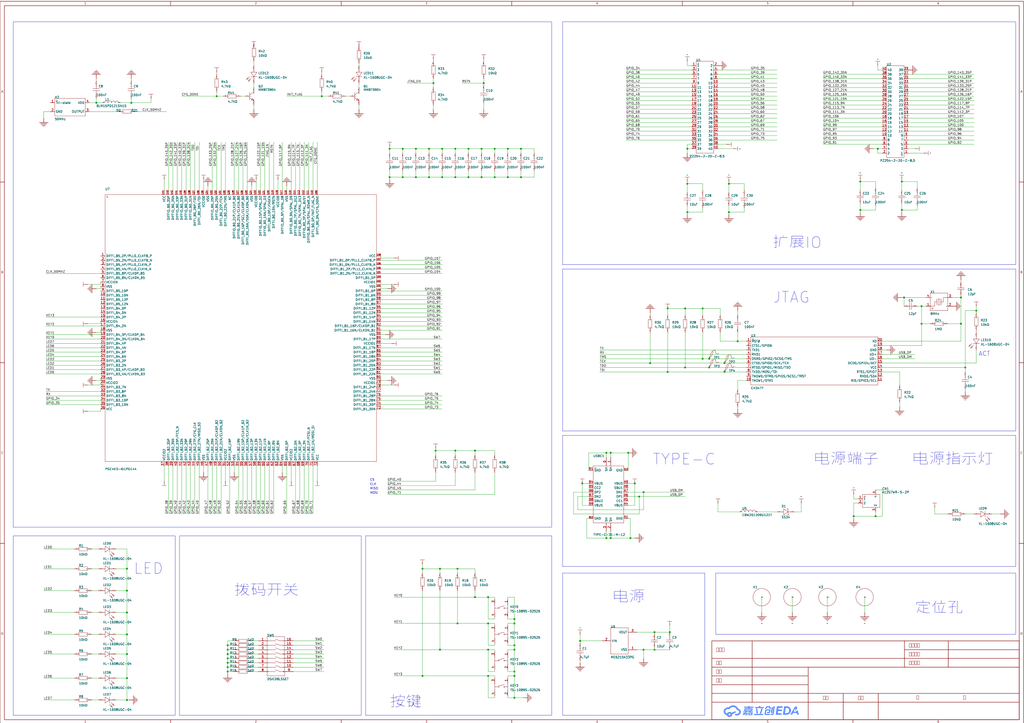
<source format=kicad_sch>
(kicad_sch (version 20250114) (generator "eeschema") (generator_version "9.0")
  (paper "User" 594.106 419.862)
  (lib_symbols
    (symbol "Library:0402CG120J500NT"
      (property "Reference" "C" (at 0 0 0))
      (symbol "0402CG120J500NT_1_0"
        (pin input line (at -3.81 0 0) (length 2.54) (name "1") (number "1"))
        (pin input line (at 3.81 0 180) (length 2.54) (name "2") (number "2"))
      )
    )
    (symbol "Library:0402WGF0000TCE"
      (property "Reference" "R" (at 0 0 0))
      (symbol "0402WGF0000TCE_1_0"
        (pin input line (at -5.08 0 0) (length 2.54) (name "1") (number "1"))
        (pin input line (at 5.08 0 180) (length 2.54) (name "2") (number "2"))
      )
    )
    (symbol "Library:0402WGF1004TCE"
      (property "Reference" "R" (at 0 0 0))
      (symbol "0402WGF1004TCE_1_0"
        (pin input line (at -5.08 0 0) (length 2.54) (name "1") (number "1"))
        (pin input line (at 5.08 0 180) (length 2.54) (name "2") (number "2"))
      )
    )
    (symbol "Library:0402WGF4701TCE"
      (property "Reference" "R" (at 0 0 0))
      (symbol "0402WGF4701TCE_1_0"
        (pin input line (at -5.08 0 0) (length 2.54) (name "1") (number "1"))
        (pin input line (at 5.08 0 180) (length 2.54) (name "2") (number "2"))
      )
    )
    (symbol "Library:5-Voltage" (power) (pin_numbers (hide yes)) (pin_names (hide yes))
      (symbol "5-Voltage_1_0"
        (pin power_in line (at 0 0 90) (length 1.27) (name "") (number "1"))
      )
    )
    (symbol "Library:A1257WR-S-2P"
      (property "Reference" "CN" (at 0 0 0))
      (symbol "A1257WR-S-2P_1_0"
        (pin unspecified line (at -6.35 1.27 0) (length 2.54) (name "1") (number "1"))
        (pin unspecified line (at -6.35 -1.27 0) (length 2.54) (name "2") (number "2"))
        (pin unspecified line (at 3.81 6.35 270) (length 2.54) (name "4") (number "4"))
        (pin unspecified line (at 3.81 -6.35 90) (length 2.54) (name "3") (number "3"))
      )
    )
    (symbol "Library:BLM15PD121SN1D"
      (property "Reference" "L" (at 0 0 0))
      (symbol "BLM15PD121SN1D_1_0"
        (pin input line (at -5.08 0 0) (length 0.762) (name "1") (number "1"))
        (pin input line (at 5.08 0 180) (length 0.762) (name "2") (number "2"))
      )
    )
    (symbol "Library:BLM18PG121SN1D_C14709"
      (property "Reference" "U" (at 0 0 0))
      (symbol "BLM18PG121SN1D_C14709_1_0"
        (pin input line (at -5.08 0 0) (length 0.762) (name "1") (number "1"))
        (pin input line (at 5.08 0 180) (length 0.762) (name "2") (number "2"))
      )
    )
    (symbol "Library:CC0402KRX7R7BB104"
      (property "Reference" "C" (at 0 0 0))
      (symbol "CC0402KRX7R7BB104_1_0"
        (pin unspecified line (at -5.08 0 0) (length 2.54) (name "1") (number "1"))
        (pin unspecified line (at 5.08 0 180) (length 2.54) (name "2") (number "2"))
      )
    )
    (symbol "Library:CH347T"
      (property "Reference" "U" (at 0 0 0))
      (symbol "CH347T_1_0"
        (pin unspecified line (at -39.37 11.43 0) (length 2.54) (name "RST#") (number "1"))
        (pin unspecified line (at -39.37 8.89 0) (length 2.54) (name "CTS1/GPIO6") (number "2"))
        (pin unspecified line (at -39.37 6.35 0) (length 2.54) (name "TXD1") (number "3"))
        (pin unspecified line (at -39.37 3.81 0) (length 2.54) (name "RXD1") (number "4"))
        (pin unspecified line (at -39.37 1.27 0) (length 2.54) (name "DSR0/GPIO2/SCS0/TMS") (number "5"))
        (pin unspecified line (at -39.37 -1.27 0) (length 2.54) (name "CTS0/GPIO0/SCK/TCK") (number "6"))
        (pin unspecified line (at -39.37 -3.81 0) (length 2.54) (name "RTS0/GPIO1/MISO/TDO") (number "7"))
        (pin unspecified line (at -39.37 -6.35 0) (length 2.54) (name "TXD0/MOSI/TDI") (number "8"))
        (pin unspecified line (at -39.37 -8.89 0) (length 2.54) (name "TNOW0/DTR0/GPIO5/SCS1/TRST") (number "9"))
        (pin unspecified line (at -39.37 -11.43 0) (length 2.54) (name "TNOW1/DTR1") (number "10"))
        (pin unspecified line (at 39.37 11.43 180) (length 2.54) (name "XO") (number "20"))
        (pin unspecified line (at 39.37 8.89 180) (length 2.54) (name "XI") (number "19"))
        (pin unspecified line (at 39.37 6.35 180) (length 2.54) (name "GND") (number "18"))
        (pin unspecified line (at 39.37 3.81 180) (length 2.54) (name "UD+") (number "17"))
        (pin unspecified line (at 39.37 1.27 180) (length 2.54) (name "UD-") (number "16"))
        (pin unspecified line (at 39.37 -1.27 180) (length 2.54) (name "DCD0/GPIO4/ACT") (number "15"))
        (pin unspecified line (at 39.37 -3.81 180) (length 2.54) (name "VCC") (number "14"))
        (pin unspecified line (at 39.37 -6.35 180) (length 2.54) (name "RTS1/GPIO7") (number "13"))
        (pin unspecified line (at 39.37 -8.89 180) (length 2.54) (name "RXD0/SDA") (number "12"))
        (pin unspecified line (at 39.37 -11.43 180) (length 2.54) (name "RI0/GPIO3/SCL") (number "11"))
      )
    )
    (symbol "Library:CL21A106KPFNNNE"
      (property "Reference" "C" (at 0 0 0))
      (symbol "CL21A106KPFNNNE_1_0"
        (pin input line (at -3.81 0 0) (length 2.54) (name "1") (number "1"))
        (pin input line (at 3.81 0 180) (length 2.54) (name "2") (number "2"))
      )
    )
    (symbol "Library:DSIC08LSGET"
      (property "Reference" "SW" (at 0 0 0))
      (symbol "DSIC08LSGET_1_0"
        (pin input line (at -10.16 10.16 0) (length 5.08) (name "1") (number "1"))
        (pin input line (at -10.16 7.62 0) (length 5.08) (name "2") (number "2"))
        (pin input line (at -10.16 5.08 0) (length 5.08) (name "3") (number "3"))
        (pin input line (at -10.16 2.54 0) (length 5.08) (name "4") (number "4"))
        (pin input line (at -10.16 0 0) (length 5.08) (name "5") (number "5"))
        (pin input line (at -10.16 -2.54 0) (length 5.08) (name "6") (number "6"))
        (pin input line (at -10.16 -5.08 0) (length 5.08) (name "7") (number "7"))
        (pin input line (at -10.16 -7.62 0) (length 5.08) (name "8") (number "8"))
        (pin input line (at 10.16 10.16 180) (length 5.08) (name "16") (number "16"))
        (pin input line (at 10.16 7.62 180) (length 5.08) (name "15") (number "15"))
        (pin input line (at 10.16 5.08 180) (length 5.08) (name "14") (number "14"))
        (pin input line (at 10.16 2.54 180) (length 5.08) (name "13") (number "13"))
        (pin input line (at 10.16 0 180) (length 5.08) (name "12") (number "12"))
        (pin input line (at 10.16 -2.54 180) (length 5.08) (name "11") (number "11"))
        (pin input line (at 10.16 -5.08 180) (length 5.08) (name "10") (number "10"))
        (pin input line (at 10.16 -7.62 180) (length 5.08) (name "9") (number "9"))
      )
    )
    (symbol "Library:Ground-GND" (power) (pin_numbers (hide yes)) (pin_names (hide yes))
      (symbol "Ground-GND_1_0"
        (pin power_in line (at 0 0 270) (length 2.54) (name "") (number "1"))
      )
    )
    (symbol "Library:H?"
      (symbol "H?_1_0"
        (pin input line (at 0 0 0) (length 0.0254) (name "1") (number "1"))
      )
    )
    (symbol "Library:ME6206A33PG"
      (property "Reference" "U" (at 0 0 0))
      (symbol "ME6206A33PG_1_0"
        (pin input line (at -10.16 0 0) (length 5.08) (name "VIN") (number "2"))
        (pin input line (at 10.16 5.08 180) (length 5.08) (name "VOUT") (number "3"))
        (pin input line (at 10.16 -5.08 180) (length 5.08) (name "VSS") (number "1"))
      )
    )
    (symbol "Library:MMBT3904_C909754"
      (property "Reference" "Q" (at 0 0 0))
      (symbol "MMBT3904_C909754_1_0"
        (pin input line (at -5.08 0 0) (length 2.54) (name "B") (number "1"))
        (pin input line (at 0 5.08 270) (length 2.54) (name "C") (number "3"))
        (pin input line (at 0 -5.08 90) (length 2.54) (name "E") (number "2"))
      )
    )
    (symbol "Library:OT322550MJBA4SL"
      (property "Reference" "X" (at 0 0 0))
      (symbol "OT322550MJBA4SL_1_0"
        (pin unspecified line (at -10.16 2.54 0) (length 2.54) (name "Tri-state") (number "1"))
        (pin unspecified line (at -10.16 -2.54 0) (length 2.54) (name "GND") (number "2"))
        (pin unspecified line (at 12.7 2.54 180) (length 2.54) (name "VDD") (number "4"))
        (pin unspecified line (at 12.7 -2.54 180) (length 2.54) (name "OUTPUT") (number "3"))
      )
    )
    (symbol "Library:PGC4KD-6ILPG144"
      (property "Reference" "U" (at 0 0 0))
      (symbol "PGC4KD-6ILPG144_1_0"
        (pin unspecified line (at -81.28 41.91 0) (length 2.54) (name "DIFFI_B5_2P/PLL0_CLKFB_P") (number "1"))
        (pin unspecified line (at -81.28 39.37 0) (length 2.54) (name "DIFFI_B5_2N/PLL0_CLKFB_N") (number "2"))
        (pin unspecified line (at -81.28 36.83 0) (length 2.54) (name "DIFFI_B5_4P/PLL0_CLKIN_P") (number "3"))
        (pin unspecified line (at -81.28 34.29 0) (length 2.54) (name "DIFFI_B5_4N/PLL0_CLKIN_N") (number "4"))
        (pin unspecified line (at -81.28 31.75 0) (length 2.54) (name "DIFFI_B5_8P/CLK0P_B5") (number "5"))
        (pin unspecified line (at -81.28 29.21 0) (length 2.54) (name "DIFFI_B5_8N/CLK0N_B5") (number "6"))
        (pin unspecified line (at -81.28 26.67 0) (length 2.54) (name "VCCIO5") (number "7"))
        (pin unspecified line (at -81.28 24.13 0) (length 2.54) (name "VSS") (number "8"))
        (pin unspecified line (at -81.28 21.59 0) (length 2.54) (name "DIFFI_B5_10P") (number "9"))
        (pin unspecified line (at -81.28 19.05 0) (length 2.54) (name "DIFFI_B5_10N") (number "10"))
        (pin unspecified line (at -81.28 16.51 0) (length 2.54) (name "DIFFI_B5_12P") (number "11"))
        (pin unspecified line (at -81.28 13.97 0) (length 2.54) (name "DIFFI_B5_12N") (number "12"))
        (pin unspecified line (at -81.28 11.43 0) (length 2.54) (name "DIFFI_B4_0P") (number "13"))
        (pin unspecified line (at -81.28 8.89 0) (length 2.54) (name "DIFFI_B4_0N") (number "14"))
        (pin unspecified line (at -81.28 6.35 0) (length 2.54) (name "DIFFI_B4_2P") (number "15"))
        (pin unspecified line (at -81.28 3.81 0) (length 2.54) (name "VCCIO4") (number "16"))
        (pin unspecified line (at -81.28 1.27 0) (length 2.54) (name "DIFFI_B4_2N") (number "17"))
        (pin unspecified line (at -81.28 -1.27 0) (length 2.54) (name "VSS") (number "18"))
        (pin unspecified line (at -81.28 -3.81 0) (length 2.54) (name "DIFFI_B4_3P/CLK0P_B4") (number "19"))
        (pin unspecified line (at -81.28 -6.35 0) (length 2.54) (name "DIFFI_B4_3N/CLK0N_B4") (number "20"))
        (pin unspecified line (at -81.28 -8.89 0) (length 2.54) (name "DIFFI_B4_4P") (number "21"))
        (pin unspecified line (at -81.28 -11.43 0) (length 2.54) (name "DIFFI_B4_4N") (number "22"))
        (pin unspecified line (at -81.28 -13.97 0) (length 2.54) (name "DIFFI_B4_6P") (number "23"))
        (pin unspecified line (at -81.28 -16.51 0) (length 2.54) (name "DIFFI_B4_6N") (number "24"))
        (pin unspecified line (at -81.28 -19.05 0) (length 2.54) (name "DIFFI_B3_2P") (number "25"))
        (pin unspecified line (at -81.28 -21.59 0) (length 2.54) (name "DIFFI_B3_2N") (number "26"))
        (pin unspecified line (at -81.28 -24.13 0) (length 2.54) (name "DIFFI_B3_4P/CLK0P_B3") (number "27"))
        (pin unspecified line (at -81.28 -26.67 0) (length 2.54) (name "DIFFI_B3_4N/CLK0N_B3") (number "28"))
        (pin unspecified line (at -81.28 -29.21 0) (length 2.54) (name "VSS") (number "29"))
        (pin unspecified line (at -81.28 -31.75 0) (length 2.54) (name "VCCIO3") (number "30"))
        (pin unspecified line (at -81.28 -34.29 0) (length 2.54) (name "DIFFI_B3_7N") (number "31"))
        (pin unspecified line (at -81.28 -36.83 0) (length 2.54) (name "DIFFI_B3_8P") (number "32"))
        (pin unspecified line (at -81.28 -39.37 0) (length 2.54) (name "DIFFI_B3_8N") (number "33"))
        (pin unspecified line (at -81.28 -41.91 0) (length 2.54) (name "DIFFI_B3_10P") (number "34"))
        (pin unspecified line (at -81.28 -44.45 0) (length 2.54) (name "DIFFI_B3_10N") (number "35"))
        (pin unspecified line (at -81.28 -46.99 0) (length 2.54) (name "VCC") (number "36"))
        (pin unspecified line (at -44.45 80.01 270) (length 2.54) (name "VCC") (number "144"))
        (pin unspecified line (at -44.45 -80.01 90) (length 2.54) (name "VCCIO2") (number "37"))
        (pin unspecified line (at -41.91 80.01 270) (length 2.54) (name "DIFFIO_B0_35P") (number "143"))
        (pin unspecified line (at -41.91 -80.01 90) (length 2.54) (name "DIFFI_B2_35P") (number "38"))
        (pin unspecified line (at -39.37 80.01 270) (length 2.54) (name "DIFFIO_B0_35N") (number "142"))
        (pin unspecified line (at -39.37 -80.01 90) (length 2.54) (name "DIFFI_B2_35N") (number "39"))
        (pin unspecified line (at -36.83 80.01 270) (length 2.54) (name "DIFFIO_B0_33P") (number "141"))
        (pin unspecified line (at -36.83 -80.01 90) (length 2.54) (name "DIFFI_B2_33P/FCS_N") (number "40"))
        (pin unspecified line (at -34.29 80.01 270) (length 2.54) (name "DIFFIO_B0_33N") (number "140"))
        (pin unspecified line (at -34.29 -80.01 90) (length 2.54) (name "DIFFI_B2_33N") (number "41"))
        (pin unspecified line (at -31.75 80.01 270) (length 2.54) (name "DIFFIO_B0_31P") (number "139"))
        (pin unspecified line (at -31.75 -80.01 90) (length 2.54) (name "DIFFI_B2_29P") (number "42"))
        (pin unspecified line (at -29.21 80.01 270) (length 2.54) (name "DIFFIO_B0_31N") (number "138"))
        (pin unspecified line (at -29.21 -80.01 90) (length 2.54) (name "DIFFI_B2_29N") (number "43"))
        (pin unspecified line (at -26.67 80.01 270) (length 2.54) (name "DIFFI_B0_26P/TDO") (number "137"))
        (pin unspecified line (at -26.67 -80.01 90) (length 2.54) (name "DIFFI_B2_27P/CFG_CLK") (number "44"))
        (pin unspecified line (at -24.13 80.01 270) (length 2.54) (name "DIFFI_B0_26N/TDI") (number "136"))
        (pin unspecified line (at -24.13 -80.01 90) (length 2.54) (name "DIFFI_B2_27N/MISO_SO") (number "45"))
        (pin unspecified line (at -21.59 80.01 270) (length 2.54) (name "VCCIO0") (number "135"))
        (pin unspecified line (at -21.59 -80.01 90) (length 2.54) (name "VSS") (number "46"))
        (pin unspecified line (at -19.05 80.01 270) (length 2.54) (name "VSS") (number "134"))
        (pin unspecified line (at -19.05 -80.01 90) (length 2.54) (name "DIFFI_B2_25P") (number "47"))
        (pin unspecified line (at -16.51 80.01 270) (length 2.54) (name "DIFFIO_B0_25P") (number "133"))
        (pin unspecified line (at -16.51 -80.01 90) (length 2.54) (name "DIFFI_B2_25N") (number "48"))
        (pin unspecified line (at -13.97 80.01 270) (length 2.54) (name "DIFFIO_B0_25N") (number "132"))
        (pin unspecified line (at -13.97 -80.01 90) (length 2.54) (name "DIFFI_B2_21P/CLK0P_B2") (number "49"))
        (pin unspecified line (at -11.43 80.01 270) (length 2.54) (name "DIFFI_B0_22P/TCK") (number "131"))
        (pin unspecified line (at -11.43 -80.01 90) (length 2.54) (name "DIFFI_B2_21N/CLK0N_B2") (number "50"))
        (pin unspecified line (at -8.89 80.01 270) (length 2.54) (name "DIFFI_B0_22N/TMS") (number "130"))
        (pin unspecified line (at -8.89 -80.01 90) (length 2.54) (name "VCCIO2") (number "51"))
        (pin unspecified line (at -6.35 80.01 270) (length 2.54) (name "NC") (number "129"))
        (pin unspecified line (at -6.35 -80.01 90) (length 2.54) (name "DIFFI_B2_19P") (number "52"))
        (pin unspecified line (at -3.81 80.01 270) (length 2.54) (name "DIFFIO_B0_21P/CLK1P_B0") (number "128"))
        (pin unspecified line (at -3.81 -80.01 90) (length 2.54) (name "VSS") (number "53"))
        (pin unspecified line (at -1.27 80.01 270) (length 2.54) (name "DIFFIO_B0_21N/CLK1N_B0") (number "127"))
        (pin unspecified line (at -1.27 -80.01 90) (length 2.54) (name "DIFFI_B2_19N") (number "54"))
        (pin unspecified line (at 1.27 80.01 270) (length 2.54) (name "DIFFI_B0_16P/SCL/CLK0P_B0") (number "126"))
        (pin unspecified line (at 1.27 -80.01 90) (length 2.54) (name "DIFFI_B2_15P/CLK1P_B2") (number "55"))
        (pin unspecified line (at 3.81 80.01 270) (length 2.54) (name "DIFFI_B0_16N/SDA/CLK0N_B0") (number "125"))
        (pin unspecified line (at 3.81 -80.01 90) (length 2.54) (name "DIFFI_B2_15N/CLK1N_B2") (number "56"))
        (pin unspecified line (at 6.35 80.01 270) (length 2.54) (name "VSS") (number "124"))
        (pin unspecified line (at 6.35 -80.01 90) (length 2.54) (name "DIFFI_B2_13P") (number "57"))
        (pin unspecified line (at 8.89 80.01 270) (length 2.54) (name "VCCIO0") (number "123"))
        (pin unspecified line (at 8.89 -80.01 90) (length 2.54) (name "DIFFI_B2_13N") (number "58"))
        (pin unspecified line (at 11.43 80.01 270) (length 2.54) (name "DIFFIO_B0_15P/SPAL_D2") (number "122"))
        (pin unspecified line (at 11.43 -80.01 90) (length 2.54) (name "DIFFI_B2_11P") (number "59"))
        (pin unspecified line (at 13.97 80.01 270) (length 2.54) (name "DIFFIO_B0_15N/SPAL_D3") (number "121"))
        (pin unspecified line (at 13.97 -80.01 90) (length 2.54) (name "DIFFI_B2_11N") (number "60"))
        (pin unspecified line (at 16.51 80.01 270) (length 2.54) (name "DIFFI_B0_10P/JTAGEN") (number "120"))
        (pin unspecified line (at 16.51 -80.01 90) (length 2.54) (name "DIFFI_B2_9P") (number "61"))
        (pin unspecified line (at 19.05 80.01 270) (length 2.54) (name "DIFFI_B0_10N/RSTN") (number "119"))
        (pin unspecified line (at 19.05 -80.01 90) (length 2.54) (name "DIFFI_B2_9N") (number "62"))
        (pin unspecified line (at 21.59 80.01 270) (length 2.54) (name "VCCIO0") (number "118"))
        (pin unspecified line (at 21.59 -80.01 90) (length 2.54) (name "DIFFI_B2_8N") (number "63"))
        (pin unspecified line (at 24.13 80.01 270) (length 2.54) (name "DIFFIO_B0_9P/SPAL_D8") (number "117"))
        (pin unspecified line (at 24.13 -80.01 90) (length 2.54) (name "VSS") (number "64"))
        (pin unspecified line (at 26.67 80.01 270) (length 2.54) (name "VSS") (number "116"))
        (pin unspecified line (at 26.67 -80.01 90) (length 2.54) (name "DIFFI_B2_5P") (number "65"))
        (pin unspecified line (at 29.21 80.01 270) (length 2.54) (name "DIFFIO_B0_9N/SPAL_D9") (number "115"))
        (pin unspecified line (at 29.21 -80.01 90) (length 2.54) (name "VCCIO2") (number "66"))
        (pin unspecified line (at 31.75 80.01 270) (length 2.54) (name "DIFFIO_B0_7P/SPAL_D12") (number "114"))
        (pin unspecified line (at 31.75 -80.01 90) (length 2.54) (name "DIFFI_B2_5N") (number "67"))
        (pin unspecified line (at 34.29 80.01 270) (length 2.54) (name "DIFFIO_B0_7N/SPAL_D13") (number "113"))
        (pin unspecified line (at 34.29 -80.01 90) (length 2.54) (name "DIFFI_B2_3P") (number "68"))
        (pin unspecified line (at 36.83 80.01 270) (length 2.54) (name "DIFFIO_B0_3P/SPAL_BUSY") (number "112"))
        (pin unspecified line (at 36.83 -80.01 90) (length 2.54) (name "DIFFI_B2_3N") (number "69"))
        (pin unspecified line (at 39.37 80.01 270) (length 2.54) (name "DIFFIO_B0_3N/SPAL_RDWR_N") (number "111"))
        (pin unspecified line (at 39.37 -80.01 90) (length 2.54) (name "DIFFI_B2_1P/FCSI_N") (number "70"))
        (pin unspecified line (at 41.91 80.01 270) (length 2.54) (name "DIFFI_B0_0P/INIT_FLAG_N") (number "110"))
        (pin unspecified line (at 41.91 -80.01 90) (length 2.54) (name "DIFFI_B2_1N/MOSI_SI") (number "71"))
        (pin unspecified line (at 44.45 80.01 270) (length 2.54) (name "DIFFI_B0_0N/CFG_DONE") (number "109"))
        (pin unspecified line (at 44.45 -80.01 90) (length 2.54) (name "VCC") (number "72"))
        (pin unspecified line (at 81.28 41.91 180) (length 2.54) (name "VCC") (number "108"))
        (pin unspecified line (at 81.28 39.37 180) (length 2.54) (name "DIFFI_B1_0P/PLL1_CLKFB_P") (number "107"))
        (pin unspecified line (at 81.28 36.83 180) (length 2.54) (name "DIFFI_B1_0N/PLL1_CLKFB_N") (number "106"))
        (pin unspecified line (at 81.28 34.29 180) (length 2.54) (name "DIFFI_B1_2P/PLL1_CLKIN_P") (number "105"))
        (pin unspecified line (at 81.28 31.75 180) (length 2.54) (name "DIFFI_B1_2N/PLL1_CLKIN_N") (number "104"))
        (pin unspecified line (at 81.28 29.21 180) (length 2.54) (name "DIFFI_B1_5P") (number "103"))
        (pin unspecified line (at 81.28 26.67 180) (length 2.54) (name "VCCIO1") (number "102"))
        (pin unspecified line (at 81.28 24.13 180) (length 2.54) (name "VSS") (number "101"))
        (pin unspecified line (at 81.28 21.59 180) (length 2.54) (name "DIFFI_B1_6P") (number "100"))
        (pin unspecified line (at 81.28 19.05 180) (length 2.54) (name "DIFFI_B1_6N") (number "99"))
        (pin unspecified line (at 81.28 16.51 180) (length 2.54) (name "DIFFI_B1_8P") (number "98"))
        (pin unspecified line (at 81.28 13.97 180) (length 2.54) (name "DIFFI_B1_8N") (number "97"))
        (pin unspecified line (at 81.28 11.43 180) (length 2.54) (name "DIFFI_B1_12P") (number "96"))
        (pin unspecified line (at 81.28 8.89 180) (length 2.54) (name "DIFFI_B1_12N") (number "95"))
        (pin unspecified line (at 81.28 6.35 180) (length 2.54) (name "DIFFI_B1_14P") (number "94"))
        (pin unspecified line (at 81.28 3.81 180) (length 2.54) (name "DIFFI_B1_14N") (number "93"))
        (pin unspecified line (at 81.28 1.27 180) (length 2.54) (name "DIFFI_B1_16P/CLKOP_B1") (number "92"))
        (pin unspecified line (at 81.28 -1.27 180) (length 2.54) (name "DIFFI_B1_16N/CLKON_B1") (number "91"))
        (pin unspecified line (at 81.28 -3.81 180) (length 2.54) (name "VSS") (number "90"))
        (pin unspecified line (at 81.28 -6.35 180) (length 2.54) (name "DIFFI_B1_17P") (number "89"))
        (pin unspecified line (at 81.28 -8.89 180) (length 2.54) (name "VCCIO1") (number "88"))
        (pin unspecified line (at 81.28 -11.43 180) (length 2.54) (name "DIFFI_B1_17N") (number "87"))
        (pin unspecified line (at 81.28 -13.97 180) (length 2.54) (name "DIFFI_B1_18P") (number "86"))
        (pin unspecified line (at 81.28 -16.51 180) (length 2.54) (name "DIFFI_B1_18N") (number "85"))
        (pin unspecified line (at 81.28 -19.05 180) (length 2.54) (name "DIFFI_B1_20P") (number "84"))
        (pin unspecified line (at 81.28 -21.59 180) (length 2.54) (name "DIFFI_B1_20N") (number "83"))
        (pin unspecified line (at 81.28 -24.13 180) (length 2.54) (name "DIFFI_B1_22P") (number "82"))
        (pin unspecified line (at 81.28 -26.67 180) (length 2.54) (name "DIFFI_B1_22N") (number "81"))
        (pin unspecified line (at 81.28 -29.21 180) (length 2.54) (name "VSS") (number "80"))
        (pin unspecified line (at 81.28 -31.75 180) (length 2.54) (name "VCCIO1") (number "79"))
        (pin unspecified line (at 81.28 -34.29 180) (length 2.54) (name "DIFFI_B1_24P") (number "78"))
        (pin unspecified line (at 81.28 -36.83 180) (length 2.54) (name "DIFFI_B1_24N") (number "77"))
        (pin unspecified line (at 81.28 -39.37 180) (length 2.54) (name "DIFFI_B1_28P") (number "76"))
        (pin unspecified line (at 81.28 -41.91 180) (length 2.54) (name "DIFFI_B1_28N") (number "75"))
        (pin unspecified line (at 81.28 -44.45 180) (length 2.54) (name "DIFFI_B1_30P") (number "74"))
        (pin unspecified line (at 81.28 -46.99 180) (length 2.54) (name "DIFFI_B1_30N") (number "73"))
      )
    )
    (symbol "Library:PZ254-2-20-Z-8.5_C3012260"
      (property "Reference" "U" (at 0 0 0))
      (symbol "PZ254-2-20-Z-8.5_C3012260_1_0"
        (pin input line (at -7.62 24.13 0) (length 2.54) (name "1") (number "1"))
        (pin input line (at -7.62 21.59 0) (length 2.54) (name "3") (number "3"))
        (pin input line (at -7.62 19.05 0) (length 2.54) (name "5") (number "5"))
        (pin input line (at -7.62 16.51 0) (length 2.54) (name "7") (number "7"))
        (pin input line (at -7.62 13.97 0) (length 2.54) (name "9") (number "9"))
        (pin input line (at -7.62 11.43 0) (length 2.54) (name "11") (number "11"))
        (pin input line (at -7.62 8.89 0) (length 2.54) (name "13") (number "13"))
        (pin input line (at -7.62 6.35 0) (length 2.54) (name "15") (number "15"))
        (pin input line (at -7.62 3.81 0) (length 2.54) (name "17") (number "17"))
        (pin input line (at -7.62 1.27 0) (length 2.54) (name "19") (number "19"))
        (pin input line (at -7.62 -1.27 0) (length 2.54) (name "21") (number "21"))
        (pin input line (at -7.62 -3.81 0) (length 2.54) (name "23") (number "23"))
        (pin input line (at -7.62 -6.35 0) (length 2.54) (name "25") (number "25"))
        (pin input line (at -7.62 -8.89 0) (length 2.54) (name "27") (number "27"))
        (pin input line (at -7.62 -11.43 0) (length 2.54) (name "29") (number "29"))
        (pin input line (at -7.62 -13.97 0) (length 2.54) (name "31") (number "31"))
        (pin input line (at -7.62 -16.51 0) (length 2.54) (name "33") (number "33"))
        (pin input line (at -7.62 -19.05 0) (length 2.54) (name "35") (number "35"))
        (pin input line (at -7.62 -21.59 0) (length 2.54) (name "37") (number "37"))
        (pin input line (at -7.62 -24.13 0) (length 2.54) (name "39") (number "39"))
        (pin input line (at 7.62 24.13 180) (length 2.54) (name "2") (number "2"))
        (pin input line (at 7.62 21.59 180) (length 2.54) (name "4") (number "4"))
        (pin input line (at 7.62 19.05 180) (length 2.54) (name "6") (number "6"))
        (pin input line (at 7.62 16.51 180) (length 2.54) (name "8") (number "8"))
        (pin input line (at 7.62 13.97 180) (length 2.54) (name "10") (number "10"))
        (pin input line (at 7.62 11.43 180) (length 2.54) (name "12") (number "12"))
        (pin input line (at 7.62 8.89 180) (length 2.54) (name "14") (number "14"))
        (pin input line (at 7.62 6.35 180) (length 2.54) (name "16") (number "16"))
        (pin input line (at 7.62 3.81 180) (length 2.54) (name "18") (number "18"))
        (pin input line (at 7.62 1.27 180) (length 2.54) (name "20") (number "20"))
        (pin input line (at 7.62 -1.27 180) (length 2.54) (name "22") (number "22"))
        (pin input line (at 7.62 -3.81 180) (length 2.54) (name "24") (number "24"))
        (pin input line (at 7.62 -6.35 180) (length 2.54) (name "26") (number "26"))
        (pin input line (at 7.62 -8.89 180) (length 2.54) (name "28") (number "28"))
        (pin input line (at 7.62 -11.43 180) (length 2.54) (name "30") (number "30"))
        (pin input line (at 7.62 -13.97 180) (length 2.54) (name "32") (number "32"))
        (pin input line (at 7.62 -16.51 180) (length 2.54) (name "34") (number "34"))
        (pin input line (at 7.62 -19.05 180) (length 2.54) (name "36") (number "36"))
        (pin input line (at 7.62 -21.59 180) (length 2.54) (name "38") (number "38"))
        (pin input line (at 7.62 -24.13 180) (length 2.54) (name "40") (number "40"))
      )
    )
    (symbol "Library:Power-VCC" (power) (pin_numbers (hide yes)) (pin_names (hide yes))
      (symbol "Power-VCC_1_0"
        (pin power_in line (at 0 0 90) (length 1.27) (name "3V3") (number "1"))
      )
    )
    (symbol "Library:RC0402FR-0710KL"
      (property "Reference" "R" (at 0 0 0))
      (symbol "RC0402FR-0710KL_1_0"
        (pin input line (at -5.08 0 0) (length 2.54) (name "1") (number "1"))
        (pin input line (at 5.08 0 180) (length 2.54) (name "2") (number "2"))
      )
    )
    (symbol "Library:SS34_C727060"
      (property "Reference" "D" (at 0 0 0))
      (symbol "SS34_C727060_1_0"
        (pin unspecified line (at -5.08 0 0) (length 2.54) (name "C") (number "1"))
        (pin unspecified line (at 5.08 0 180) (length 2.54) (name "A") (number "2"))
      )
    )
    (symbol "Library:TS-1089S-02526"
      (property "Reference" "SW" (at 0 0 0))
      (symbol "TS-1089S-02526_1_0"
        (pin unspecified line (at -5.08 2.54 0) (length 2.54) (name "1") (number "1"))
        (pin unspecified line (at -5.08 -5.08 0) (length 2.54) (name "3") (number "3"))
        (pin unspecified line (at 5.08 2.54 180) (length 2.54) (name "2") (number "2"))
        (pin unspecified line (at 5.08 -5.08 180) (length 2.54) (name "4") (number "4"))
      )
    )
    (symbol "Library:TYPE-C-31-M-12"
      (property "Reference" "USBC" (at 0 0 0))
      (symbol "TYPE-C-31-M-12_1_0"
        (pin unspecified line (at -11.43 13.97 0) (length 2.54) (name "GND") (number "B1"))
        (pin unspecified line (at -11.43 6.35 0) (length 2.54) (name "VBUS") (number "B4"))
        (pin unspecified line (at -11.43 3.81 0) (length 2.54) (name "CC2") (number "B5"))
        (pin unspecified line (at -11.43 1.27 0) (length 2.54) (name "DP2") (number "B6"))
        (pin unspecified line (at -11.43 -1.27 0) (length 2.54) (name "DN2") (number "B7"))
        (pin unspecified line (at -11.43 -3.81 0) (length 2.54) (name "SBU2") (number "B8"))
        (pin unspecified line (at -11.43 -6.35 0) (length 2.54) (name "VBUS") (number "B9"))
        (pin unspecified line (at -11.43 -13.97 0) (length 2.54) (name "GND") (number "B12"))
        (pin unspecified line (at -1.27 21.59 270) (length 5.08) (name "SH") (number "0"))
        (pin unspecified line (at -1.27 -21.59 90) (length 5.08) (name "SH") (number "3"))
        (pin unspecified line (at 1.27 21.59 270) (length 5.08) (name "SH") (number "1"))
        (pin unspecified line (at 1.27 -21.59 90) (length 5.08) (name "SH") (number "2"))
        (pin unspecified line (at 11.43 13.97 180) (length 2.54) (name "GND") (number "A12"))
        (pin unspecified line (at 11.43 6.35 180) (length 2.54) (name "VBUS") (number "A9"))
        (pin unspecified line (at 11.43 3.81 180) (length 2.54) (name "SBU1") (number "A8"))
        (pin unspecified line (at 11.43 1.27 180) (length 2.54) (name "DN1") (number "A7"))
        (pin unspecified line (at 11.43 -1.27 180) (length 2.54) (name "DP1") (number "A6"))
        (pin unspecified line (at 11.43 -3.81 180) (length 2.54) (name "CC1") (number "A5"))
        (pin unspecified line (at 11.43 -6.35 180) (length 2.54) (name "VBUS") (number "A4"))
        (pin unspecified line (at 11.43 -13.97 180) (length 2.54) (name "GND") (number "A1"))
      )
    )
    (symbol "Library:Test-Point"
      (symbol "Test-Point_1_0"
        (pin input line (at 0 0 90) (length 0.254) (name "1") (number "1"))
      )
    )
    (symbol "Library:X32258MOB4SI"
      (property "Reference" "X" (at 0 0 0))
      (symbol "X32258MOB4SI_1_0"
        (pin input line (at -7.62 2.54 0) (length 2.54) (name "GND") (number "4"))
        (pin input line (at -7.62 -2.54 0) (length 2.54) (name "1") (number "1"))
        (pin input line (at 7.62 2.54 180) (length 2.54) (name "3") (number "3"))
        (pin input line (at 7.62 -2.54 180) (length 2.54) (name "GND") (number "2"))
      )
    )
    (symbol "Library:XL-1608UGC-04"
      (property "Reference" "LED" (at 0 0 0))
      (symbol "XL-1608UGC-04_1_0"
        (pin unspecified line (at -5.08 0 0) (length 2.54) (name "K") (number "1"))
        (pin unspecified line (at 5.08 0 180) (length 2.54) (name "A") (number "2"))
      )
    )
    (symbol "Library:sheet-symbol_a4"
      (symbol "sheet-symbol_a4_1_0"
        (text "A" (at 1.27 367.157 0) (effects (font (size 1.27 1.27))))
        (text "B" (at 1.27 262.255 0) (effects (font (size 1.27 1.27))))
        (text "C" (at 1.27 157.353 0) (effects (font (size 1.27 1.27))))
        (text "D" (at 1.27 52.451 0) (effects (font (size 1.27 1.27))))
        (text "1" (at 49.4792 418.338 0) (effects (font (size 1.27 1.27))))
        (text "1" (at 49.4792 1.27 0) (effects (font (size 1.27 1.27))))
        (text "2" (at 148.463 418.338 0) (effects (font (size 1.27 1.27))))
        (text "2" (at 148.463 1.27 0) (effects (font (size 1.27 1.27))))
        (text "3" (at 247.4214 418.338 0) (effects (font (size 1.27 1.27))))
        (text "3" (at 247.4214 1.27 0) (effects (font (size 1.27 1.27))))
        (text "4" (at 346.4052 418.338 0) (effects (font (size 1.27 1.27))))
        (text "4" (at 346.4052 1.27 0) (effects (font (size 1.27 1.27))))
        (text "原理图" (at 415.544 43.18 0) (effects (font (size 1.905 1.905)) (justify left)))
        (text "图页" (at 415.544 35.56 0) (effects (font (size 1.905 1.905)) (justify left)))
        (text "绘制" (at 415.544 30.48 0) (effects (font (size 1.905 1.905)) (justify left)))
        (text "审阅" (at 415.544 25.4 0) (effects (font (size 1.905 1.905)) (justify left)))
        (text "5" (at 445.389 418.338 0) (effects (font (size 1.27 1.27))))
        (text "5" (at 445.389 1.27 0) (effects (font (size 1.27 1.27))))
        (text "版本" (at 479.044 15.24 0) (effects (font (size 1.905 1.905))))
        (text "尺寸" (at 499.364 15.24 0) (effects (font (size 1.905 1.905))))
        (text "更新日期" (at 527.304 45.72 0) (effects (font (size 1.905 1.905)) (justify left)))
        (text "创建日期" (at 527.304 40.64 0) (effects (font (size 1.905 1.905)) (justify left)))
        (text "物料编码" (at 527.304 35.56 0) (effects (font (size 1.905 1.905)) (justify left)))
        (text "页" (at 531.622 15.494 0) (effects (font (size 1.905 1.905)) (justify left)))
        (text "6" (at 544.3474 418.338 0) (effects (font (size 1.27 1.27))))
        (text "6" (at 544.3474 1.27 0) (effects (font (size 1.27 1.27))))
        (text "共" (at 558.8 15.494 0) (effects (font (size 1.905 1.905)) (justify left)))
        (text "A" (at 592.582 367.157 0) (effects (font (size 1.27 1.27))))
        (text "B" (at 592.582 262.255 0) (effects (font (size 1.27 1.27))))
        (text "C" (at 592.582 157.353 0) (effects (font (size 1.27 1.27))))
        (text "D" (at 592.582 52.451 0) (effects (font (size 1.27 1.27))))
      )
    )
  )
  (rectangle (start 7.62 311.15) (end 101.6 415.29))
  (rectangle (start 326.39 252.73) (end 589.28 328.93))
  (rectangle (start 415.29 332.74) (end 589.28 368.3))
  (rectangle (start 326.39 12.7) (end 589.28 153.67))
  (rectangle (start 212.09 311.15) (end 320.04 415.29))
  (rectangle (start 104.14 311.15) (end 209.55 415.29))
  (rectangle (start 7.62 12.7) (end 320.04 306.07))
  (rectangle (start 326.39 332.74) (end 408.94 415.29))
  (rectangle (start 326.39 156.21) (end 589.28 250.19))
  (text "扩展IO" (at 448.31 144.78 0) (effects (font (size 6.35 6.35)) (justify left bottom)))
  (text "JTAG" (at 448.31 176.53 0) (effects (font (size 6.35 6.35)) (justify left bottom)))
  (text "电源端子" (at 472.44 270.51 0) (effects (font (size 6.35 6.35)) (justify left bottom)))
  (text "电源" (at 355.6 350.52 0) (effects (font (size 6.35 6.35)) (justify left bottom)))
  (text "LED" (at 77.47 334.01 0) (effects (font (size 6.35 6.35)) (justify left bottom)))
  (text "定位孔" (at 530.86 356.87 0) (effects (font (size 6.35 6.35)) (justify left bottom)))
  (text "按键" (at 226.06 411.48 0) (effects (font (size 6.35 6.35)) (justify left bottom)))
  (text "ACT" (at 567.69 207.01 0) (effects (font (size 2.54 2.54)) (justify left bottom)))
  (text "MOSI" (at 214.63 287.02 0) (effects (font (size 1.27 1.27)) (justify left bottom)))
  (text "CS" (at 214.63 279.4 0) (effects (font (size 1.27 1.27)) (justify left bottom)))
  (text "TYPE-C" (at 378.46 270.51 0) (effects (font (size 6.35 6.35)) (justify left bottom)))
  (text "MISO" (at 214.63 284.48 0) (effects (font (size 1.27 1.27)) (justify left bottom)))
  (text "拨码开关" (at 135.89 346.71 0) (effects (font (size 6.35 6.35)) (justify left bottom)))
  (text "电源指示灯" (at 529.59 270.51 0) (effects (font (size 6.35 6.35)) (justify left bottom)))
  (text "CLK" (at 214.63 281.94 0) (effects (font (size 1.27 1.27)) (justify left bottom)))
  (junction (at 302.26 86.36))
  (junction (at 283.21 377.19))
  (junction (at 275.59 261.62))
  (junction (at 427.99 198.12))
  (junction (at 241.3 86.36))
  (junction (at 248.92 86.36))
  (junction (at 534.67 187.96))
  (junction (at 73.66 379.73))
  (junction (at 495.3 299.72))
  (junction (at 373.38 285.75))
  (junction (at 379.73 377.19))
  (junction (at 298.45 374.65))
  (junction (at 422.91 106.68))
  (junction (at 125.73 55.88))
  (junction (at 132.08 387.35))
  (junction (at 264.16 102.87))
  (junction (at 283.21 392.43))
  (junction (at 294.64 102.87))
  (junction (at 279.4 102.87))
  (junction (at 298.45 377.19))
  (junction (at 283.21 346.71))
  (junction (at 283.21 361.95))
  (junction (at 524.51 172.72))
  (junction (at 73.66 406.4))
  (junction (at 279.4 86.36))
  (junction (at 256.54 102.87))
  (junction (at 245.11 330.2))
  (junction (at 287.02 102.87))
  (junction (at 298.45 389.89))
  (junction (at 387.35 179.07))
  (junction (at 287.02 86.36))
  (junction (at 523.24 121.92))
  (junction (at 73.66 355.6))
  (junction (at 398.78 106.68))
  (junction (at 256.54 86.36))
  (junction (at 264.16 86.36))
  (junction (at 365.76 312.42))
  (junction (at 265.43 361.95))
  (junction (at 373.38 377.19))
  (junction (at 534.67 177.8))
  (junction (at 523.24 105.41))
  (junction (at 76.2 59.69))
  (junction (at 280.67 48.26))
  (junction (at 298.45 361.95))
  (junction (at 132.08 382.27))
  (junction (at 132.08 379.73))
  (junction (at 298.45 359.41))
  (junction (at 351.79 312.42))
  (junction (at 420.37 210.82))
  (junction (at 302.26 102.87))
  (junction (at 388.62 367.03))
  (junction (at 248.92 102.87))
  (junction (at 132.08 384.81))
  (junction (at 73.66 342.9))
  (junction (at 132.08 374.65))
  (junction (at 275.59 346.71))
  (junction (at 377.19 210.82))
  (junction (at 354.33 262.89))
  (junction (at 387.35 215.9))
  (junction (at 337.82 280.67))
  (junction (at 509.27 86.36))
  (junction (at 422.91 123.19))
  (junction (at 499.11 105.41))
  (junction (at 226.06 86.36))
  (junction (at 233.68 102.87))
  (junction (at 55.88 59.69))
  (junction (at 255.27 377.19))
  (junction (at 398.78 86.36))
  (junction (at 407.67 208.28))
  (junction (at 73.66 393.7))
  (junction (at 245.11 392.43))
  (junction (at 557.53 172.72))
  (junction (at 252.73 261.62))
  (junction (at 379.73 367.03))
  (junction (at 397.51 179.07))
  (junction (at 255.27 330.2))
  (junction (at 294.64 86.36))
  (junction (at 265.43 330.2))
  (junction (at 368.3 280.67))
  (junction (at 233.68 86.36))
  (junction (at 407.67 179.07))
  (junction (at 73.66 368.3))
  (junction (at 566.42 180.34))
  (junction (at 226.06 102.87))
  (junction (at 370.84 288.29))
  (junction (at 364.49 262.89))
  (junction (at 298.45 405.13))
  (junction (at 560.07 213.36))
  (junction (at 298.45 392.43))
  (junction (at 73.66 330.2))
  (junction (at 271.78 102.87))
  (junction (at 132.08 389.89))
  (junction (at 411.48 208.28))
  (junction (at 557.53 187.96))
  (junction (at 411.48 213.36))
  (junction (at 241.3 102.87))
  (junction (at 271.78 86.36))
  (junction (at 351.79 262.89))
  (junction (at 264.16 261.62))
  (junction (at 132.08 377.19))
  (junction (at 397.51 213.36))
  (junction (at 398.78 123.19))
  (junction (at 251.46 48.26))
  (junction (at 336.55 372.11))
  (junction (at 499.11 121.92))
  (junction (at 508 299.72))
  (junction (at 186.69 55.88))
  (junction (at 354.33 312.42))
  (junction (at 420.37 215.9))
  (wire (pts (xy 125.73 41.91) (xy 125.73 43.18)))
  (wire (pts (xy 501.65 355.6) (xy 501.65 346.71)))
  (wire (pts (xy 256.54 189.23) (xy 220.98 189.23)))
  (wire (pts (xy 347.98 213.36) (xy 397.51 213.36)))
  (wire (pts (xy 67.31 379.73) (xy 73.66 379.73)))
  (wire (pts (xy 228.6 377.19) (xy 255.27 377.19)))
  (wire (pts (xy 120.65 298.45) (xy 120.65 270.51)))
  (wire (pts (xy 233.68 102.87) (xy 241.3 102.87)))
  (wire (pts (xy 256.54 86.36) (xy 256.54 88.9)))
  (wire (pts (xy 287.02 358.14) (xy 287.02 359.41)))
  (wire (pts (xy 271.78 86.36) (xy 271.78 88.9)))
  (wire (pts (xy 25.4 330.2) (xy 43.18 330.2)))
  (wire (pts (xy 264.16 99.06) (xy 264.16 102.87)))
  (wire (pts (xy 265.43 332.74) (xy 265.43 330.2)))
  (wire (pts (xy 417.83 198.12) (xy 427.99 198.12)))
  (wire (pts (xy 477.52 76.2) (xy 511.81 76.2)))
  (wire (pts (xy 294.64 377.19) (xy 294.64 378.46)))
  (wire (pts (xy 133.35 298.45) (xy 133.35 270.51)))
  (wire (pts (xy 477.52 71.12) (xy 511.81 71.12)))
  (wire (pts (xy 73.66 342.9) (xy 73.66 330.2)))
  (wire (pts (xy 252.73 279.4) (xy 252.73 274.32)))
  (wire (pts (xy 265.43 330.2) (xy 255.27 330.2)))
  (wire (pts (xy 351.79 308.61) (xy 351.79 312.42)))
  (wire (pts (xy 565.15 298.45) (xy 560.07 298.45)))
  (wire (pts (xy 398.78 119.38) (xy 398.78 123.19)))
  (wire (pts (xy 208.28 36.83) (xy 208.28 38.1)))
  (wire (pts (xy 495.3 289.56) (xy 497.84 289.56)))
  (wire (pts (xy 298.45 392.43) (xy 298.45 405.13)))
  (wire (pts (xy 337.82 280.67) (xy 341.63 280.67)))
  (wire (pts (xy 176.53 82.55) (xy 176.53 110.49)))
  (wire (pts (xy 55.88 46.99) (xy 55.88 45.72)))
  (wire (pts (xy 26.67 217.17) (xy 58.42 217.17)))
  (wire (pts (xy 401.32 55.88) (xy 363.22 55.88)))
  (wire (pts (xy 565.15 58.42) (xy 527.05 58.42)))
  (wire (pts (xy 354.33 265.43) (xy 354.33 262.89)))
  (wire (pts (xy 427.99 198.12) (xy 427.99 193.04)))
  (wire (pts (xy 477.52 78.74) (xy 511.81 78.74)))
  (wire (pts (xy 511.81 86.36) (xy 509.27 86.36)))
  (wire (pts (xy 233.68 86.36) (xy 233.68 88.9)))
  (wire (pts (xy 280.67 35.56) (xy 280.67 34.29)))
  (wire (pts (xy 256.54 204.47) (xy 220.98 204.47)))
  (wire (pts (xy 401.32 66.04) (xy 363.22 66.04)))
  (wire (pts (xy 416.56 50.8) (xy 450.85 50.8)))
  (wire (pts (xy 565.15 76.2) (xy 527.05 76.2)))
  (wire (pts (xy 565.15 81.28) (xy 527.05 81.28)))
  (wire (pts (xy 275.59 284.48) (xy 275.59 274.32)))
  (wire (pts (xy 523.24 104.14) (xy 523.24 105.41)))
  (wire (pts (xy 135.89 274.32) (xy 135.89 270.51)))
  (wire (pts (xy 256.54 153.67) (xy 220.98 153.67)))
  (wire (pts (xy 140.97 82.55) (xy 140.97 110.49)))
  (wire (pts (xy 132.08 382.27) (xy 132.08 384.81)))
  (wire (pts (xy 55.88 57.15) (xy 55.88 59.69)))
  (wire (pts (xy 280.67 45.72) (xy 280.67 48.26)))
  (wire (pts (xy 166.37 298.45) (xy 166.37 270.51)))
  (wire (pts (xy 26.67 204.47) (xy 58.42 204.47)))
  (wire (pts (xy 25.4 368.3) (xy 43.18 368.3)))
  (wire (pts (xy 477.52 50.8) (xy 511.81 50.8)))
  (wire (pts (xy 387.35 215.9) (xy 420.37 215.9)))
  (wire (pts (xy 523.24 105.41) (xy 532.13 105.41)))
  (wire (pts (xy 187.96 372.11) (xy 170.18 372.11)))
  (wire (pts (xy 401.32 58.42) (xy 363.22 58.42)))
  (wire (pts (xy 186.69 41.91) (xy 186.69 43.18)))
  (wire (pts (xy 132.08 374.65) (xy 132.08 377.19)))
  (wire (pts (xy 279.4 86.36) (xy 279.4 88.9)))
  (wire (pts (xy 271.78 99.06) (xy 271.78 102.87)))
  (wire (pts (xy 565.15 55.88) (xy 527.05 55.88)))
  (wire (pts (xy 337.82 293.37) (xy 337.82 280.67)))
  (wire (pts (xy 294.64 405.13) (xy 294.64 403.86)))
  (wire (pts (xy 565.15 71.12) (xy 527.05 71.12)))
  (wire (pts (xy 187.96 374.65) (xy 170.18 374.65)))
  (wire (pts (xy 294.64 361.95) (xy 294.64 363.22)))
  (wire (pts (xy 256.54 171.45) (xy 220.98 171.45)))
  (wire (pts (xy 256.54 232.41) (xy 220.98 232.41)))
  (wire (pts (xy 256.54 184.15) (xy 220.98 184.15)))
  (wire (pts (xy 283.21 374.65) (xy 283.21 361.95)))
  (wire (pts (xy 416.56 58.42) (xy 450.85 58.42)))
  (wire (pts (xy 298.45 359.41) (xy 294.64 359.41)))
  (wire (pts (xy 256.54 214.63) (xy 220.98 214.63)))
  (wire (pts (xy 302.26 88.9) (xy 302.26 86.36)))
  (wire (pts (xy 256.54 168.91) (xy 220.98 168.91)))
  (wire (pts (xy 241.3 102.87) (xy 248.92 102.87)))
  (wire (pts (xy 287.02 361.95) (xy 287.02 363.22)))
  (wire (pts (xy 220.98 163.83) (xy 220.98 165.1)))
  (wire (pts (xy 477.52 43.18) (xy 511.81 43.18)))
  (wire (pts (xy 347.98 205.74) (xy 433.07 205.74)))
  (wire (pts (xy 100.33 298.45) (xy 100.33 270.51)))
  (wire (pts (xy 511.81 88.9) (xy 509.27 88.9)))
  (wire (pts (xy 76.2 57.15) (xy 76.2 59.69)))
  (wire (pts (xy 132.08 384.81) (xy 135.89 384.81)))
  (wire (pts (xy 132.08 387.35) (xy 132.08 389.89)))
  (wire (pts (xy 398.78 124.46) (xy 398.78 123.19)))
  (wire (pts (xy 377.19 210.82) (xy 377.19 193.04)))
  (wire (pts (xy 298.45 374.65) (xy 298.45 377.19)))
  (wire (pts (xy 407.67 193.04) (xy 407.67 208.28)))
  (wire (pts (xy 115.57 298.45) (xy 115.57 270.51)))
  (wire (pts (xy 73.66 368.3) (xy 73.66 355.6)))
  (wire (pts (xy 401.32 73.66) (xy 363.22 73.66)))
  (wire (pts (xy 26.67 212.09) (xy 58.42 212.09)))
  (wire (pts (xy 566.42 191.77) (xy 566.42 193.04)))
  (wire (pts (xy 147.32 63.5) (xy 147.32 60.96)))
  (wire (pts (xy 58.42 220.98) (xy 55.88 220.98)))
  (wire (pts (xy 298.45 359.41) (xy 298.45 361.95)))
  (wire (pts (xy 256.54 229.87) (xy 220.98 229.87)))
  (wire (pts (xy 53.34 379.73) (xy 57.15 379.73)))
  (wire (pts (xy 87.63 59.69) (xy 87.63 57.15)))
  (wire (pts (xy 351.79 262.89) (xy 341.63 262.89)))
  (wire (pts (xy 422.91 105.41) (xy 422.91 106.68)))
  (wire (pts (xy 95.25 279.4) (xy 95.25 270.51)))
  (wire (pts (xy 566.42 177.8) (xy 566.42 180.34)))
  (wire (pts (xy 557.53 171.45) (xy 557.53 172.72)))
  (wire (pts (xy 370.84 288.29) (xy 364.49 288.29)))
  (wire (pts (xy 283.21 346.71) (xy 287.02 346.71)))
  (wire (pts (xy 107.95 298.45) (xy 107.95 270.51)))
  (wire (pts (xy 398.78 38.1) (xy 398.78 35.56)))
  (wire (pts (xy 480.06 355.6) (xy 480.06 346.71)))
  (wire (pts (xy 130.81 279.4) (xy 130.81 270.51)))
  (wire (pts (xy 439.42 297.18) (xy 450.85 297.18)))
  (wire (pts (xy 125.73 55.88) (xy 125.73 53.34)))
  (wire (pts (xy 298.45 389.89) (xy 294.64 389.89)))
  (wire (pts (xy 171.45 298.45) (xy 171.45 270.51)))
  (wire (pts (xy 248.92 102.87) (xy 256.54 102.87)))
  (wire (pts (xy 401.32 78.74) (xy 363.22 78.74)))
  (wire (pts (xy 351.79 312.42) (xy 354.33 312.42)))
  (wire (pts (xy 256.54 151.13) (xy 220.98 151.13)))
  (wire (pts (xy 120.65 107.95) (xy 120.65 110.49)))
  (wire (pts (xy 132.08 391.16) (xy 132.08 389.89)))
  (wire (pts (xy 256.54 234.95) (xy 220.98 234.95)))
  (wire (pts (xy 132.08 374.65) (xy 132.08 372.11)))
  (wire (pts (xy 397.51 179.07) (xy 407.67 179.07)))
  (wire (pts (xy 58.42 165.1) (xy 50.8 165.1)))
  (wire (pts (xy 420.37 210.82) (xy 433.07 210.82)))
  (wire (pts (xy 256.54 196.85) (xy 220.98 196.85)))
  (wire (pts (xy 143.51 82.55) (xy 143.51 110.49)))
  (wire (pts (xy 186.69 55.88) (xy 190.5 55.88)))
  (wire (pts (xy 241.3 99.06) (xy 241.3 102.87)))
  (wire (pts (xy 251.46 48.26) (xy 236.22 48.26)))
  (wire (pts (xy 264.16 86.36) (xy 256.54 86.36)))
  (wire (pts (xy 416.56 73.66) (xy 450.85 73.66)))
  (wire (pts (xy 256.54 209.55) (xy 220.98 209.55)))
  (wire (pts (xy 264.16 261.62) (xy 252.73 261.62)))
  (wire (pts (xy 506.73 86.36) (xy 509.27 86.36)))
  (wire (pts (xy 25.4 68.58) (xy 25.4 64.77)))
  (wire (pts (xy 53.34 318.77) (xy 57.15 318.77)))
  (wire (pts (xy 173.99 82.55) (xy 173.99 110.49)))
  (wire (pts (xy 511.81 215.9) (xy 521.97 215.9)))
  (wire (pts (xy 511.81 40.64) (xy 509.27 40.64)))
  (wire (pts (xy 459.74 355.6) (xy 459.74 346.71)))
  (wire (pts (xy 508 284.48) (xy 511.81 284.48)))
  (wire (pts (xy 256.54 99.06) (xy 256.54 102.87)))
  (wire (pts (xy 283.21 392.43) (xy 245.11 392.43)))
  (wire (pts (xy 186.69 55.88) (xy 186.69 53.34)))
  (wire (pts (xy 294.64 392.43) (xy 294.64 393.7)))
  (wire (pts (xy 179.07 298.45) (xy 179.07 270.51)))
  (wire (pts (xy 67.31 393.7) (xy 73.66 393.7)))
  (wire (pts (xy 534.67 200.66) (xy 534.67 187.96)))
  (wire (pts (xy 294.64 346.71) (xy 294.64 347.98)))
  (wire (pts (xy 26.67 207.01) (xy 58.42 207.01)))
  (wire (pts (xy 55.88 59.69) (xy 59.69 59.69)))
  (wire (pts (xy 245.11 330.2) (xy 245.11 332.74)))
  (wire (pts (xy 427.99 237.49) (xy 427.99 236.22)))
  (wire (pts (xy 233.68 86.36) (xy 226.06 86.36)))
  (wire (pts (xy 557.53 187.96) (xy 549.91 187.96)))
  (wire (pts (xy 499.11 105.41) (xy 508 105.41)))
  (wire (pts (xy 368.3 280.67) (xy 364.49 280.67)))
  (wire (pts (xy 256.54 212.09) (xy 220.98 212.09)))
  (wire (pts (xy 105.41 82.55) (xy 105.41 110.49)))
  (wire (pts (xy 146.05 374.65) (xy 149.86 374.65)))
  (wire (pts (xy 220.98 219.71) (xy 220.98 220.98)))
  (wire (pts (xy 401.32 63.5) (xy 363.22 63.5)))
  (wire (pts (xy 560.07 213.36) (xy 560.07 180.34)))
  (wire (pts (xy 495.3 299.72) (xy 495.3 300.99)))
  (wire (pts (xy 401.32 71.12) (xy 363.22 71.12)))
  (wire (pts (xy 294.64 88.9) (xy 294.64 86.36)))
  (wire (pts (xy 228.6 361.95) (xy 265.43 361.95)))
  (wire (pts (xy 256.54 181.61) (xy 220.98 181.61)))
  (wire (pts (xy 422.91 123.19) (xy 431.8 123.19)))
  (wire (pts (xy 73.66 379.73) (xy 73.66 368.3)))
  (wire (pts (xy 275.59 332.74) (xy 275.59 330.2)))
  (wire (pts (xy 153.67 298.45) (xy 153.67 270.51)))
  (wire (pts (xy 401.32 86.36) (xy 398.78 86.36)))
  (wire (pts (xy 336.55 372.11) (xy 336.55 368.3)))
  (wire (pts (xy 373.38 377.19) (xy 373.38 382.27)))
  (wire (pts (xy 151.13 82.55) (xy 151.13 110.49)))
  (wire (pts (xy 279.4 102.87) (xy 287.02 102.87)))
  (wire (pts (xy 565.15 50.8) (xy 527.05 50.8)))
  (wire (pts (xy 146.05 377.19) (xy 149.86 377.19)))
  (wire (pts (xy 58.42 238.76) (xy 50.8 238.76)))
  (wire (pts (xy 143.51 298.45) (xy 143.51 270.51)))
  (wire (pts (xy 427.99 220.98) (xy 427.99 226.06)))
  (wire (pts (xy 565.15 53.34) (xy 527.05 53.34)))
  (wire (pts (xy 224.79 287.02) (xy 287.02 287.02)))
  (wire (pts (xy 256.54 176.53) (xy 220.98 176.53)))
  (wire (pts (xy 58.42 163.83) (xy 58.42 165.1)))
  (wire (pts (xy 181.61 82.55) (xy 181.61 110.49)))
  (wire (pts (xy 248.92 99.06) (xy 248.92 102.87)))
  (wire (pts (xy 427.99 198.12) (xy 433.07 198.12)))
  (wire (pts (xy 532.13 109.22) (xy 532.13 105.41)))
  (wire (pts (xy 256.54 102.87) (xy 264.16 102.87)))
  (wire (pts (xy 76.2 59.69) (xy 69.85 59.69)))
  (wire (pts (xy 252.73 261.62) (xy 252.73 264.16)))
  (wire (pts (xy 365.76 312.42) (xy 354.33 312.42)))
  (wire (pts (xy 25.4 64.77) (xy 29.21 64.77)))
  (wire (pts (xy 477.52 55.88) (xy 511.81 55.88)))
  (wire (pts (xy 433.07 213.36) (xy 411.48 213.36)))
  (wire (pts (xy 294.64 102.87) (xy 302.26 102.87)))
  (wire (pts (xy 387.35 215.9) (xy 387.35 193.04)))
  (wire (pts (xy 354.33 312.42) (xy 354.33 308.61)))
  (wire (pts (xy 147.32 48.26) (xy 147.32 50.8)))
  (wire (pts (xy 26.67 201.93) (xy 58.42 201.93)))
  (wire (pts (xy 508 109.22) (xy 508 105.41)))
  (wire (pts (xy 294.64 374.65) (xy 294.64 373.38)))
  (wire (pts (xy 373.38 285.75) (xy 397.51 285.75)))
  (wire (pts (xy 422.91 106.68) (xy 431.8 106.68)))
  (wire (pts (xy 256.54 156.21) (xy 220.98 156.21)))
  (wire (pts (xy 422.91 124.46) (xy 422.91 123.19)))
  (wire (pts (xy 146.05 384.81) (xy 149.86 384.81)))
  (wire (pts (xy 73.66 393.7) (xy 73.66 379.73)))
  (wire (pts (xy 373.38 285.75) (xy 373.38 295.91)))
  (wire (pts (xy 251.46 48.26) (xy 251.46 50.8)))
  (wire (pts (xy 287.02 388.62) (xy 287.02 389.89)))
  (wire (pts (xy 287.02 392.43) (xy 283.21 392.43)))
  (wire (pts (xy 256.54 237.49) (xy 220.98 237.49)))
  (wire (pts (xy 67.31 406.4) (xy 73.66 406.4)))
  (wire (pts (xy 256.54 207.01) (xy 220.98 207.01)))
  (wire (pts (xy 370.84 288.29) (xy 397.51 288.29)))
  (wire (pts (xy 220.98 223.52) (xy 228.6 223.52)))
  (wire (pts (xy 53.34 393.7) (xy 57.15 393.7)))
  (wire (pts (xy 224.79 279.4) (xy 252.73 279.4)))
  (wire (pts (xy 416.56 63.5) (xy 450.85 63.5)))
  (wire (pts (xy 537.21 172.72) (xy 524.51 172.72)))
  (wire (pts (xy 521.97 236.22) (xy 521.97 233.68)))
  (wire (pts (xy 125.73 82.55) (xy 125.73 110.49)))
  (wire (pts (xy 26.67 189.23) (xy 58.42 189.23)))
  (wire (pts (xy 535.94 88.9) (xy 527.05 88.9)))
  (wire (pts (xy 115.57 110.49) (xy 115.57 82.55)))
  (wire (pts (xy 146.05 389.89) (xy 149.86 389.89)))
  (wire (pts (xy 349.25 372.11) (xy 336.55 372.11)))
  (wire (pts (xy 332.74 298.45) (xy 332.74 285.75)))
  (wire (pts (xy 128.27 82.55) (xy 128.27 110.49)))
  (wire (pts (xy 146.05 379.73) (xy 149.86 379.73)))
  (wire (pts (xy 226.06 102.87) (xy 233.68 102.87)))
  (wire (pts (xy 138.43 82.55) (xy 138.43 110.49)))
  (wire (pts (xy 302.26 99.06) (xy 302.26 102.87)))
  (wire (pts (xy 401.32 43.18) (xy 363.22 43.18)))
  (wire (pts (xy 368.3 312.42) (xy 365.76 312.42)))
  (wire (pts (xy 537.21 177.8) (xy 534.67 177.8)))
  (wire (pts (xy 283.21 361.95) (xy 287.02 361.95)))
  (wire (pts (xy 283.21 405.13) (xy 283.21 392.43)))
  (wire (pts (xy 521.97 215.9) (xy 521.97 223.52)))
  (wire (pts (xy 67.31 355.6) (xy 73.66 355.6)))
  (wire (pts (xy 146.05 387.35) (xy 149.86 387.35)))
  (wire (pts (xy 523.24 110.49) (xy 523.24 105.41)))
  (wire (pts (xy 26.67 232.41) (xy 58.42 232.41)))
  (wire (pts (xy 58.42 166.37) (xy 58.42 167.64)))
  (wire (pts (xy 275.59 261.62) (xy 275.59 264.16)))
  (wire (pts (xy 557.53 198.12) (xy 511.81 198.12)))
  (wire (pts (xy 248.92 86.36) (xy 241.3 86.36)))
  (wire (pts (xy 118.11 274.32) (xy 118.11 270.51)))
  (wire (pts (xy 530.86 205.74) (xy 511.81 205.74)))
  (wire (pts (xy 97.79 82.55) (xy 97.79 110.49)))
  (wire (pts (xy 67.31 368.3) (xy 73.66 368.3)))
  (wire (pts (xy 287.02 287.02) (xy 287.02 274.32)))
  (wire (pts (xy 226.06 86.36) (xy 226.06 88.9)))
  (wire (pts (xy 67.31 318.77) (xy 73.66 318.77)))
  (wire (pts (xy 477.52 73.66) (xy 511.81 73.66)))
  (wire (pts (xy 347.98 215.9) (xy 387.35 215.9)))
  (wire (pts (xy 132.08 384.81) (xy 132.08 387.35)))
  (wire (pts (xy 287.02 86.36) (xy 294.64 86.36)))
  (wire (pts (xy 264.16 261.62) (xy 264.16 264.16)))
  (wire (pts (xy 255.27 332.74) (xy 255.27 330.2)))
  (wire (pts (xy 401.32 60.96) (xy 363.22 60.96)))
  (wire (pts (xy 560.07 213.36) (xy 511.81 213.36)))
  (wire (pts (xy 135.89 82.55) (xy 135.89 110.49)))
  (wire (pts (xy 370.84 298.45) (xy 370.84 288.29)))
  (wire (pts (xy 416.56 297.18) (xy 429.26 297.18)))
  (wire (pts (xy 287.02 261.62) (xy 287.02 264.16)))
  (wire (pts (xy 397.51 213.36) (xy 411.48 213.36)))
  (wire (pts (xy 287.02 392.43) (xy 287.02 393.7)))
  (wire (pts (xy 422.91 111.76) (xy 422.91 106.68)))
  (wire (pts (xy 477.52 58.42) (xy 511.81 58.42)))
  (wire (pts (xy 417.83 182.88) (xy 417.83 179.07)))
  (wire (pts (xy 187.96 379.73) (xy 170.18 379.73)))
  (wire (pts (xy 26.67 227.33) (xy 58.42 227.33)))
  (wire (pts (xy 298.45 377.19) (xy 294.64 377.19)))
  (wire (pts (xy 220.98 149.86) (xy 228.6 149.86)))
  (wire (pts (xy 416.56 43.18) (xy 450.85 43.18)))
  (wire (pts (xy 132.08 379.73) (xy 132.08 382.27)))
  (wire (pts (xy 279.4 99.06) (xy 279.4 102.87)))
  (wire (pts (xy 187.96 387.35) (xy 170.18 387.35)))
  (wire (pts (xy 158.75 298.45) (xy 158.75 270.51)))
  (wire (pts (xy 151.13 298.45) (xy 151.13 270.51)))
  (wire (pts (xy 509.27 86.36) (xy 509.27 88.9)))
  (wire (pts (xy 26.67 194.31) (xy 58.42 194.31)))
  (wire (pts (xy 294.64 359.41) (xy 294.64 358.14)))
  (wire (pts (xy 309.88 86.36) (xy 309.88 88.9)))
  (wire (pts (xy 264.16 281.94) (xy 264.16 274.32)))
  (wire (pts (xy 433.07 215.9) (xy 420.37 215.9)))
  (wire (pts (xy 168.91 279.4) (xy 168.91 270.51)))
  (wire (pts (xy 336.55 372.11) (xy 336.55 373.38)))
  (wire (pts (xy 416.56 71.12) (xy 450.85 71.12)))
  (wire (pts (xy 241.3 86.36) (xy 233.68 86.36)))
  (wire (pts (xy 158.75 82.55) (xy 158.75 110.49)))
  (wire (pts (xy 227.33 199.39) (xy 220.98 199.39)))
  (wire (pts (xy 58.42 186.69) (xy 58.42 187.96)))
  (wire (pts (xy 534.67 187.96) (xy 539.75 187.96)))
  (wire (pts (xy 100.33 82.55) (xy 100.33 110.49)))
  (wire (pts (xy 256.54 173.99) (xy 220.98 173.99)))
  (wire (pts (xy 294.64 389.89) (xy 294.64 388.62)))
  (wire (pts (xy 245.11 330.2) (xy 255.27 330.2)))
  (wire (pts (xy 256.54 86.36) (xy 248.92 86.36)))
  (wire (pts (xy 401.32 45.72) (xy 363.22 45.72)))
  (wire (pts (xy 560.07 226.06) (xy 560.07 227.33)))
  (wire (pts (xy 256.54 158.75) (xy 220.98 158.75)))
  (wire (pts (xy 102.87 298.45) (xy 102.87 270.51)))
  (wire (pts (xy 280.67 48.26) (xy 267.97 48.26)))
  (wire (pts (xy 52.07 59.69) (xy 55.88 59.69)))
  (wire (pts (xy 298.45 361.95) (xy 298.45 374.65)))
  (wire (pts (xy 53.34 355.6) (xy 57.15 355.6)))
  (wire (pts (xy 287.02 346.71) (xy 287.02 347.98)))
  (wire (pts (xy 264.16 86.36) (xy 264.16 88.9)))
  (wire (pts (xy 398.78 123.19) (xy 407.67 123.19)))
  (wire (pts (xy 566.42 181.61) (xy 566.42 180.34)))
  (wire (pts (xy 347.98 210.82) (xy 377.19 210.82)))
  (wire (pts (xy 398.78 88.9) (xy 398.78 86.36)))
  (wire (pts (xy 565.15 60.96) (xy 527.05 60.96)))
  (wire (pts (xy 298.45 377.19) (xy 298.45 389.89)))
  (wire (pts (xy 58.42 237.49) (xy 58.42 238.76)))
  (wire (pts (xy 351.79 312.42) (xy 340.36 312.42)))
  (wire (pts (xy 433.07 208.28) (xy 411.48 208.28)))
  (wire (pts (xy 280.67 59.69) (xy 280.67 63.5)))
  (wire (pts (xy 499.11 110.49) (xy 499.11 105.41)))
  (wire (pts (xy 532.13 121.92) (xy 532.13 119.38)))
  (wire (pts (xy 560.07 213.36) (xy 560.07 215.9)))
  (wire (pts (xy 416.56 45.72) (xy 450.85 45.72)))
  (wire (pts (xy 265.43 361.95) (xy 265.43 342.9)))
  (wire (pts (xy 565.15 68.58) (xy 527.05 68.58)))
  (wire (pts (xy 341.63 293.37) (xy 337.82 293.37)))
  (wire (pts (xy 265.43 361.95) (xy 283.21 361.95)))
  (wire (pts (xy 96.52 64.77) (xy 78.74 64.77)))
  (wire (pts (xy 340.36 312.42) (xy 340.36 300.99)))
  (wire (pts (xy 125.73 55.88) (xy 129.54 55.88)))
  (wire (pts (xy 514.35 203.2) (xy 511.81 203.2)))
  (wire (pts (xy 283.21 377.19) (xy 287.02 377.19)))
  (wire (pts (xy 416.56 48.26) (xy 450.85 48.26)))
  (wire (pts (xy 477.52 63.5) (xy 511.81 63.5)))
  (wire (pts (xy 220.98 220.98) (xy 224.79 220.98)))
  (wire (pts (xy 283.21 389.89) (xy 287.02 389.89)))
  (wire (pts (xy 416.56 68.58) (xy 450.85 68.58)))
  (wire (pts (xy 67.31 330.2) (xy 73.66 330.2)))
  (wire (pts (xy 256.54 179.07) (xy 220.98 179.07)))
  (wire (pts (xy 279.4 86.36) (xy 271.78 86.36)))
  (wire (pts (xy 220.98 222.25) (xy 220.98 223.52)))
  (wire (pts (xy 298.45 346.71) (xy 298.45 359.41)))
  (wire (pts (xy 102.87 82.55) (xy 102.87 110.49)))
  (wire (pts (xy 565.15 73.66) (xy 527.05 73.66)))
  (wire (pts (xy 25.4 406.4) (xy 43.18 406.4)))
  (wire (pts (xy 336.55 384.81) (xy 336.55 383.54)))
  (wire (pts (xy 477.52 68.58) (xy 511.81 68.58)))
  (wire (pts (xy 25.4 393.7) (xy 43.18 393.7)))
  (wire (pts (xy 25.4 355.6) (xy 43.18 355.6)))
  (wire (pts (xy 279.4 86.36) (xy 287.02 86.36)))
  (wire (pts (xy 401.32 40.64) (xy 363.22 40.64)))
  (wire (pts (xy 422.91 119.38) (xy 422.91 123.19)))
  (wire (pts (xy 377.19 181.61) (xy 377.19 182.88)))
  (wire (pts (xy 379.73 367.03) (xy 369.57 367.03)))
  (wire (pts (xy 416.56 40.64) (xy 450.85 40.64)))
  (wire (pts (xy 241.3 86.36) (xy 241.3 88.9)))
  (wire (pts (xy 542.29 298.45) (xy 542.29 294.64)))
  (wire (pts (xy 140.97 298.45) (xy 140.97 270.51)))
  (wire (pts (xy 298.45 361.95) (xy 294.64 361.95)))
  (wire (pts (xy 398.78 105.41) (xy 398.78 106.68)))
  (wire (pts (xy 477.52 45.72) (xy 511.81 45.72)))
  (wire (pts (xy 401.32 81.28) (xy 363.22 81.28)))
  (wire (pts (xy 53.34 330.2) (xy 57.15 330.2)))
  (wire (pts (xy 132.08 382.27) (xy 135.89 382.27)))
  (wire (pts (xy 287.02 405.13) (xy 283.21 405.13)))
  (wire (pts (xy 147.32 26.67) (xy 147.32 25.4)))
  (wire (pts (xy 132.08 387.35) (xy 135.89 387.35)))
  (wire (pts (xy 73.66 355.6) (xy 73.66 342.9)))
  (wire (pts (xy 226.06 85.09) (xy 226.06 86.36)))
  (wire (pts (xy 173.99 298.45) (xy 173.99 270.51)))
  (wire (pts (xy 431.8 123.19) (xy 431.8 120.65)))
  (wire (pts (xy 187.96 384.81) (xy 170.18 384.81)))
  (wire (pts (xy 248.92 86.36) (xy 248.92 88.9)))
  (wire (pts (xy 565.15 83.82) (xy 527.05 83.82)))
  (wire (pts (xy 251.46 35.56) (xy 251.46 34.29)))
  (wire (pts (xy 256.54 191.77) (xy 220.98 191.77)))
  (wire (pts (xy 53.34 406.4) (xy 57.15 406.4)))
  (wire (pts (xy 523.24 123.19) (xy 523.24 121.92)))
  (wire (pts (xy 565.15 66.04) (xy 527.05 66.04)))
  (wire (pts (xy 58.42 191.77) (xy 58.42 193.04)))
  (wire (pts (xy 148.59 298.45) (xy 148.59 270.51)))
  (wire (pts (xy 171.45 82.55) (xy 171.45 110.49)))
  (wire (pts (xy 256.54 186.69) (xy 220.98 186.69)))
  (wire (pts (xy 495.3 287.02) (xy 495.3 289.56)))
  (wire (pts (xy 25.4 379.73) (xy 43.18 379.73)))
  (wire (pts (xy 208.28 48.26) (xy 208.28 50.8)))
  (wire (pts (xy 148.59 104.14) (xy 148.59 110.49)))
  (wire (pts (xy 95.25 104.14) (xy 95.25 110.49)))
  (wire (pts (xy 132.08 374.65) (xy 135.89 374.65)))
  (wire (pts (xy 179.07 82.55) (xy 179.07 110.49)))
  (wire (pts (xy 146.05 107.95) (xy 146.05 110.49)))
  (wire (pts (xy 508 299.72) (xy 495.3 299.72)))
  (wire (pts (xy 298.45 405.13) (xy 303.53 405.13)))
  (wire (pts (xy 168.91 110.49) (xy 168.91 82.55)))
  (wire (pts (xy 464.82 297.18) (xy 464.82 292.1)))
  (wire (pts (xy 271.78 102.87) (xy 279.4 102.87)))
  (wire (pts (xy 511.81 284.48) (xy 511.81 299.72)))
  (wire (pts (xy 187.96 377.19) (xy 170.18 377.19)))
  (wire (pts (xy 499.11 121.92) (xy 508 121.92)))
  (wire (pts (xy 220.98 165.1) (xy 228.6 165.1)))
  (wire (pts (xy 508 121.92) (xy 508 119.38)))
  (wire (pts (xy 364.49 262.89) (xy 364.49 273.05)))
  (wire (pts (xy 287.02 373.38) (xy 287.02 374.65)))
  (wire (pts (xy 113.03 82.55) (xy 113.03 110.49)))
  (wire (pts (xy 113.03 298.45) (xy 113.03 270.51)))
  (wire (pts (xy 110.49 82.55) (xy 110.49 110.49)))
  (wire (pts (xy 251.46 45.72) (xy 251.46 48.26)))
  (wire (pts (xy 275.59 342.9) (xy 275.59 346.71)))
  (wire (pts (xy 549.91 298.45) (xy 542.29 298.45)))
  (wire (pts (xy 427.99 180.34) (xy 427.99 182.88)))
  (wire (pts (xy 26.67 214.63) (xy 58.42 214.63)))
  (wire (pts (xy 532.13 177.8) (xy 534.67 177.8)))
  (wire (pts (xy 398.78 83.82) (xy 398.78 86.36)))
  (wire (pts (xy 224.79 281.94) (xy 264.16 281.94)))
  (wire (pts (xy 309.88 99.06) (xy 309.88 102.87)))
  (wire (pts (xy 369.57 377.19) (xy 373.38 377.19)))
  (wire (pts (xy 511.81 200.66) (xy 534.67 200.66)))
  (wire (pts (xy 25.4 318.77) (xy 43.18 318.77)))
  (wire (pts (xy 73.66 393.7) (xy 73.66 406.4)))
  (wire (pts (xy 58.42 167.64) (xy 55.88 167.64)))
  (wire (pts (xy 499.11 104.14) (xy 499.11 105.41)))
  (wire (pts (xy 560.07 180.34) (xy 566.42 180.34)))
  (wire (pts (xy 566.42 210.82) (xy 566.42 203.2)))
  (wire (pts (xy 283.21 374.65) (xy 287.02 374.65)))
  (wire (pts (xy 416.56 292.1) (xy 416.56 297.18)))
  (wire (pts (xy 416.56 76.2) (xy 450.85 76.2)))
  (wire (pts (xy 184.15 279.4) (xy 184.15 270.51)))
  (wire (pts (xy 298.45 405.13) (xy 294.64 405.13)))
  (wire (pts (xy 401.32 38.1) (xy 398.78 38.1)))
  (wire (pts (xy 118.11 104.14) (xy 118.11 110.49)))
  (wire (pts (xy 565.15 78.74) (xy 527.05 78.74)))
  (wire (pts (xy 477.52 53.34) (xy 511.81 53.34)))
  (wire (pts (xy 552.45 172.72) (xy 557.53 172.72)))
  (wire (pts (xy 245.11 327.66) (xy 245.11 330.2)))
  (wire (pts (xy 58.42 223.52) (xy 50.8 223.52)))
  (wire (pts (xy 499.11 118.11) (xy 499.11 121.92)))
  (wire (pts (xy 245.11 342.9) (xy 245.11 392.43)))
  (wire (pts (xy 58.42 187.96) (xy 50.8 187.96)))
  (wire (pts (xy 26.67 229.87) (xy 58.42 229.87)))
  (wire (pts (xy 226.06 102.87) (xy 226.06 104.14)))
  (wire (pts (xy 226.06 99.06) (xy 226.06 102.87)))
  (wire (pts (xy 275.59 261.62) (xy 264.16 261.62)))
  (wire (pts (xy 511.81 210.82) (xy 566.42 210.82)))
  (wire (pts (xy 433.07 220.98) (xy 427.99 220.98)))
  (wire (pts (xy 287.02 377.19) (xy 287.02 378.46)))
  (wire (pts (xy 161.29 104.14) (xy 161.29 110.49)))
  (wire (pts (xy 156.21 82.55) (xy 156.21 110.49)))
  (wire (pts (xy 534.67 177.8) (xy 534.67 187.96)))
  (wire (pts (xy 565.15 48.26) (xy 527.05 48.26)))
  (wire (pts (xy 132.08 389.89) (xy 135.89 389.89)))
  (wire (pts (xy 26.67 209.55) (xy 58.42 209.55)))
  (wire (pts (xy 156.21 298.45) (xy 156.21 270.51)))
  (wire (pts (xy 187.96 389.89) (xy 170.18 389.89)))
  (wire (pts (xy 220.98 166.37) (xy 220.98 167.64)))
  (wire (pts (xy 364.49 300.99) (xy 365.76 300.99)))
  (wire (pts (xy 580.39 298.45) (xy 575.31 298.45)))
  (wire (pts (xy 280.67 48.26) (xy 280.67 49.53)))
  (wire (pts (xy 341.63 288.29) (xy 335.28 288.29)))
  (wire (pts (xy 138.43 298.45) (xy 138.43 270.51)))
  (wire (pts (xy 499.11 123.19) (xy 499.11 121.92)))
  (wire (pts (xy 146.05 372.11) (xy 149.86 372.11)))
  (wire (pts (xy 401.32 68.58) (xy 363.22 68.58)))
  (wire (pts (xy 398.78 106.68) (xy 407.67 106.68)))
  (wire (pts (xy 264.16 102.87) (xy 271.78 102.87)))
  (wire (pts (xy 416.56 83.82) (xy 421.64 83.82)))
  (wire (pts (xy 287.02 403.86) (xy 287.02 405.13)))
  (wire (pts (xy 416.56 60.96) (xy 450.85 60.96)))
  (wire (pts (xy 477.52 83.82) (xy 511.81 83.82)))
  (wire (pts (xy 251.46 60.96) (xy 251.46 63.5)))
  (wire (pts (xy 407.67 110.49) (xy 407.67 106.68)))
  (wire (pts (xy 181.61 298.45) (xy 181.61 270.51)))
  (wire (pts (xy 200.66 55.88) (xy 203.2 55.88)))
  (wire (pts (xy 166.37 107.95) (xy 166.37 110.49)))
  (wire (pts (xy 208.28 63.5) (xy 208.28 60.96)))
  (wire (pts (xy 245.11 392.43) (xy 228.6 392.43)))
  (wire (pts (xy 477.52 60.96) (xy 511.81 60.96)))
  (wire (pts (xy 557.53 162.56) (xy 557.53 163.83)))
  (wire (pts (xy 495.3 292.1) (xy 497.84 292.1)))
  (wire (pts (xy 368.3 293.37) (xy 368.3 280.67)))
  (wire (pts (xy 298.45 374.65) (xy 294.64 374.65)))
  (wire (pts (xy 132.08 379.73) (xy 135.89 379.73)))
  (wire (pts (xy 220.98 167.64) (xy 224.79 167.64)))
  (wire (pts (xy 255.27 342.9) (xy 255.27 377.19)))
  (wire (pts (xy 477.52 81.28) (xy 511.81 81.28)))
  (wire (pts (xy 332.74 285.75) (xy 341.63 285.75)))
  (wire (pts (xy 287.02 102.87) (xy 294.64 102.87)))
  (wire (pts (xy 163.83 82.55) (xy 163.83 110.49)))
  (wire (pts (xy 370.84 298.45) (xy 332.74 298.45)))
  (wire (pts (xy 416.56 81.28) (xy 450.85 81.28)))
  (wire (pts (xy 407.67 179.07) (xy 417.83 179.07)))
  (wire (pts (xy 388.62 367.03) (xy 379.73 367.03)))
  (wire (pts (xy 58.42 222.25) (xy 58.42 223.52)))
  (wire (pts (xy 105.41 298.45) (xy 105.41 270.51)))
  (wire (pts (xy 416.56 53.34) (xy 450.85 53.34)))
  (wire (pts (xy 287.02 88.9) (xy 287.02 86.36)))
  (wire (pts (xy 401.32 50.8) (xy 363.22 50.8)))
  (wire (pts (xy 256.54 217.17) (xy 220.98 217.17)))
  (wire (pts (xy 73.66 330.2) (xy 73.66 318.77)))
  (wire (pts (xy 416.56 78.74) (xy 450.85 78.74)))
  (wire (pts (xy 524.51 172.72) (xy 523.24 172.72)))
  (wire (pts (xy 187.96 382.27) (xy 170.18 382.27)))
  (wire (pts (xy 373.38 285.75) (xy 364.49 285.75)))
  (wire (pts (xy 298.45 346.71) (xy 294.64 346.71)))
  (wire (pts (xy 26.67 199.39) (xy 58.42 199.39)))
  (wire (pts (xy 76.2 59.69) (xy 87.63 59.69)))
  (wire (pts (xy 176.53 298.45) (xy 176.53 270.51)))
  (wire (pts (xy 139.7 55.88) (xy 142.24 55.88)))
  (wire (pts (xy 397.51 213.36) (xy 397.51 193.04)))
  (wire (pts (xy 565.15 43.18) (xy 527.05 43.18)))
  (wire (pts (xy 283.21 359.41) (xy 287.02 359.41)))
  (wire (pts (xy 228.6 346.71) (xy 275.59 346.71)))
  (wire (pts (xy 416.56 86.36) (xy 425.45 86.36)))
  (wire (pts (xy 341.63 300.99) (xy 340.36 300.99)))
  (wire (pts (xy 416.56 66.04) (xy 450.85 66.04)))
  (wire (pts (xy 146.05 298.45) (xy 146.05 270.51)))
  (wire (pts (xy 255.27 377.19) (xy 283.21 377.19)))
  (wire (pts (xy 398.78 83.82) (xy 401.32 83.82)))
  (wire (pts (xy 557.53 187.96) (xy 557.53 172.72)))
  (wire (pts (xy 287.02 261.62) (xy 275.59 261.62)))
  (wire (pts (xy 398.78 111.76) (xy 398.78 106.68)))
  (wire (pts (xy 347.98 208.28) (xy 407.67 208.28)))
  (wire (pts (xy 417.83 198.12) (xy 417.83 193.04)))
  (wire (pts (xy 401.32 53.34) (xy 363.22 53.34)))
  (wire (pts (xy 407.67 123.19) (xy 407.67 120.65)))
  (wire (pts (xy 76.2 46.99) (xy 76.2 45.72)))
  (wire (pts (xy 365.76 312.42) (xy 365.76 300.99)))
  (wire (pts (xy 379.73 367.03) (xy 379.73 368.3)))
  (wire (pts (xy 26.67 196.85) (xy 58.42 196.85)))
  (wire (pts (xy 252.73 260.35) (xy 252.73 261.62)))
  (wire (pts (xy 220.98 148.59) (xy 220.98 149.86)))
  (wire (pts (xy 565.15 45.72) (xy 527.05 45.72)))
  (wire (pts (xy 294.64 86.36) (xy 302.26 86.36)))
  (wire (pts (xy 163.83 274.32) (xy 163.83 270.51)))
  (wire (pts (xy 52.07 64.77) (xy 68.58 64.77)))
  (wire (pts (xy 309.88 102.87) (xy 302.26 102.87)))
  (wire (pts (xy 509.27 40.64) (xy 509.27 38.1)))
  (wire (pts (xy 431.8 110.49) (xy 431.8 106.68)))
  (wire (pts (xy 565.15 63.5) (xy 527.05 63.5)))
  (wire (pts (xy 407.67 182.88) (xy 407.67 179.07)))
  (wire (pts (xy 123.19 82.55) (xy 123.19 110.49)))
  (wire (pts (xy 335.28 295.91) (xy 373.38 295.91)))
  (wire (pts (xy 335.28 288.29) (xy 335.28 295.91)))
  (wire (pts (xy 523.24 118.11) (xy 523.24 121.92)))
  (wire (pts (xy 132.08 372.11) (xy 135.89 372.11)))
  (wire (pts (xy 271.78 86.36) (xy 264.16 86.36)))
  (wire (pts (xy 58.42 193.04) (xy 55.88 193.04)))
  (wire (pts (xy 233.68 99.06) (xy 233.68 102.87)))
  (wire (pts (xy 530.86 208.28) (xy 511.81 208.28)))
  (wire (pts (xy 256.54 201.93) (xy 220.98 201.93)))
  (wire (pts (xy 67.31 342.9) (xy 73.66 342.9)))
  (wire (pts (xy 354.33 262.89) (xy 351.79 262.89)))
  (wire (pts (xy 401.32 48.26) (xy 363.22 48.26)))
  (wire (pts (xy 379.73 377.19) (xy 388.62 377.19)))
  (wire (pts (xy 401.32 76.2) (xy 363.22 76.2)))
  (wire (pts (xy 377.19 210.82) (xy 420.37 210.82)))
  (wire (pts (xy 123.19 298.45) (xy 123.19 270.51)))
  (wire (pts (xy 523.24 121.92) (xy 532.13 121.92)))
  (wire (pts (xy 298.45 392.43) (xy 294.64 392.43)))
  (wire (pts (xy 223.52 194.31) (xy 220.98 194.31)))
  (wire (pts (xy 224.79 284.48) (xy 275.59 284.48)))
  (wire (pts (xy 147.32 38.1) (xy 147.32 35.56)))
  (wire (pts (xy 298.45 389.89) (xy 298.45 392.43)))
  (wire (pts (xy 125.73 55.88) (xy 105.41 55.88)))
  (wire (pts (xy 379.73 377.19) (xy 373.38 377.19)))
  (wire (pts (xy 26.67 158.75) (xy 58.42 158.75)))
  (wire (pts (xy 508 299.72) (xy 511.81 299.72)))
  (wire (pts (xy 107.95 82.55) (xy 107.95 110.49)))
  (wire (pts (xy 341.63 262.89) (xy 341.63 273.05)))
  (wire (pts (xy 58.42 219.71) (xy 58.42 220.98)))
  (wire (pts (xy 351.79 262.89) (xy 351.79 265.43)))
  (wire (pts (xy 527.05 86.36) (xy 530.86 86.36)))
  (wire (pts (xy 110.49 298.45) (xy 110.49 270.51)))
  (wire (pts (xy 388.62 363.22) (xy 388.62 367.03)))
  (wire (pts (xy 73.66 406.4) (xy 74.93 406.4)))
  (wire (pts (xy 132.08 377.19) (xy 132.08 379.73)))
  (wire (pts (xy 461.01 297.18) (xy 464.82 297.18)))
  (wire (pts (xy 132.08 377.19) (xy 135.89 377.19)))
  (wire (pts (xy 26.67 234.95) (xy 58.42 234.95)))
  (wire (pts (xy 130.81 82.55) (xy 130.81 110.49)))
  (wire (pts (xy 53.34 342.9) (xy 57.15 342.9)))
  (wire (pts (xy 416.56 55.88) (xy 450.85 55.88)))
  (wire (pts (xy 125.73 298.45) (xy 125.73 270.51)))
  (wire (pts (xy 275.59 346.71) (xy 283.21 346.71)))
  (wire (pts (xy 397.51 182.88) (xy 397.51 179.07)))
  (wire (pts (xy 153.67 82.55) (xy 153.67 110.49)))
  (wire (pts (xy 508 299.72) (xy 508 297.18)))
  (wire (pts (xy 25.4 342.9) (xy 43.18 342.9)))
  (wire (pts (xy 347.98 203.2) (xy 433.07 203.2)))
  (wire (pts (xy 26.67 184.15) (xy 58.42 184.15)))
  (wire (pts (xy 524.51 172.72) (xy 524.51 177.8)))
  (wire (pts (xy 283.21 389.89) (xy 283.21 377.19)))
  (wire (pts (xy 128.27 298.45) (xy 128.27 270.51)))
  (wire (pts (xy 146.05 382.27) (xy 149.86 382.27)))
  (wire (pts (xy 275.59 330.2) (xy 265.43 330.2)))
  (wire (pts (xy 287.02 99.06) (xy 287.02 102.87)))
  (wire (pts (xy 407.67 208.28) (xy 411.48 208.28)))
  (wire (pts (xy 495.3 299.72) (xy 495.3 292.1)))
  (wire (pts (xy 387.35 182.88) (xy 387.35 179.07)))
  (wire (pts (xy 387.35 179.07) (xy 397.51 179.07)))
  (wire (pts (xy 354.33 262.89) (xy 364.49 262.89)))
  (wire (pts (xy 364.49 293.37) (xy 368.3 293.37)))
  (wire (pts (xy 302.26 86.36) (xy 309.88 86.36)))
  (wire (pts (xy 53.34 368.3) (xy 57.15 368.3)))
  (wire (pts (xy 186.69 55.88) (xy 166.37 55.88)))
  (wire (pts (xy 294.64 99.06) (xy 294.64 102.87)))
  (wire (pts (xy 379.73 375.92) (xy 379.73 377.19)))
  (wire (pts (xy 477.52 48.26) (xy 511.81 48.26)))
  (wire (pts (xy 441.96 355.6) (xy 441.96 346.71)))
  (wire (pts (xy 477.52 66.04) (xy 511.81 66.04)))
  (wire (pts (xy 97.79 298.45) (xy 97.79 270.51)))
  (wire (pts (xy 557.53 187.96) (xy 557.53 198.12)))
  (wire (pts (xy 283.21 359.41) (xy 283.21 346.71)))
  (wire (pts (xy 184.15 82.55) (xy 184.15 110.49)))
  (label "RSTN" (at 158.75 88.9 90))
  (label "GPIO_45" (at 115.57 298.45 90))
  (label "SW2" (at 251.46 212.09 0))
  (label "GPIO_59" (at 363.22 66.04 0))
  (label "GPIO_111_3N" (at 179.07 96.52 90))
  (label "GPIO_115_9N" (at 168.91 96.52 90))
  (label "GPIO_59" (at 151.13 298.45 90))
  (label "GPIO_100" (at 246.38 168.91 0))
  (label "KEY0" (at 26.67 196.85 0))
  (label "GPIO_127_21N" (at 138.43 96.52 90))
  (label "GPIO_76" (at 246.38 229.87 0))
  (label "LED6" (at 25.4 393.7 0))
  (label "GPIO_40" (at 102.87 298.45 90))
  (label "GPIO_115_9N" (at 477.52 60.96 0))
  (label "GPIO_114_7P" (at 171.45 96.52 90))
  (label "GPIO_44" (at 224.79 281.94 0))
  (label "LED7" (at 26.67 199.39 0))
  (label "SW4" (at 182.88 382.27 0))
  (label "GPIO_71" (at 435.61 76.2 0))
  (label "GPIO_105" (at 246.38 156.21 0))
  (label "GPIO_92" (at 247.65 189.23 0))
  (label "SW7" (at 251.46 196.85 0))
  (label "GPIO_39" (at 435.61 43.18 0))
  (label "GPIO_69" (at 176.53 298.45 90))
  (label "GPIO_44" (at 363.22 50.8 0))
  (label "GPIO_112_3P" (at 176.53 96.52 90))
  (label "GPIO_62" (at 435.61 68.58 0))
  (label "GPIO_122_15P" (at 549.91 58.42 0))
  (label "GPIO_126_16P" (at 140.97 96.52 90))
  (label "INIT_FLAG" (at 166.37 55.88 0))
  (label "GPIO_49" (at 125.73 298.45 90))
  (label "GPIO_56" (at 435.61 60.96 0))
  (label "LED0" (at 25.4 318.77 0))
  (label "GPIO_44" (at 113.03 298.45 90))
  (label "GPIO_61" (at 156.21 298.45 90))
  (label "GPIO_98" (at 549.91 76.2 0))
  (label "GPIO_133_25P" (at 123.19 96.52 90))
  (label "GPIO_104" (at 246.38 158.75 0))
  (label "GPIO_107" (at 549.91 68.58 0))
  (label "GPIO_61" (at 363.22 68.58 0))
  (label "GPIO_142_35N" (at 100.33 96.52 90))
  (label "SW5" (at 182.88 384.81 0))
  (label "GPIO_132_25N" (at 125.73 96.52 90))
  (label "TCK" (at 128.27 87.63 90))
  (label "GPIO_43" (at 435.61 48.26 0))
  (label "GPIO_73" (at 435.61 78.74 0))
  (label "SW0" (at 251.46 217.17 0))
  (label "TDO" (at 113.03 87.63 90))
  (label "GPIO_138_31N" (at 110.49 96.52 90))
  (label "SW3" (at 251.46 209.55 0))
  (label "GPIO_125_16N" (at 477.52 55.88 0))
  (label "KEY2" (at 26.67 189.23 0))
  (label "GPIO_39" (at 100.33 298.45 90))
  (label "GPIO_97" (at 247.65 176.53 0))
  (label "TX" (at 26.67 227.33 0))
  (label "LED1" (at 25.4 330.2 0))
  (label "LED5" (at 26.67 204.47 0))
  (label "CLK_50MHZ" (at 26.67 158.75 0))
  (label "GPIO_34" (at 26.67 232.41 0))
  (label "KEY2" (at 228.6 377.19 0))
  (label "GPIO_94" (at 247.65 184.15 0))
  (label "USB_DP" (at 388.62 288.29 0))
  (label "GPIO_58" (at 435.61 63.5 0))
  (label "GPIO_122_15P" (at 151.13 96.52 90))
  (label "GPIO_126_16P" (at 549.91 55.88 0))
  (label "GPIO_98" (at 247.65 173.99 0))
  (label "GPIO_121_15N" (at 153.67 96.52 90))
  (label "GPIO_57" (at 363.22 63.5 0))
  (label "GPIO_43" (at 110.49 298.45 90))
  (label "GPIO_117_9P" (at 549.91 60.96 0))
  (label "LED4" (at 26.67 207.01 0))
  (label "GPIO_56" (at 143.51 298.45 90))
  (label "CFG_DONE" (at 105.41 55.88 0))
  (label "GPIO_42" (at 107.95 298.45 90))
  (label "SW3" (at 182.88 379.73 0))
  (label "GPIO_132_25N" (at 477.52 50.8 0))
  (label "GPIO_93" (at 477.52 81.28 0))
  (label "GPIO_67" (at 435.61 71.12 0))
  (label "GPIO_60" (at 435.61 66.04 0))
  (label "GPIO_112_3P" (at 549.91 66.04 0))
  (label "GPIO_76" (at 363.22 81.28 0))
  (label "GPIO_111_3N" (at 477.52 66.04 0))
  (label "GPIO_73" (at 246.38 237.49 0))
  (label "GPIO_34" (at 363.22 40.64 0))
  (label "GPIO_128_21P" (at 135.89 96.52 90))
  (label "LED0" (at 26.67 217.17 0))
  (label "GPIO_38" (at 97.79 298.45 90))
  (label "SW2" (at 182.88 377.19 0))
  (label "USB_DM" (at 388.62 285.75 0))
  (label "JTAG_EN" (at 236.22 48.26 0))
  (label "GPIO_68" (at 173.99 298.45 90))
  (label "GPIO_65" (at 363.22 71.12 0))
  (label "GPIO_105" (at 549.91 71.12 0))
  (label "GPIO_106" (at 477.52 68.58 0))
  (label "GPIO_65" (at 166.37 298.45 90))
  (label "LED3" (at 26.67 209.55 0))
  (label "INIT_FLAG" (at 181.61 93.98 90))
  (label "SW1" (at 251.46 214.63 0))
  (label "GPIO_55" (at 363.22 60.96 0))
  (label "LED2" (at 25.4 342.9 0))
  (label "KEY0" (at 228.6 346.71 0))
  (label "LED7" (at 25.4 406.4 0))
  (label "SW4" (at 251.46 207.01 0))
  (label "GPIO_96" (at 247.65 179.07 0))
  (label "GPIO_50" (at 128.27 298.45 90))
  (label "GPIO_42" (at 363.22 48.26 0))
  (label "SW1" (at 182.88 374.65 0))
  (label "TCK" (at 347.98 210.82 0))
  (label "GPIO_138_31N" (at 477.52 48.26 0))
  (label "GPIO_99" (at 247.65 171.45 0))
  (label "USB_DM" (at 521.335 208.28 0))
  (label "LED6" (at 26.67 201.93 0))
  (label "GPIO_48" (at 123.19 298.45 90))
  (label "GPIO_75" (at 435.61 81.28 0))
  (label "CLK_50MHZ" (at 82.55 64.77 0))
  (label "GPIO_143_35P" (at 97.79 96.52 90))
  (label "GPIO_104" (at 477.52 71.12 0))
  (label "GPIO_62" (at 158.75 298.45 90))
  (label "GPIO_35" (at 435.61 40.64 0))
  (label "TDI" (at 347.98 215.9 0))
  (label "LED5" (at 25.4 379.73 0))
  (label "GPIO_91" (at 247.65 191.77 0))
  (label "GPIO_94" (at 549.91 81.28 0))
  (label "GPIO_75" (at 246.38 232.41 0))
  (label "GPIO_139_31P" (at 549.91 48.26 0))
  (label "GPIO_40" (at 363.22 45.72 0))
  (label "GPIO_95" (at 477.52 78.74 0))
  (label "GPIO_52" (at 133.35 298.45 90))
  (label "GPIO_70" (at 179.07 298.45 90))
  (label "GPIO_121_15N" (at 477.52 58.42 0))
  (label "GPIO_41" (at 435.61 45.72 0))
  (label "GPIO_140_33N" (at 105.41 96.52 90))
  (label "RX" (at 26.67 229.87 0))
  (label "GPIO_107" (at 246.38 151.13 0))
  (label "GPIO_113_7N" (at 173.99 96.52 90))
  (label "GPIO_57" (at 146.05 298.45 90))
  (label "SW7" (at 182.88 389.89 0))
  (label "GPIO_97" (at 477.52 76.2 0))
  (label "GPIO_99" (at 477.52 73.66 0))
  (label "GPIO_45" (at 224.79 284.48 0))
  (label "TMS" (at 130.81 87.63 90))
  (label "GPIO_143_35P" (at 549.91 43.18 0))
  (label "GPIO_74" (at 363.22 78.74 0))
  (label "GPIO_40" (at 224.79 279.4 0))
  (label "TDO" (at 347.98 213.36 0))
  (label "LED1" (at 26.67 214.63 0))
  (label "GPIO_58" (at 148.59 298.45 90))
  (label "GPIO_96" (at 549.91 78.74 0))
  (label "GPIO_91" (at 477.52 83.82 0))
  (label "LED3" (at 25.4 355.6 0))
  (label "GPIO_69" (at 435.61 73.66 0))
  (label "GPIO_60" (at 153.67 298.45 90))
  (label "GPIO_74" (at 246.38 234.95 0))
  (label "GPIO_47" (at 120.65 298.45 90))
  (label "GPIO_47" (at 363.22 53.34 0))
  (label "GPIO_50" (at 435.61 55.88 0))
  (label "GPIO_117_9P" (at 163.83 96.52 90))
  (label "GPIO_142_35N" (at 477.52 43.18 0))
  (label "GPIO_71" (at 224.79 287.02 0))
  (label "KEY1" (at 228.6 361.95 0))
  (label "GPIO_68" (at 363.22 73.66 0))
  (label "LED2" (at 26.67 212.09 0))
  (label "GPIO_141_33P" (at 102.87 96.52 90))
  (label "GPIO_128_21P" (at 549.91 53.34 0))
  (label "GPIO_133_25P" (at 549.91 50.8 0))
  (label "GPIO_48" (at 435.61 53.34 0))
  (label "KEY3" (at 26.67 184.15 0))
  (label "SW6" (at 182.88 387.35 0))
  (label "GPIO_38" (at 363.22 43.18 0))
  (label "GPIO_55" (at 140.97 298.45 90))
  (label "GPIO_35" (at 26.67 234.95 0))
  (label "TX" (at 347.98 203.2 0))
  (label "SW6" (at 251.46 201.93 0))
  (label "GPIO_139_31P" (at 107.95 96.52 90))
  (label "KEY3" (at 228.6 392.43 0))
  (label "GPIO_52" (at 363.22 58.42 0))
  (label "GPIO_106" (at 246.38 153.67 0))
  (label "GPIO_100" (at 549.91 73.66 0))
  (label "GPIO_70" (at 363.22 76.2 0))
  (label "GPIO_92" (at 549.91 83.82 0))
  (label "CFG_DONE" (at 184.15 95.25 90))
  (label "SW5" (at 251.46 204.47 0))
  (label "RX" (at 347.98 205.74 0))
  (label "GPIO_114_7P" (at 549.91 63.5 0))
  (label "GPIO_140_33N" (at 477.52 45.72 0))
  (label "GPIO_95" (at 247.65 181.61 0))
  (label "GPIO_54" (at 435.61 58.42 0))
  (label "RSTN" (at 267.97 48.26 0))
  (label "SW0" (at 182.88 372.11 0))
  (label "TDI" (at 115.57 87.63 90))
  (label "GPIO_141_33P" (at 549.91 45.72 0))
  (label "TMS" (at 347.98 208.28 0))
  (label "GPIO_113_7N" (at 477.52 63.5 0))
  (label "GPIO_93" (at 247.65 186.69 0))
  (label "JTAG_EN" (at 156.21 91.44 90))
  (label "GPIO_45" (at 435.61 50.8 0))
  (label "GPIO_54" (at 138.43 298.45 90))
  (label "USB_DP" (at 521.335 205.74 0))
  (label "GPIO_41" (at 105.41 298.45 90))
  (label "GPIO_127_21N" (at 477.52 53.34 0))
  (label "KEY1" (at 26.67 194.31 0))
  (label "GPIO_49" (at 363.22 55.88 0))
  (label "GPIO_67" (at 171.45 298.45 90))
  (label "GPIO_125_16N" (at 143.51 96.52 90))
  (label "GPIO_71" (at 181.61 298.45 90))
  (label "LED4" (at 25.4 368.3 0))
  (symbol (lib_id "Library:RC0402FR-0710KL") (at 566.42 186.69 90) (unit 1)
    (property "Reference" "R23" (at 568.96 186.69 90) (effects (justify right top)))
    (property "Value" "10kΩ" (at 568.96 189.23 90) (effects (justify right top)))
    (property "Footprint" "ProPrj_立创·-easyedapro:R0402" (effects (hide yes)))
    (property "Datasheet" "https://atta.szlcsc.com/upload/public/pdf/source/20170925/C131467_1506321478108990263.pdf" (effects (hide yes)))
    (property "Description" "电阻类型:厚膜电阻;阻值:10kΩ;精度:±1%;功率:62.5mW;最大工作电压:50V;温度系数:±100ppm/°C;" (effects (hide yes)))
    (property "Manufacturer Part" "RC0402FR-0710KL" (effects (hide yes)))
    (property "Manufacturer" "YAGEO(国巨)" (effects (hide yes)))
    (property "Supplier Part" "C60490" (effects (hide yes)))
    (property "Supplier" "LCSC" (effects (hide yes)))
    (property "LCSC Part Name" "厚膜电阻 10kΩ ±1% 62.5mW" (effects (hide yes)))
  )
  (symbol (lib_id "Library:5-Voltage") (at 464.82 292.1 0) (unit 1)
    (property "Reference" "#PWR?" (effects (hide yes)))
    (property "Value" "~" (at 464.82 288.29 0))
    (property "Footprint" "ProPrj_立创·-easyedapro:" (effects (hide yes)))
    (property "Description" "Power-5V" (effects (hide yes)))
  )
  (symbol (lib_id "Library:Power-VCC") (at 50.8 223.52 90) (unit 1)
    (property "Reference" "#PWR?" (effects (hide yes)))
    (property "Value" "3V3" (effects (hide yes)))
    (property "Footprint" "ProPrj_立创·-easyedapro:" (effects (hide yes)))
  )
  (symbol (lib_id "Library:XL-1608UGC-04") (at 62.23 379.73 180) (unit 1)
    (property "Reference" "LED5" (at 59.69 377.19 0) (effects (justify right top)))
    (property "Value" "XL-1608UGC-04" (at 59.69 386.08 0) (effects (justify right top)))
    (property "Footprint" "ProPrj_立创·-easyedapro:LED0603-RD_GREEN" (effects (hide yes)))
    (property "Datasheet" "https://atta.szlcsc.com/upload/public/pdf/source/20221102/520D6E465E5CFD1609C8A4DBC80D4018.pdf" (effects (hide yes)))
    (property "Description" "灯头类型:-;发光颜色:翠绿色;正向电压(VF):-;功率:80mW;正向电流:25mA;主波长:516nm~525nm;二极管配置:独立二极管;透镜颜色:无色透明透镜;色温:-;发光强度:-;发光角度:120°;载带方式:正贴;工作温度:-30°C~+85°C;" (effects (hide yes)))
    (property "Manufacturer Part" "XL-1608UGC-04" (effects (hide yes)))
    (property "Manufacturer" "XINGLIGHT(成兴光)" (effects (hide yes)))
    (property "Supplier Part" "C965804" (effects (hide yes)))
    (property "Supplier" "LCSC" (effects (hide yes)))
    (property "LCSC Part Name" "XL-1608UGC-04" (effects (hide yes)))
  )
  (symbol (lib_id "Library:0402WGF4701TCE") (at 264.16 269.24 90) (unit 1)
    (property "Reference" "R36" (at 266.7 269.24 90) (effects (justify right top)))
    (property "Value" "4.7kΩ" (at 266.7 271.78 90) (effects (justify right top)))
    (property "Footprint" "ProPrj_立创·-easyedapro:R0402" (effects (hide yes)))
    (property "Datasheet" "https://atta.szlcsc.com/upload/public/pdf/source/20200306/C422600_1E6D84923E4A46A82E41ADD87F860B5C.pdf" (effects (hide yes)))
    (property "Description" "电阻类型:厚膜电阻;阻值:4.7kΩ;精度:±1%;功率:62.5mW;最大工作电压:50V;温度系数:±100ppm/°C;" (effects (hide yes)))
    (property "Manufacturer Part" "0402WGF4701TCE" (effects (hide yes)))
    (property "Manufacturer" "UNI-ROYAL(厚声)" (effects (hide yes)))
    (property "Supplier Part" "C25900" (effects (hide yes)))
    (property "Supplier" "LCSC" (effects (hide yes)))
    (property "LCSC Part Name" "4.7kΩ ±1% 62.5mW 厚膜电阻" (effects (hide yes)))
  )
  (symbol (lib_id "Library:Ground-GND") (at 223.52 194.31 90) (unit 1)
    (property "Reference" "#PWR?" (effects (hide yes)))
    (property "Footprint" "ProPrj_立创·-easyedapro:" (effects (hide yes)))
  )
  (symbol (lib_id "Library:H?") (at 441.96 346.71 0) (unit 1)
    (property "Reference" "K1" (at 436.88 341.63 0) (effects (justify left bottom)))
    (property "Value" "~" (at 441.96 346.71 0))
    (property "Footprint" "ProPrj_立创·-easyedapro:125 X 300" (effects (hide yes)))
  )
  (symbol (lib_id "Library:XL-1608UGC-04") (at 62.23 318.77 180) (unit 1)
    (property "Reference" "LED0" (at 59.69 316.23 0) (effects (justify right top)))
    (property "Value" "XL-1608UGC-04" (at 59.69 325.12 0) (effects (justify right top)))
    (property "Footprint" "ProPrj_立创·-easyedapro:LED0603-RD_GREEN" (effects (hide yes)))
    (property "Datasheet" "https://atta.szlcsc.com/upload/public/pdf/source/20221102/520D6E465E5CFD1609C8A4DBC80D4018.pdf" (effects (hide yes)))
    (property "Description" "灯头类型:-;发光颜色:翠绿色;正向电压(VF):-;功率:80mW;正向电流:25mA;主波长:516nm~525nm;二极管配置:独立二极管;透镜颜色:无色透明透镜;色温:-;发光强度:-;发光角度:120°;载带方式:正贴;工作温度:-30°C~+85°C;" (effects (hide yes)))
    (property "Manufacturer Part" "XL-1608UGC-04" (effects (hide yes)))
    (property "Manufacturer" "XINGLIGHT(成兴光)" (effects (hide yes)))
    (property "Supplier Part" "C965804" (effects (hide yes)))
    (property "Supplier" "LCSC" (effects (hide yes)))
    (property "LCSC Part Name" "XL-1608UGC-04" (effects (hide yes)))
  )
  (symbol (lib_id "Library:Ground-GND") (at 368.3 312.42 90) (unit 1)
    (property "Reference" "#PWR?" (effects (hide yes)))
    (property "Footprint" "ProPrj_立创·-easyedapro:" (effects (hide yes)))
  )
  (symbol (lib_id "Library:DSIC08LSGET") (at 160.02 382.27 0) (unit 1)
    (property "Reference" "SW5" (at 154.94 369.57 0) (effects (justify left bottom)))
    (property "Value" "DSIC08LSGET" (at 154.94 394.97 0) (effects (justify left bottom)))
    (property "Footprint" "ProPrj_立创·-easyedapro:SW-SMD_DSIC08LSGET" (effects (hide yes)))
    (property "Datasheet" "https://atta.szlcsc.com/upload/public/pdf/source/20150928/1457707425615.pdf" (effects (hide yes)))
    (property "Description" "类型:平拨,凸起式;电路结构:单刀单掷;开关位数:8位;使用寿命:-;颜色:黑色;" (effects (hide yes)))
    (property "Manufacturer Part" "DSIC08LSGET" (effects (hide yes)))
    (property "Manufacturer" "YE" (effects (hide yes)))
    (property "Supplier Part" "C54953" (effects (hide yes)))
    (property "Supplier" "LCSC" (effects (hide yes)))
    (property "LCSC Part Name" "2.54mm 8位高推 拨码开关" (effects (hide yes)))
  )
  (symbol (lib_id "Library:Ground-GND") (at 303.53 405.13 90) (unit 1)
    (property "Reference" "#PWR?" (effects (hide yes)))
    (property "Footprint" "ProPrj_立创·-easyedapro:" (effects (hide yes)))
  )
  (symbol (lib_id "Library:Ground-GND") (at 364.49 262.89 90) (unit 1)
    (property "Reference" "#PWR?" (effects (hide yes)))
    (property "Footprint" "ProPrj_立创·-easyedapro:" (effects (hide yes)))
  )
  (symbol (lib_id "Library:H?") (at 501.65 346.71 0) (unit 1)
    (property "Reference" "K4" (at 496.57 341.63 0) (effects (justify left bottom)))
    (property "Value" "~" (at 501.65 346.71 0))
    (property "Footprint" "ProPrj_立创·-easyedapro:125 X 300" (effects (hide yes)))
  )
  (symbol (lib_id "Library:CC0402KRX7R7BB104") (at 248.92 93.98 90) (unit 1)
    (property "Reference" "C14" (at 250.19 92.71 90) (effects (justify right top)))
    (property "Value" "100nF" (at 248.92 97.79 90) (effects (justify right top)))
    (property "Footprint" "ProPrj_立创·-easyedapro:C0402" (effects (hide yes)))
    (property "Datasheet" "https://atta.szlcsc.com/upload/public/pdf/source/20211223/9278FD768280B81DDBEF48FA36411A03.pdf" (effects (hide yes)))
    (property "Description" "容值:100nF;精度:±10%;额定电压:16V;材质(温度系数):X7R;" (effects (hide yes)))
    (property "Manufacturer Part" "CC0402KRX7R7BB104" (effects (hide yes)))
    (property "Manufacturer" "YAGEO(国巨)" (effects (hide yes)))
    (property "Supplier Part" "C60474" (effects (hide yes)))
    (property "Supplier" "LCSC" (effects (hide yes)))
    (property "LCSC Part Name" "100nF ±10% 16V" (effects (hide yes)))
  )
  (symbol (lib_id "Library:Ground-GND") (at 514.35 203.2 90) (unit 1)
    (property "Reference" "#PWR?" (effects (hide yes)))
    (property "Footprint" "ProPrj_立创·-easyedapro:" (effects (hide yes)))
  )
  (symbol (lib_id "Library:Ground-GND") (at 208.28 63.5 0) (unit 1)
    (property "Reference" "#PWR?" (effects (hide yes)))
    (property "Footprint" "ProPrj_立创·-easyedapro:" (effects (hide yes)))
  )
  (symbol (lib_id "Library:Power-VCC") (at 168.91 279.4 180) (unit 1)
    (property "Reference" "#PWR?" (effects (hide yes)))
    (property "Value" "3V3" (effects (hide yes)))
    (property "Footprint" "ProPrj_立创·-easyedapro:" (effects (hide yes)))
  )
  (symbol (lib_id "Library:Power-VCC") (at 148.59 104.14 0) (unit 1)
    (property "Reference" "#PWR?" (effects (hide yes)))
    (property "Value" "3V3" (effects (hide yes)))
    (property "Footprint" "ProPrj_立创·-easyedapro:" (effects (hide yes)))
  )
  (symbol (lib_id "Library:RC0402FR-0710KL") (at 255.27 337.82 90) (unit 1)
    (property "Reference" "R19" (at 257.81 337.82 90) (effects (justify right top)))
    (property "Value" "10kΩ" (at 257.81 340.36 90) (effects (justify right top)))
    (property "Footprint" "ProPrj_立创·-easyedapro:R0402" (effects (hide yes)))
    (property "Datasheet" "https://atta.szlcsc.com/upload/public/pdf/source/20170925/C131467_1506321478108990263.pdf" (effects (hide yes)))
    (property "Description" "电阻类型:厚膜电阻;阻值:10kΩ;精度:±1%;功率:62.5mW;最大工作电压:50V;温度系数:±100ppm/°C;" (effects (hide yes)))
    (property "Manufacturer Part" "RC0402FR-0710KL" (effects (hide yes)))
    (property "Manufacturer" "YAGEO(国巨)" (effects (hide yes)))
    (property "Supplier Part" "C60490" (effects (hide yes)))
    (property "Supplier" "LCSC" (effects (hide yes)))
    (property "LCSC Part Name" "厚膜电阻 10kΩ ±1% 62.5mW" (effects (hide yes)))
  )
  (symbol (lib_id "Library:5-Voltage") (at 523.24 104.14 0) (unit 1)
    (property "Reference" "#PWR?" (effects (hide yes)))
    (property "Value" "~" (at 523.24 100.33 0))
    (property "Footprint" "ProPrj_立创·-easyedapro:" (effects (hide yes)))
    (property "Description" "Power-5V" (effects (hide yes)))
  )
  (symbol (lib_id "Library:H?") (at 480.06 346.71 0) (unit 1)
    (property "Reference" "K3" (at 474.98 341.63 0) (effects (justify left bottom)))
    (property "Value" "~" (at 480.06 346.71 0))
    (property "Footprint" "ProPrj_立创·-easyedapro:125 X 300" (effects (hide yes)))
  )
  (symbol (lib_id "Library:Power-VCC") (at 147.32 26.67 0) (unit 1)
    (property "Reference" "#PWR?" (effects (hide yes)))
    (property "Value" "3V3" (effects (hide yes)))
    (property "Footprint" "ProPrj_立创·-easyedapro:" (effects (hide yes)))
  )
  (symbol (lib_id "Library:RC0402FR-0710KL") (at 280.67 40.64 90) (unit 1)
    (property "Reference" "R32" (at 283.21 40.64 90) (effects (justify right top)))
    (property "Value" "10kΩ" (at 283.21 43.18 90) (effects (justify right top)))
    (property "Footprint" "ProPrj_立创·-easyedapro:R0402" (effects (hide yes)))
    (property "Datasheet" "https://atta.szlcsc.com/upload/public/pdf/source/20170925/C131467_1506321478108990263.pdf" (effects (hide yes)))
    (property "Description" "电阻类型:厚膜电阻;阻值:10kΩ;精度:±1%;功率:62.5mW;最大工作电压:50V;温度系数:±100ppm/°C;" (effects (hide yes)))
    (property "Manufacturer Part" "RC0402FR-0710KL" (effects (hide yes)))
    (property "Manufacturer" "YAGEO(国巨)" (effects (hide yes)))
    (property "Supplier Part" "C60490" (effects (hide yes)))
    (property "Supplier" "LCSC" (effects (hide yes)))
    (property "LCSC Part Name" "厚膜电阻 10kΩ ±1% 62.5mW" (effects (hide yes)))
  )
  (symbol (lib_id "Library:Ground-GND") (at 580.39 298.45 90) (unit 1)
    (property "Reference" "#PWR?" (effects (hide yes)))
    (property "Footprint" "ProPrj_立创·-easyedapro:" (effects (hide yes)))
  )
  (symbol (lib_id "Library:Power-VCC") (at 50.8 165.1 90) (unit 1)
    (property "Reference" "#PWR?" (effects (hide yes)))
    (property "Value" "3V3" (effects (hide yes)))
    (property "Footprint" "ProPrj_立创·-easyedapro:" (effects (hide yes)))
  )
  (symbol (lib_id "Library:CC0402KRX7R7BB104") (at 407.67 115.57 90) (unit 1)
    (property "Reference" "C28" (at 408.94 114.3 90) (effects (justify right top)))
    (property "Value" "100nF" (at 407.67 119.38 90) (effects (justify right top)))
    (property "Footprint" "ProPrj_立创·-easyedapro:C0402" (effects (hide yes)))
    (property "Datasheet" "https://atta.szlcsc.com/upload/public/pdf/source/20211223/9278FD768280B81DDBEF48FA36411A03.pdf" (effects (hide yes)))
    (property "Description" "容值:100nF;精度:±10%;额定电压:16V;材质(温度系数):X7R;" (effects (hide yes)))
    (property "Manufacturer Part" "CC0402KRX7R7BB104" (effects (hide yes)))
    (property "Manufacturer" "YAGEO(国巨)" (effects (hide yes)))
    (property "Supplier Part" "C60474" (effects (hide yes)))
    (property "Supplier" "LCSC" (effects (hide yes)))
    (property "LCSC Part Name" "100nF ±10% 16V" (effects (hide yes)))
  )
  (symbol (lib_id "Library:0402CG120J500NT") (at 528.32 177.8 0) (unit 1)
    (property "Reference" "C5" (at 527.05 175.26 0) (effects (justify left bottom)))
    (property "Value" "12pF" (at 527.05 182.88 0) (effects (justify left bottom)))
    (property "Footprint" "ProPrj_立创·-easyedapro:C0402" (effects (hide yes)))
    (property "Datasheet" "https://atta.szlcsc.com/upload/public/pdf/source/20200305/C486355_26A10D38EF8C2A5C37091D0039909270.pdf" (effects (hide yes)))
    (property "Description" "容值:12pF;精度:±5%;额定电压:50V;材质(温度系数):C0G;" (effects (hide yes)))
    (property "Manufacturer Part" "0402CG120J500NT" (effects (hide yes)))
    (property "Manufacturer" "FH(风华)" (effects (hide yes)))
    (property "Supplier Part" "C1547" (effects (hide yes)))
    (property "Supplier" "LCSC" (effects (hide yes)))
    (property "LCSC Part Name" "12pF ±5% 50V" (effects (hide yes)))
  )
  (symbol (lib_id "Library:CC0402KRX7R7BB104") (at 532.13 114.3 90) (unit 1)
    (property "Reference" "C26" (at 533.4 113.03 90) (effects (justify right top)))
    (property "Value" "100nF" (at 532.13 118.11 90) (effects (justify right top)))
    (property "Footprint" "ProPrj_立创·-easyedapro:C0402" (effects (hide yes)))
    (property "Datasheet" "https://atta.szlcsc.com/upload/public/pdf/source/20211223/9278FD768280B81DDBEF48FA36411A03.pdf" (effects (hide yes)))
    (property "Description" "容值:100nF;精度:±10%;额定电压:16V;材质(温度系数):X7R;" (effects (hide yes)))
    (property "Manufacturer Part" "CC0402KRX7R7BB104" (effects (hide yes)))
    (property "Manufacturer" "YAGEO(国巨)" (effects (hide yes)))
    (property "Supplier Part" "C60474" (effects (hide yes)))
    (property "Supplier" "LCSC" (effects (hide yes)))
    (property "LCSC Part Name" "100nF ±10% 16V" (effects (hide yes)))
  )
  (symbol (lib_id "Library:PZ254-2-20-Z-8.5_C3012260") (at 408.94 62.23 0) (unit 1)
    (property "Reference" "U1" (at 403.86 35.56 0) (effects (justify left bottom)))
    (property "Value" "PZ254-2-20-Z-8.5" (at 400.05 91.44 0) (effects (justify left bottom)))
    (property "Footprint" "ProPrj_立创·-easyedapro:HDR-TH_40P-P2.54-V-M-R2-C20-S2.54" (effects (hide yes)))
    (property "Datasheet" "https://atta.szlcsc.com/upload/public/pdf/source/20230609/5BA09C8BEB9B31376F8BF6032FF67CAC.pdf" (effects (hide yes)))
    (property "Description" "插针结构:2x20P;间距:2.54mm;圆针/方针:方针;安装类型:直插;排数:双排;总PIN位数:40P;额定电流:3A;额定电压:-;配合针长度:6mm;塑高:2.5mm;端接针长度:3mm;触头材质:黄铜;工作温度范围:-40°C~+105°C;焊接温度(最大值):260°C@10S;颜色:黑色;" (effects (hide yes)))
    (property "Manufacturer Part" "PZ254-2-20-Z-8.5" (effects (hide yes)))
    (property "Manufacturer" "HCTL(华灿天禄)" (effects (hide yes)))
    (property "Supplier Part" "C3012260" (effects (hide yes)))
    (property "Supplier" "LCSC" (effects (hide yes)))
    (property "LCSC Part Name" "2x20P 间距:2.54mm 方针 直插" (effects (hide yes)))
  )
  (symbol (lib_id "Library:5-Voltage") (at 495.3 287.02 0) (unit 1)
    (property "Reference" "#PWR?" (effects (hide yes)))
    (property "Value" "~" (at 495.3 283.21 0))
    (property "Footprint" "ProPrj_立创·-easyedapro:" (effects (hide yes)))
    (property "Description" "Power-5V" (effects (hide yes)))
  )
  (symbol (lib_id "Library:Ground-GND") (at 163.83 274.32 0) (unit 1)
    (property "Reference" "#PWR?" (effects (hide yes)))
    (property "Footprint" "ProPrj_立创·-easyedapro:" (effects (hide yes)))
  )
  (symbol (lib_id "Library:Power-VCC") (at 251.46 34.29 0) (unit 1)
    (property "Reference" "#PWR?" (effects (hide yes)))
    (property "Value" "3V3" (effects (hide yes)))
    (property "Footprint" "ProPrj_立创·-easyedapro:" (effects (hide yes)))
  )
  (symbol (lib_id "Library:RC0402FR-0710KL") (at 275.59 337.82 90) (unit 1)
    (property "Reference" "R17" (at 278.13 337.82 90) (effects (justify right top)))
    (property "Value" "10kΩ" (at 278.13 340.36 90) (effects (justify right top)))
    (property "Footprint" "ProPrj_立创·-easyedapro:R0402" (effects (hide yes)))
    (property "Datasheet" "https://atta.szlcsc.com/upload/public/pdf/source/20170925/C131467_1506321478108990263.pdf" (effects (hide yes)))
    (property "Description" "电阻类型:厚膜电阻;阻值:10kΩ;精度:±1%;功率:62.5mW;最大工作电压:50V;温度系数:±100ppm/°C;" (effects (hide yes)))
    (property "Manufacturer Part" "RC0402FR-0710KL" (effects (hide yes)))
    (property "Manufacturer" "YAGEO(国巨)" (effects (hide yes)))
    (property "Supplier Part" "C60490" (effects (hide yes)))
    (property "Supplier" "LCSC" (effects (hide yes)))
    (property "LCSC Part Name" "厚膜电阻 10kΩ ±1% 62.5mW" (effects (hide yes)))
  )
  (symbol (lib_id "Library:Ground-GND") (at 398.78 88.9 0) (unit 1)
    (property "Reference" "#PWR?" (effects (hide yes)))
    (property "Footprint" "ProPrj_立创·-easyedapro:" (effects (hide yes)))
  )
  (symbol (lib_id "Library:CC0402KRX7R7BB104") (at 76.2 52.07 90) (unit 1)
    (property "Reference" "C9" (at 77.47 50.8 90) (effects (justify right top)))
    (property "Value" "100nF" (at 76.2 55.88 90) (effects (justify right top)))
    (property "Footprint" "ProPrj_立创·-easyedapro:C0402" (effects (hide yes)))
    (property "Datasheet" "https://atta.szlcsc.com/upload/public/pdf/source/20211223/9278FD768280B81DDBEF48FA36411A03.pdf" (effects (hide yes)))
    (property "Description" "容值:100nF;精度:±10%;额定电压:16V;材质(温度系数):X7R;" (effects (hide yes)))
    (property "Manufacturer Part" "CC0402KRX7R7BB104" (effects (hide yes)))
    (property "Manufacturer" "YAGEO(国巨)" (effects (hide yes)))
    (property "Supplier Part" "C60474" (effects (hide yes)))
    (property "Supplier" "LCSC" (effects (hide yes)))
    (property "LCSC Part Name" "100nF ±10% 16V" (effects (hide yes)))
  )
  (symbol (lib_id "Library:Ground-GND") (at 506.73 86.36 270) (unit 1)
    (property "Reference" "#PWR?" (effects (hide yes)))
    (property "Footprint" "ProPrj_立创·-easyedapro:" (effects (hide yes)))
  )
  (symbol (lib_id "Library:Ground-GND") (at 523.24 123.19 0) (unit 1)
    (property "Reference" "#PWR?" (effects (hide yes)))
    (property "Footprint" "ProPrj_立创·-easyedapro:" (effects (hide yes)))
  )
  (symbol (lib_id "Library:CL21A106KPFNNNE") (at 422.91 115.57 90) (unit 1)
    (property "Reference" "C29" (at 424.18 114.3 90) (effects (justify right top)))
    (property "Value" "10uF" (at 424.18 119.38 90) (effects (justify right top)))
    (property "Footprint" "ProPrj_立创·-easyedapro:C0805" (effects (hide yes)))
    (property "Datasheet" "https://atta.szlcsc.com/upload/public/pdf/source/20160218/1457707763339.pdf" (effects (hide yes)))
    (property "Description" "容值:10uF;精度:±10%;额定电压:10V;材质(温度系数):X5R;" (effects (hide yes)))
    (property "Manufacturer Part" "CL21A106KPFNNNE" (effects (hide yes)))
    (property "Manufacturer" "SAMSUNG(三星)" (effects (hide yes)))
    (property "Supplier Part" "C17024" (effects (hide yes)))
    (property "Supplier" "LCSC" (effects (hide yes)))
    (property "LCSC Part Name" "10uF ±10% 10V" (effects (hide yes)))
  )
  (symbol (lib_id "Library:Power-VCC") (at 228.6 223.52 270) (unit 1)
    (property "Reference" "#PWR?" (effects (hide yes)))
    (property "Value" "3V3" (effects (hide yes)))
    (property "Footprint" "ProPrj_立创·-easyedapro:" (effects (hide yes)))
  )
  (symbol (lib_id "Library:Test-Point") (at 420.37 210.82 0) (unit 1)
    (property "Reference" "TP2" (at 422.91 210.82 0) (effects (justify left bottom)))
    (property "Value" "~" (at 420.37 210.82 0))
    (property "Footprint" "ProPrj_立创·-easyedapro:Test-Point-0.5mm" (effects (hide yes)))
    (property "Description" "Test Point 测试点" (effects (hide yes)))
  )
  (symbol (lib_id "Library:A1257WR-S-2P") (at 504.19 290.83 0) (unit 1)
    (property "Reference" "CN1" (at 511.81 284.48 0) (effects (justify left bottom)))
    (property "Value" "A1257WR-S-2P" (at 511.81 286.512 0) (effects (justify left bottom)))
    (property "Footprint" "ProPrj_立创·-easyedapro:CONN-SMD_A1257WR-S-2P" (effects (hide yes)))
    (property "Datasheet" "https://atta.szlcsc.com/upload/public/pdf/source/20181008/C272994_C9E89FA8A36D0009CAD30AD8C59C2782.pdf" (effects (hide yes)))
    (property "Description" "插针结构:1x2P;间距:1.25mm;安装方式:-;参考系列:GH;总PIN数:2P;排数:1;每排PIN数:2;行距:-;触头材质:黄铜;" (effects (hide yes)))
    (property "Manufacturer Part" "A1257WR-S-2P" (effects (hide yes)))
    (property "Manufacturer" "CJT(长江连接器)" (effects (hide yes)))
    (property "Supplier Part" "C225125" (effects (hide yes)))
    (property "Supplier" "LCSC" (effects (hide yes)))
    (property "LCSC Part Name" "系列:GH 间距:1.25mm 1x2P" (effects (hide yes)))
  )
  (symbol (lib_id "Library:RC0402FR-0710KL") (at 48.26 342.9 0) (unit 1)
    (property "Reference" "R3" (at 45.72 341.63 0) (effects (justify left bottom)))
    (property "Value" "10kΩ" (at 45.72 346.71 0) (effects (justify left bottom)))
    (property "Footprint" "ProPrj_立创·-easyedapro:R0402" (effects (hide yes)))
    (property "Datasheet" "https://atta.szlcsc.com/upload/public/pdf/source/20170925/C131467_1506321478108990263.pdf" (effects (hide yes)))
    (property "Description" "电阻类型:厚膜电阻;阻值:10kΩ;精度:±1%;功率:62.5mW;最大工作电压:50V;温度系数:±100ppm/°C;" (effects (hide yes)))
    (property "Manufacturer Part" "RC0402FR-0710KL" (effects (hide yes)))
    (property "Manufacturer" "YAGEO(国巨)" (effects (hide yes)))
    (property "Supplier Part" "C60490" (effects (hide yes)))
    (property "Supplier" "LCSC" (effects (hide yes)))
    (property "LCSC Part Name" "厚膜电阻 10kΩ ±1% 62.5mW" (effects (hide yes)))
  )
  (symbol (lib_id "Library:CC0402KRX7R7BB104") (at 287.02 93.98 90) (unit 1)
    (property "Reference" "C19" (at 288.29 92.71 90) (effects (justify right top)))
    (property "Value" "100nF" (at 287.02 97.79 90) (effects (justify right top)))
    (property "Footprint" "ProPrj_立创·-easyedapro:C0402" (effects (hide yes)))
    (property "Datasheet" "https://atta.szlcsc.com/upload/public/pdf/source/20211223/9278FD768280B81DDBEF48FA36411A03.pdf" (effects (hide yes)))
    (property "Description" "容值:100nF;精度:±10%;额定电压:16V;材质(温度系数):X7R;" (effects (hide yes)))
    (property "Manufacturer Part" "CC0402KRX7R7BB104" (effects (hide yes)))
    (property "Manufacturer" "YAGEO(国巨)" (effects (hide yes)))
    (property "Supplier Part" "C60474" (effects (hide yes)))
    (property "Supplier" "LCSC" (effects (hide yes)))
    (property "LCSC Part Name" "100nF ±10% 16V" (effects (hide yes)))
  )
  (symbol (lib_id "Library:Ground-GND") (at 147.32 63.5 0) (unit 1)
    (property "Reference" "#PWR?" (effects (hide yes)))
    (property "Footprint" "ProPrj_立创·-easyedapro:" (effects (hide yes)))
  )
  (symbol (lib_id "Library:Ground-GND") (at 25.4 68.58 0) (unit 1)
    (property "Reference" "#PWR?" (effects (hide yes)))
    (property "Footprint" "ProPrj_立创·-easyedapro:" (effects (hide yes)))
  )
  (symbol (lib_id "Library:Power-VCC") (at 542.29 294.64 0) (unit 1)
    (property "Reference" "#PWR?" (effects (hide yes)))
    (property "Value" "3V3" (effects (hide yes)))
    (property "Footprint" "ProPrj_立创·-easyedapro:" (effects (hide yes)))
  )
  (symbol (lib_id "Library:RC0402FR-0710KL") (at 48.26 393.7 0) (unit 1)
    (property "Reference" "R7" (at 45.72 392.43 0) (effects (justify left bottom)))
    (property "Value" "10kΩ" (at 45.72 397.51 0) (effects (justify left bottom)))
    (property "Footprint" "ProPrj_立创·-easyedapro:R0402" (effects (hide yes)))
    (property "Datasheet" "https://atta.szlcsc.com/upload/public/pdf/source/20170925/C131467_1506321478108990263.pdf" (effects (hide yes)))
    (property "Description" "电阻类型:厚膜电阻;阻值:10kΩ;精度:±1%;功率:62.5mW;最大工作电压:50V;温度系数:±100ppm/°C;" (effects (hide yes)))
    (property "Manufacturer Part" "RC0402FR-0710KL" (effects (hide yes)))
    (property "Manufacturer" "YAGEO(国巨)" (effects (hide yes)))
    (property "Supplier Part" "C60490" (effects (hide yes)))
    (property "Supplier" "LCSC" (effects (hide yes)))
    (property "LCSC Part Name" "厚膜电阻 10kΩ ±1% 62.5mW" (effects (hide yes)))
  )
  (symbol (lib_id "Library:0402CG120J500NT") (at 557.53 167.64 90) (unit 1)
    (property "Reference" "C6" (at 561.34 168.91 90) (effects (justify right top)))
    (property "Value" "12pF" (at 561.34 171.45 90) (effects (justify right top)))
    (property "Footprint" "ProPrj_立创·-easyedapro:C0402" (effects (hide yes)))
    (property "Datasheet" "https://atta.szlcsc.com/upload/public/pdf/source/20200305/C486355_26A10D38EF8C2A5C37091D0039909270.pdf" (effects (hide yes)))
    (property "Description" "容值:12pF;精度:±5%;额定电压:50V;材质(温度系数):C0G;" (effects (hide yes)))
    (property "Manufacturer Part" "0402CG120J500NT" (effects (hide yes)))
    (property "Manufacturer" "FH(风华)" (effects (hide yes)))
    (property "Supplier Part" "C1547" (effects (hide yes)))
    (property "Supplier" "LCSC" (effects (hide yes)))
    (property "LCSC Part Name" "12pF ±5% 50V" (effects (hide yes)))
  )
  (symbol (lib_id "Library:Power-VCC") (at 226.06 85.09 0) (unit 1)
    (property "Reference" "#PWR?" (effects (hide yes)))
    (property "Value" "3V3" (effects (hide yes)))
    (property "Footprint" "ProPrj_立创·-easyedapro:" (effects (hide yes)))
  )
  (symbol (lib_id "Library:Power-VCC") (at 368.3 280.67 0) (unit 1)
    (property "Reference" "#PWR?" (effects (hide yes)))
    (property "Value" "VBUS" (effects (hide yes)))
    (property "Footprint" "ProPrj_立创·-easyedapro:" (effects (hide yes)))
  )
  (symbol (lib_id "Library:CL21A106KPFNNNE") (at 398.78 115.57 90) (unit 1)
    (property "Reference" "C27" (at 400.05 114.3 90) (effects (justify right top)))
    (property "Value" "10uF" (at 400.05 119.38 90) (effects (justify right top)))
    (property "Footprint" "ProPrj_立创·-easyedapro:C0805" (effects (hide yes)))
    (property "Datasheet" "https://atta.szlcsc.com/upload/public/pdf/source/20160218/1457707763339.pdf" (effects (hide yes)))
    (property "Description" "容值:10uF;精度:±10%;额定电压:10V;材质(温度系数):X5R;" (effects (hide yes)))
    (property "Manufacturer Part" "CL21A106KPFNNNE" (effects (hide yes)))
    (property "Manufacturer" "SAMSUNG(三星)" (effects (hide yes)))
    (property "Supplier Part" "C17024" (effects (hide yes)))
    (property "Supplier" "LCSC" (effects (hide yes)))
    (property "LCSC Part Name" "10uF ±10% 10V" (effects (hide yes)))
  )
  (symbol (lib_id "Library:Ground-GND") (at 527.05 40.64 90) (unit 1)
    (property "Reference" "#PWR?" (effects (hide yes)))
    (property "Footprint" "ProPrj_立创·-easyedapro:" (effects (hide yes)))
  )
  (symbol (lib_id "Library:Power-VCC") (at 130.81 279.4 180) (unit 1)
    (property "Reference" "#PWR?" (effects (hide yes)))
    (property "Value" "3V3" (effects (hide yes)))
    (property "Footprint" "ProPrj_立创·-easyedapro:" (effects (hide yes)))
  )
  (symbol (lib_id "Library:Ground-GND") (at 251.46 63.5 0) (unit 1)
    (property "Reference" "#PWR?" (effects (hide yes)))
    (property "Footprint" "ProPrj_立创·-easyedapro:" (effects (hide yes)))
  )
  (symbol (lib_id "Library:Power-VCC") (at 228.6 149.86 270) (unit 1)
    (property "Reference" "#PWR?" (effects (hide yes)))
    (property "Value" "3V3" (effects (hide yes)))
    (property "Footprint" "ProPrj_立创·-easyedapro:" (effects (hide yes)))
  )
  (symbol (lib_id "Library:5-Voltage") (at 499.11 104.14 0) (unit 1)
    (property "Reference" "#PWR?" (effects (hide yes)))
    (property "Value" "~" (at 499.11 100.33 0))
    (property "Footprint" "ProPrj_立创·-easyedapro:" (effects (hide yes)))
    (property "Description" "Power-5V" (effects (hide yes)))
  )
  (symbol (lib_id "Library:Ground-GND") (at 166.37 107.95 180) (unit 1)
    (property "Reference" "#PWR?" (effects (hide yes)))
    (property "Footprint" "ProPrj_立创·-easyedapro:" (effects (hide yes)))
  )
  (symbol (lib_id "Library:5-Voltage") (at 422.91 105.41 0) (unit 1)
    (property "Reference" "#PWR?" (effects (hide yes)))
    (property "Value" "~" (at 422.91 101.6 0))
    (property "Footprint" "ProPrj_立创·-easyedapro:" (effects (hide yes)))
    (property "Description" "Power-5V" (effects (hide yes)))
  )
  (symbol (lib_id "Library:XL-1608UGC-04") (at 570.23 298.45 180) (unit 1)
    (property "Reference" "LED9" (at 567.69 295.91 0) (effects (justify right top)))
    (property "Value" "XL-1608UGC-04" (at 567.69 304.8 0) (effects (justify right top)))
    (property "Footprint" "ProPrj_立创·-easyedapro:LED0603-RD_GREEN" (effects (hide yes)))
    (property "Datasheet" "https://atta.szlcsc.com/upload/public/pdf/source/20221102/520D6E465E5CFD1609C8A4DBC80D4018.pdf" (effects (hide yes)))
    (property "Description" "灯头类型:-;发光颜色:翠绿色;正向电压(VF):-;功率:80mW;正向电流:25mA;主波长:516nm~525nm;二极管配置:独立二极管;透镜颜色:无色透明透镜;色温:-;发光强度:-;发光角度:120°;载带方式:正贴;工作温度:-30°C~+85°C;" (effects (hide yes)))
    (property "Manufacturer Part" "XL-1608UGC-04" (effects (hide yes)))
    (property "Manufacturer" "XINGLIGHT(成兴光)" (effects (hide yes)))
    (property "Supplier Part" "C965804" (effects (hide yes)))
    (property "Supplier" "LCSC" (effects (hide yes)))
    (property "LCSC Part Name" "XL-1608UGC-04" (effects (hide yes)))
  )
  (symbol (lib_id "Library:Ground-GND") (at 336.55 384.81 0) (unit 1)
    (property "Reference" "#PWR?" (effects (hide yes)))
    (property "Footprint" "ProPrj_立创·-easyedapro:" (effects (hide yes)))
  )
  (symbol (lib_id "Library:XL-1608UGC-04") (at 62.23 393.7 180) (unit 1)
    (property "Reference" "LED6" (at 59.69 391.16 0) (effects (justify right top)))
    (property "Value" "XL-1608UGC-04" (at 59.69 400.05 0) (effects (justify right top)))
    (property "Footprint" "ProPrj_立创·-easyedapro:LED0603-RD_GREEN" (effects (hide yes)))
    (property "Datasheet" "https://atta.szlcsc.com/upload/public/pdf/source/20221102/520D6E465E5CFD1609C8A4DBC80D4018.pdf" (effects (hide yes)))
    (property "Description" "灯头类型:-;发光颜色:翠绿色;正向电压(VF):-;功率:80mW;正向电流:25mA;主波长:516nm~525nm;二极管配置:独立二极管;透镜颜色:无色透明透镜;色温:-;发光强度:-;发光角度:120°;载带方式:正贴;工作温度:-30°C~+85°C;" (effects (hide yes)))
    (property "Manufacturer Part" "XL-1608UGC-04" (effects (hide yes)))
    (property "Manufacturer" "XINGLIGHT(成兴光)" (effects (hide yes)))
    (property "Supplier Part" "C965804" (effects (hide yes)))
    (property "Supplier" "LCSC" (effects (hide yes)))
    (property "LCSC Part Name" "XL-1608UGC-04" (effects (hide yes)))
  )
  (symbol (lib_id "Library:5-Voltage") (at 336.55 368.3 0) (unit 1)
    (property "Reference" "#PWR?" (effects (hide yes)))
    (property "Value" "~" (at 336.55 364.49 0))
    (property "Footprint" "ProPrj_立创·-easyedapro:" (effects (hide yes)))
    (property "Description" "Power-5V" (effects (hide yes)))
  )
  (symbol (lib_id "Library:CC0402KRX7R7BB104") (at 241.3 93.98 90) (unit 1)
    (property "Reference" "C13" (at 242.57 92.71 90) (effects (justify right top)))
    (property "Value" "100nF" (at 241.3 97.79 90) (effects (justify right top)))
    (property "Footprint" "ProPrj_立创·-easyedapro:C0402" (effects (hide yes)))
    (property "Datasheet" "https://atta.szlcsc.com/upload/public/pdf/source/20211223/9278FD768280B81DDBEF48FA36411A03.pdf" (effects (hide yes)))
    (property "Description" "容值:100nF;精度:±10%;额定电压:16V;材质(温度系数):X7R;" (effects (hide yes)))
    (property "Manufacturer Part" "CC0402KRX7R7BB104" (effects (hide yes)))
    (property "Manufacturer" "YAGEO(国巨)" (effects (hide yes)))
    (property "Supplier Part" "C60474" (effects (hide yes)))
    (property "Supplier" "LCSC" (effects (hide yes)))
    (property "LCSC Part Name" "100nF ±10% 16V" (effects (hide yes)))
  )
  (symbol (lib_id "Library:RC0402FR-0710KL") (at 140.97 382.27 0) (unit 1)
    (property "Reference" "R13" (at 133.35 382.27 0) (effects (justify left bottom)))
    (property "Value" "1kΩ" (at 143.51 382.27 0) (effects (justify left bottom)))
    (property "Footprint" "ProPrj_立创·-easyedapro:R0402" (effects (hide yes)))
    (property "Datasheet" "https://atta.szlcsc.com/upload/public/pdf/source/20200306/C422600_1E6D84923E4A46A82E41ADD87F860B5C.pdf" (effects (hide yes)))
    (property "Description" "电阻类型:厚膜电阻;阻值:10kΩ;精度:±1%;功率:62.5mW;最大工作电压:50V;温度系数:±100ppm/°C;" (effects (hide yes)))
    (property "Manufacturer Part" "0402WGF1001TCE" (effects (hide yes)))
    (property "Manufacturer" "UNI-ROYAL(厚声)" (effects (hide yes)))
    (property "Supplier Part" "C11702" (effects (hide yes)))
    (property "Supplier" "LCSC" (effects (hide yes)))
    (property "LCSC Part Name" "1kΩ ±1% 62.5mW 厚膜电阻" (effects (hide yes)))
  )
  (symbol (lib_id "Library:Ground-GND") (at 226.06 104.14 0) (unit 1)
    (property "Reference" "#PWR?" (effects (hide yes)))
    (property "Footprint" "ProPrj_立创·-easyedapro:" (effects (hide yes)))
  )
  (symbol (lib_id "Library:Ground-GND") (at 501.65 355.6 0) (unit 1)
    (property "Reference" "#PWR?" (effects (hide yes)))
    (property "Value" "~" (at 501.65 361.95 0))
    (property "Footprint" "ProPrj_立创·-easyedapro:" (effects (hide yes)))
  )
  (symbol (lib_id "Library:RC0402FR-0710KL") (at 140.97 374.65 0) (unit 1)
    (property "Reference" "R10" (at 133.35 374.65 0) (effects (justify left bottom)))
    (property "Value" "1kΩ" (at 143.51 374.65 0) (effects (justify left bottom)))
    (property "Footprint" "ProPrj_立创·-easyedapro:R0402" (effects (hide yes)))
    (property "Datasheet" "https://atta.szlcsc.com/upload/public/pdf/source/20200306/C422600_1E6D84923E4A46A82E41ADD87F860B5C.pdf" (effects (hide yes)))
    (property "Description" "电阻类型:厚膜电阻;阻值:10kΩ;精度:±1%;功率:62.5mW;最大工作电压:50V;温度系数:±100ppm/°C;" (effects (hide yes)))
    (property "Manufacturer Part" "0402WGF1001TCE" (effects (hide yes)))
    (property "Manufacturer" "UNI-ROYAL(厚声)" (effects (hide yes)))
    (property "Supplier Part" "C11702" (effects (hide yes)))
    (property "Supplier" "LCSC" (effects (hide yes)))
    (property "LCSC Part Name" "1kΩ ±1% 62.5mW 厚膜电阻" (effects (hide yes)))
  )
  (symbol (lib_id "Library:RC0402FR-0710KL") (at 48.26 318.77 0) (unit 1)
    (property "Reference" "R1" (at 45.72 317.5 0) (effects (justify left bottom)))
    (property "Value" "10kΩ" (at 45.72 322.58 0) (effects (justify left bottom)))
    (property "Footprint" "ProPrj_立创·-easyedapro:R0402" (effects (hide yes)))
    (property "Datasheet" "https://atta.szlcsc.com/upload/public/pdf/source/20170925/C131467_1506321478108990263.pdf" (effects (hide yes)))
    (property "Description" "电阻类型:厚膜电阻;阻值:10kΩ;精度:±1%;功率:62.5mW;最大工作电压:50V;温度系数:±100ppm/°C;" (effects (hide yes)))
    (property "Manufacturer Part" "RC0402FR-0710KL" (effects (hide yes)))
    (property "Manufacturer" "YAGEO(国巨)" (effects (hide yes)))
    (property "Supplier Part" "C60490" (effects (hide yes)))
    (property "Supplier" "LCSC" (effects (hide yes)))
    (property "LCSC Part Name" "厚膜电阻 10kΩ ±1% 62.5mW" (effects (hide yes)))
  )
  (symbol (lib_id "Library:X32258MOB4SI") (at 544.83 175.26 0) (unit 1)
    (property "Reference" "X1" (at 539.75 170.18 0) (effects (justify left bottom)))
    (property "Value" "8MHz" (at 539.75 182.88 0) (effects (justify left bottom)))
    (property "Footprint" "ProPrj_立创·-easyedapro:OSC-SMD_4P-L3.2-W2.5-BL" (effects (hide yes)))
    (property "Datasheet" "https://atta.szlcsc.com/upload/public/pdf/source/20240329/19D5F850207469550BEB00D7DFEDBC7A.pdf" (effects (hide yes)))
    (property "Description" "晶振类型:贴片晶振;频率:8MHz;常温频差:±10ppm;外接负载电容:12pF;频率稳定度(全温):±20ppm;" (effects (hide yes)))
    (property "Manufacturer Part" "X32258MOB4SI" (effects (hide yes)))
    (property "Manufacturer" "YXC(扬兴晶振)" (effects (hide yes)))
    (property "Supplier Part" "C2682775" (effects (hide yes)))
    (property "Supplier" "LCSC" (effects (hide yes)))
    (property "LCSC Part Name" "8MHz ±10ppm 12pF" (effects (hide yes)))
  )
  (symbol (lib_id "Library:CC0402KRX7R7BB104") (at 309.88 93.98 90) (unit 1)
    (property "Reference" "C22" (at 311.15 92.71 90) (effects (justify right top)))
    (property "Value" "100nF" (at 309.88 97.79 90) (effects (justify right top)))
    (property "Footprint" "ProPrj_立创·-easyedapro:C0402" (effects (hide yes)))
    (property "Datasheet" "https://atta.szlcsc.com/upload/public/pdf/source/20211223/9278FD768280B81DDBEF48FA36411A03.pdf" (effects (hide yes)))
    (property "Description" "容值:100nF;精度:±10%;额定电压:16V;材质(温度系数):X7R;" (effects (hide yes)))
    (property "Manufacturer Part" "CC0402KRX7R7BB104" (effects (hide yes)))
    (property "Manufacturer" "YAGEO(国巨)" (effects (hide yes)))
    (property "Supplier Part" "C60474" (effects (hide yes)))
    (property "Supplier" "LCSC" (effects (hide yes)))
    (property "LCSC Part Name" "100nF ±10% 16V" (effects (hide yes)))
  )
  (symbol (lib_id "Library:CC0402KRX7R7BB104") (at 560.07 220.98 90) (unit 1)
    (property "Reference" "C4" (at 561.34 219.71 90) (effects (justify right top)))
    (property "Value" "100nF" (at 560.07 224.79 90) (effects (justify right top)))
    (property "Footprint" "ProPrj_立创·-easyedapro:C0402" (effects (hide yes)))
    (property "Datasheet" "https://atta.szlcsc.com/upload/public/pdf/source/20211223/9278FD768280B81DDBEF48FA36411A03.pdf" (effects (hide yes)))
    (property "Description" "容值:100nF;精度:±10%;额定电压:16V;材质(温度系数):X7R;" (effects (hide yes)))
    (property "Manufacturer Part" "CC0402KRX7R7BB104" (effects (hide yes)))
    (property "Manufacturer" "YAGEO(国巨)" (effects (hide yes)))
    (property "Supplier Part" "C60474" (effects (hide yes)))
    (property "Supplier" "LCSC" (effects (hide yes)))
    (property "LCSC Part Name" "100nF ±10% 16V" (effects (hide yes)))
  )
  (symbol (lib_id "Library:0402WGF4701TCE") (at 195.58 55.88 180) (unit 1)
    (property "Reference" "R41" (at 193.04 54.61 0) (effects (justify right top)))
    (property "Value" "4.7kΩ" (at 193.04 59.69 0) (effects (justify right top)))
    (property "Footprint" "ProPrj_立创·-easyedapro:R0402" (effects (hide yes)))
    (property "Datasheet" "https://atta.szlcsc.com/upload/public/pdf/source/20200306/C422600_1E6D84923E4A46A82E41ADD87F860B5C.pdf" (effects (hide yes)))
    (property "Description" "电阻类型:厚膜电阻;阻值:4.7kΩ;精度:±1%;功率:62.5mW;最大工作电压:50V;温度系数:±100ppm/°C;" (effects (hide yes)))
    (property "Manufacturer Part" "0402WGF4701TCE" (effects (hide yes)))
    (property "Manufacturer" "UNI-ROYAL(厚声)" (effects (hide yes)))
    (property "Supplier Part" "C25900" (effects (hide yes)))
    (property "Supplier" "LCSC" (effects (hide yes)))
    (property "LCSC Part Name" "4.7kΩ ±1% 62.5mW 厚膜电阻" (effects (hide yes)))
  )
  (symbol (lib_id "Library:TS-1089S-02526") (at 292.1 383.54 270) (unit 1)
    (property "Reference" "KEY2" (at 295.91 383.54 90) (effects (justify left bottom)))
    (property "Value" "TS-1089S-02526" (at 295.91 386.08 90) (effects (justify left bottom)))
    (property "Footprint" "ProPrj_立创·-easyedapro:SW-SMD_4P-L4.2-W3.3-P2.15-LS5.1" (effects (hide yes)))
    (property "Datasheet" "https://atta.szlcsc.com/upload/public/pdf/source/20191118/C455282_2E86A26A9CC4FEF4662951C4D45ED672.pdf" (effects (hide yes)))
    (property "Description" "电路结构:单刀单掷;按钮形状:椭圆形按钮;安装方式:立贴;开关长度:4.2mm;开关宽度:3.25mm;开关高度:2.5mm;触点电流:50mA;额定电压(DC):12V;带灯:-;机械寿命:-;" (effects (hide yes)))
    (property "Manufacturer Part" "TS-1089S-02526" (effects (hide yes)))
    (property "Manufacturer" "XUNPU(讯普)" (effects (hide yes)))
    (property "Supplier Part" "C455282" (effects (hide yes)))
    (property "Supplier" "LCSC" (effects (hide yes)))
    (property "LCSC Part Name" "4.2*3.25*2.5mm 立贴 轻触开关" (effects (hide yes)))
  )
  (symbol (lib_id "Library:0402WGF4701TCE") (at 251.46 55.88 90) (unit 1)
    (property "Reference" "R34" (at 254 55.88 90) (effects (justify right top)))
    (property "Value" "4.7kΩ" (at 254 58.42 90) (effects (justify right top)))
    (property "Footprint" "ProPrj_立创·-easyedapro:R0402" (effects (hide yes)))
    (property "Datasheet" "https://atta.szlcsc.com/upload/public/pdf/source/20200306/C422600_1E6D84923E4A46A82E41ADD87F860B5C.pdf" (effects (hide yes)))
    (property "Description" "电阻类型:厚膜电阻;阻值:4.7kΩ;精度:±1%;功率:62.5mW;最大工作电压:50V;温度系数:±100ppm/°C;" (effects (hide yes)))
    (property "Manufacturer Part" "0402WGF4701TCE" (effects (hide yes)))
    (property "Manufacturer" "UNI-ROYAL(厚声)" (effects (hide yes)))
    (property "Supplier Part" "C25900" (effects (hide yes)))
    (property "Supplier" "LCSC" (effects (hide yes)))
    (property "LCSC Part Name" "4.7kΩ ±1% 62.5mW 厚膜电阻" (effects (hide yes)))
  )
  (symbol (lib_id "Library:0402WGF4701TCE") (at 251.46 40.64 90) (unit 1)
    (property "Reference" "R33" (at 254 40.64 90) (effects (justify right top)))
    (property "Value" "4.7kΩ" (at 254 43.18 90) (effects (justify right top)))
    (property "Footprint" "ProPrj_立创·-easyedapro:R0402" (effects (hide yes)))
    (property "Datasheet" "https://atta.szlcsc.com/upload/public/pdf/source/20200306/C422600_1E6D84923E4A46A82E41ADD87F860B5C.pdf" (effects (hide yes)))
    (property "Description" "电阻类型:厚膜电阻;阻值:4.7kΩ;精度:±1%;功率:62.5mW;最大工作电压:50V;温度系数:±100ppm/°C;" (effects (hide yes)))
    (property "Manufacturer Part" "0402WGF4701TCE" (effects (hide yes)))
    (property "Manufacturer" "UNI-ROYAL(厚声)" (effects (hide yes)))
    (property "Supplier Part" "C25900" (effects (hide yes)))
    (property "Supplier" "LCSC" (effects (hide yes)))
    (property "LCSC Part Name" "4.7kΩ ±1% 62.5mW 厚膜电阻" (effects (hide yes)))
  )
  (symbol (lib_id "Library:CC0402KRX7R7BB104") (at 55.88 52.07 90) (unit 1)
    (property "Reference" "C8" (at 57.15 50.8 90) (effects (justify right top)))
    (property "Value" "100nF" (at 55.88 55.88 90) (effects (justify right top)))
    (property "Footprint" "ProPrj_立创·-easyedapro:C0402" (effects (hide yes)))
    (property "Datasheet" "https://atta.szlcsc.com/upload/public/pdf/source/20211223/9278FD768280B81DDBEF48FA36411A03.pdf" (effects (hide yes)))
    (property "Description" "容值:100nF;精度:±10%;额定电压:16V;材质(温度系数):X7R;" (effects (hide yes)))
    (property "Manufacturer Part" "CC0402KRX7R7BB104" (effects (hide yes)))
    (property "Manufacturer" "YAGEO(国巨)" (effects (hide yes)))
    (property "Supplier Part" "C60474" (effects (hide yes)))
    (property "Supplier" "LCSC" (effects (hide yes)))
    (property "LCSC Part Name" "100nF ±10% 16V" (effects (hide yes)))
  )
  (symbol (lib_id "Library:Power-VCC") (at 387.35 179.07 0) (unit 1)
    (property "Reference" "#PWR?" (effects (hide yes)))
    (property "Value" "3V3" (effects (hide yes)))
    (property "Footprint" "ProPrj_立创·-easyedapro:" (effects (hide yes)))
  )
  (symbol (lib_id "Library:Power-VCC") (at 530.86 86.36 270) (unit 1)
    (property "Reference" "#PWR?" (effects (hide yes)))
    (property "Value" "3V3" (effects (hide yes)))
    (property "Footprint" "ProPrj_立创·-easyedapro:" (effects (hide yes)))
  )
  (symbol (lib_id "Library:CL21A106KPFNNNE") (at 379.73 372.11 90) (unit 1)
    (property "Reference" "C2" (at 381 370.84 90) (effects (justify right top)))
    (property "Value" "10uF" (at 381 375.92 90) (effects (justify right top)))
    (property "Footprint" "ProPrj_立创·-easyedapro:C0805" (effects (hide yes)))
    (property "Datasheet" "https://atta.szlcsc.com/upload/public/pdf/source/20160218/1457707763339.pdf" (effects (hide yes)))
    (property "Description" "容值:10uF;精度:±10%;额定电压:10V;材质(温度系数):X5R;" (effects (hide yes)))
    (property "Manufacturer Part" "CL21A106KPFNNNE" (effects (hide yes)))
    (property "Manufacturer" "SAMSUNG(三星)" (effects (hide yes)))
    (property "Supplier Part" "C17024" (effects (hide yes)))
    (property "Supplier" "LCSC" (effects (hide yes)))
    (property "LCSC Part Name" "10uF ±10% 10V" (effects (hide yes)))
  )
  (symbol (lib_id "Library:Ground-GND") (at 55.88 193.04 270) (unit 1)
    (property "Reference" "#PWR?" (effects (hide yes)))
    (property "Footprint" "ProPrj_立创·-easyedapro:" (effects (hide yes)))
  )
  (symbol (lib_id "Library:ME6206A33PG") (at 359.41 372.11 0) (unit 1)
    (property "Reference" "U6" (at 354.33 364.49 0) (effects (justify left bottom)))
    (property "Value" "ME6210A33PG" (at 354.33 382.27 0) (effects (justify left bottom)))
    (property "Footprint" "ProPrj_立创·-easyedapro:" (effects (hide yes)))
    (property "Datasheet" "https://atta.szlcsc.com/upload/public/pdf/source/20170316/1489630771676.pdf" (effects (hide yes)))
    (property "Manufacturer Part" "ME6210A33PG" (effects (hide yes)))
    (property "Manufacturer" "MICRONE(南京微盟)" (effects (hide yes)))
    (property "Supplier Part" "C85233" (effects (hide yes)))
    (property "Supplier" "LCSC" (effects (hide yes)))
    (property "LCSC Part Name" "输入18V 输出3.3V 500mA" (effects (hide yes)))
  )
  (symbol (lib_id "Library:XL-1608UGC-04") (at 566.42 198.12 90) (unit 1)
    (property "Reference" "LED10" (at 568.96 198.12 90) (effects (justify right top)))
    (property "Value" "XL-1608UGC-04" (at 568.96 200.66 90) (effects (justify right top)))
    (property "Footprint" "ProPrj_立创·-easyedapro:LED0603-RD_GREEN" (effects (hide yes)))
    (property "Datasheet" "https://atta.szlcsc.com/upload/public/pdf/source/20221102/520D6E465E5CFD1609C8A4DBC80D4018.pdf" (effects (hide yes)))
    (property "Description" "灯头类型:-;发光颜色:翠绿色;正向电压(VF):-;功率:80mW;正向电流:25mA;主波长:516nm~525nm;二极管配置:独立二极管;透镜颜色:无色透明透镜;色温:-;发光强度:-;发光角度:120°;载带方式:正贴;工作温度:-30°C~+85°C;" (effects (hide yes)))
    (property "Manufacturer Part" "XL-1608UGC-04" (effects (hide yes)))
    (property "Manufacturer" "XINGLIGHT(成兴光)" (effects (hide yes)))
    (property "Supplier Part" "C965804" (effects (hide yes)))
    (property "Supplier" "LCSC" (effects (hide yes)))
    (property "LCSC Part Name" "XL-1608UGC-04" (effects (hide yes)))
  )
  (symbol (lib_id "Library:Ground-GND") (at 377.19 181.61 180) (unit 1)
    (property "Reference" "#PWR?" (effects (hide yes)))
    (property "Footprint" "ProPrj_立创·-easyedapro:" (effects (hide yes)))
  )
  (symbol (lib_id "Library:CC0402KRX7R7BB104") (at 279.4 93.98 90) (unit 1)
    (property "Reference" "C18" (at 280.67 92.71 90) (effects (justify right top)))
    (property "Value" "100nF" (at 279.4 97.79 90) (effects (justify right top)))
    (property "Footprint" "ProPrj_立创·-easyedapro:C0402" (effects (hide yes)))
    (property "Datasheet" "https://atta.szlcsc.com/upload/public/pdf/source/20211223/9278FD768280B81DDBEF48FA36411A03.pdf" (effects (hide yes)))
    (property "Description" "容值:100nF;精度:±10%;额定电压:16V;材质(温度系数):X7R;" (effects (hide yes)))
    (property "Manufacturer Part" "CC0402KRX7R7BB104" (effects (hide yes)))
    (property "Manufacturer" "YAGEO(国巨)" (effects (hide yes)))
    (property "Supplier Part" "C60474" (effects (hide yes)))
    (property "Supplier" "LCSC" (effects (hide yes)))
    (property "LCSC Part Name" "100nF ±10% 16V" (effects (hide yes)))
  )
  (symbol (lib_id "Library:TS-1089S-02526") (at 292.1 368.3 270) (unit 1)
    (property "Reference" "KEY1" (at 295.91 368.3 90) (effects (justify left bottom)))
    (property "Value" "TS-1089S-02526" (at 295.91 370.84 90) (effects (justify left bottom)))
    (property "Footprint" "ProPrj_立创·-easyedapro:SW-SMD_4P-L4.2-W3.3-P2.15-LS5.1" (effects (hide yes)))
    (property "Datasheet" "https://atta.szlcsc.com/upload/public/pdf/source/20191118/C455282_2E86A26A9CC4FEF4662951C4D45ED672.pdf" (effects (hide yes)))
    (property "Description" "电路结构:单刀单掷;按钮形状:椭圆形按钮;安装方式:立贴;开关长度:4.2mm;开关宽度:3.25mm;开关高度:2.5mm;触点电流:50mA;额定电压(DC):12V;带灯:-;机械寿命:-;" (effects (hide yes)))
    (property "Manufacturer Part" "TS-1089S-02526" (effects (hide yes)))
    (property "Manufacturer" "XUNPU(讯普)" (effects (hide yes)))
    (property "Supplier Part" "C455282" (effects (hide yes)))
    (property "Supplier" "LCSC" (effects (hide yes)))
    (property "LCSC Part Name" "4.2*3.25*2.5mm 立贴 轻触开关" (effects (hide yes)))
  )
  (symbol (lib_id "Library:CC0402KRX7R7BB104") (at 233.68 93.98 90) (unit 1)
    (property "Reference" "C12" (at 234.95 92.71 90) (effects (justify right top)))
    (property "Value" "100nF" (at 233.68 97.79 90) (effects (justify right top)))
    (property "Footprint" "ProPrj_立创·-easyedapro:C0402" (effects (hide yes)))
    (property "Datasheet" "https://atta.szlcsc.com/upload/public/pdf/source/20211223/9278FD768280B81DDBEF48FA36411A03.pdf" (effects (hide yes)))
    (property "Description" "容值:100nF;精度:±10%;额定电压:16V;材质(温度系数):X7R;" (effects (hide yes)))
    (property "Manufacturer Part" "CC0402KRX7R7BB104" (effects (hide yes)))
    (property "Manufacturer" "YAGEO(国巨)" (effects (hide yes)))
    (property "Supplier Part" "C60474" (effects (hide yes)))
    (property "Supplier" "LCSC" (effects (hide yes)))
    (property "LCSC Part Name" "100nF ±10% 16V" (effects (hide yes)))
  )
  (symbol (lib_id "Library:MMBT3904_C909754") (at 147.32 55.88 0) (unit 1)
    (property "Reference" "Q2" (at 149.86 50.8 0) (effects (justify left bottom)))
    (property "Value" "MMBT3904" (at 149.86 52.832 0) (effects (justify left bottom)))
    (property "Footprint" "ProPrj_立创·-easyedapro:SOT-23-3_L2.9-W1.3-P1.90-LS2.4-BR" (effects (hide yes)))
    (property "Datasheet" "https://atta.szlcsc.com/upload/public/pdf/source/20220905/6C9604A0858F89567D98B55D4C3FF82F.pdf" (effects (hide yes)))
    (property "Description" "晶体管类型:NPN;集电极电流(Ic):200mA;集射极击穿电压(Vceo):40V;功率(Pd):225mW;直流电流增益(hFE@Ic,Vce):100@10mA,1V;" (effects (hide yes)))
    (property "Manufacturer Part" "MMBT3904" (effects (hide yes)))
    (property "Manufacturer" "GOODWORK(固得沃克)" (effects (hide yes)))
    (property "Supplier Part" "C909754" (effects (hide yes)))
    (property "Supplier" "LCSC" (effects (hide yes)))
    (property "LCSC Part Name" "耐压:40V 电流:200mA NPN" (effects (hide yes)))
  )
  (symbol (lib_id "Library:BLM18PG121SN1D_C14709") (at 434.34 297.18 0) (unit 1)
    (property "Reference" "U5" (at 430.53 295.91 0) (effects (justify left bottom)))
    (property "Value" "CBW201209U121T" (at 430.53 299.72 0) (effects (justify left bottom)))
    (property "Footprint" "ProPrj_立创·-easyedapro:" (effects (hide yes)))
    (property "Datasheet" "https://atta.szlcsc.com/upload/public/pdf/source/20180917/C294510_876BBCD5BD7C9EF2E8468360D8BC49D0.pdf" (effects (hide yes)))
    (property "Manufacturer Part" "CBW201209U121T" (effects (hide yes)))
    (property "Manufacturer" "FH(风华)" (effects (hide yes)))
    (property "Supplier Part" "C139186" (effects (hide yes)))
    (property "Supplier" "LCSC" (effects (hide yes)))
    (property "LCSC Part Name" "单路 0805磁珠 阻抗120Ω@100MHz" (effects (hide yes)))
  )
  (symbol (lib_id "Library:0402WGF4701TCE") (at 287.02 269.24 90) (unit 1)
    (property "Reference" "R38" (at 289.56 269.24 90) (effects (justify right top)))
    (property "Value" "4.7kΩ" (at 289.56 271.78 90) (effects (justify right top)))
    (property "Footprint" "ProPrj_立创·-easyedapro:R0402" (effects (hide yes)))
    (property "Datasheet" "https://atta.szlcsc.com/upload/public/pdf/source/20200306/C422600_1E6D84923E4A46A82E41ADD87F860B5C.pdf" (effects (hide yes)))
    (property "Description" "电阻类型:厚膜电阻;阻值:4.7kΩ;精度:±1%;功率:62.5mW;最大工作电压:50V;温度系数:±100ppm/°C;" (effects (hide yes)))
    (property "Manufacturer Part" "0402WGF4701TCE" (effects (hide yes)))
    (property "Manufacturer" "UNI-ROYAL(厚声)" (effects (hide yes)))
    (property "Supplier Part" "C25900" (effects (hide yes)))
    (property "Supplier" "LCSC" (effects (hide yes)))
    (property "LCSC Part Name" "4.7kΩ ±1% 62.5mW 厚膜电阻" (effects (hide yes)))
  )
  (symbol (lib_id "Library:XL-1608UGC-04") (at 62.23 342.9 180) (unit 1)
    (property "Reference" "LED2" (at 59.69 340.36 0) (effects (justify right top)))
    (property "Value" "XL-1608UGC-04" (at 59.69 349.25 0) (effects (justify right top)))
    (property "Footprint" "ProPrj_立创·-easyedapro:LED0603-RD_GREEN" (effects (hide yes)))
    (property "Datasheet" "https://atta.szlcsc.com/upload/public/pdf/source/20221102/520D6E465E5CFD1609C8A4DBC80D4018.pdf" (effects (hide yes)))
    (property "Description" "灯头类型:-;发光颜色:翠绿色;正向电压(VF):-;功率:80mW;正向电流:25mA;主波长:516nm~525nm;二极管配置:独立二极管;透镜颜色:无色透明透镜;色温:-;发光强度:-;发光角度:120°;载带方式:正贴;工作温度:-30°C~+85°C;" (effects (hide yes)))
    (property "Manufacturer Part" "XL-1608UGC-04" (effects (hide yes)))
    (property "Manufacturer" "XINGLIGHT(成兴光)" (effects (hide yes)))
    (property "Supplier Part" "C965804" (effects (hide yes)))
    (property "Supplier" "LCSC" (effects (hide yes)))
    (property "LCSC Part Name" "XL-1608UGC-04" (effects (hide yes)))
  )
  (symbol (lib_id "Library:Power-VCC") (at 227.33 199.39 270) (unit 1)
    (property "Reference" "#PWR?" (effects (hide yes)))
    (property "Value" "3V3" (effects (hide yes)))
    (property "Footprint" "ProPrj_立创·-easyedapro:" (effects (hide yes)))
  )
  (symbol (lib_id "Library:0402WGF4701TCE") (at 186.69 48.26 90) (unit 1)
    (property "Reference" "R40" (at 189.23 48.26 90) (effects (justify right top)))
    (property "Value" "4.7kΩ" (at 189.23 50.8 90) (effects (justify right top)))
    (property "Footprint" "ProPrj_立创·-easyedapro:R0402" (effects (hide yes)))
    (property "Datasheet" "https://atta.szlcsc.com/upload/public/pdf/source/20200306/C422600_1E6D84923E4A46A82E41ADD87F860B5C.pdf" (effects (hide yes)))
    (property "Description" "电阻类型:厚膜电阻;阻值:4.7kΩ;精度:±1%;功率:62.5mW;最大工作电压:50V;温度系数:±100ppm/°C;" (effects (hide yes)))
    (property "Manufacturer Part" "0402WGF4701TCE" (effects (hide yes)))
    (property "Manufacturer" "UNI-ROYAL(厚声)" (effects (hide yes)))
    (property "Supplier Part" "C25900" (effects (hide yes)))
    (property "Supplier" "LCSC" (effects (hide yes)))
    (property "LCSC Part Name" "4.7kΩ ±1% 62.5mW 厚膜电阻" (effects (hide yes)))
  )
  (symbol (lib_id "Library:RC0402FR-0710KL") (at 208.28 31.75 90) (unit 1)
    (property "Reference" "R39" (at 210.82 31.75 90) (effects (justify right top)))
    (property "Value" "10kΩ" (at 210.82 34.29 90) (effects (justify right top)))
    (property "Footprint" "ProPrj_立创·-easyedapro:R0402" (effects (hide yes)))
    (property "Datasheet" "https://atta.szlcsc.com/upload/public/pdf/source/20170925/C131467_1506321478108990263.pdf" (effects (hide yes)))
    (property "Description" "电阻类型:厚膜电阻;阻值:10kΩ;精度:±1%;功率:62.5mW;最大工作电压:50V;温度系数:±100ppm/°C;" (effects (hide yes)))
    (property "Manufacturer Part" "RC0402FR-0710KL" (effects (hide yes)))
    (property "Manufacturer" "YAGEO(国巨)" (effects (hide yes)))
    (property "Supplier Part" "C60490" (effects (hide yes)))
    (property "Supplier" "LCSC" (effects (hide yes)))
    (property "LCSC Part Name" "厚膜电阻 10kΩ ±1% 62.5mW" (effects (hide yes)))
  )
  (symbol (lib_id "Library:5-Voltage") (at 509.27 38.1 0) (unit 1)
    (property "Reference" "#PWR?" (effects (hide yes)))
    (property "Value" "~" (at 509.27 34.29 0))
    (property "Footprint" "ProPrj_立创·-easyedapro:" (effects (hide yes)))
    (property "Description" "Power-5V" (effects (hide yes)))
  )
  (symbol (lib_id "Library:XL-1608UGC-04") (at 208.28 43.18 90) (unit 1)
    (property "Reference" "LED11" (at 210.82 43.18 90) (effects (justify right top)))
    (property "Value" "XL-1608UGC-04" (at 210.82 45.72 90) (effects (justify right top)))
    (property "Footprint" "ProPrj_立创·-easyedapro:LED0603-RD_GREEN" (effects (hide yes)))
    (property "Datasheet" "https://atta.szlcsc.com/upload/public/pdf/source/20221102/520D6E465E5CFD1609C8A4DBC80D4018.pdf" (effects (hide yes)))
    (property "Description" "灯头类型:-;发光颜色:翠绿色;正向电压(VF):-;功率:80mW;正向电流:25mA;主波长:516nm~525nm;二极管配置:独立二极管;透镜颜色:无色透明透镜;色温:-;发光强度:-;发光角度:120°;载带方式:正贴;工作温度:-30°C~+85°C;" (effects (hide yes)))
    (property "Manufacturer Part" "XL-1608UGC-04" (effects (hide yes)))
    (property "Manufacturer" "XINGLIGHT(成兴光)" (effects (hide yes)))
    (property "Supplier Part" "C965804" (effects (hide yes)))
    (property "Supplier" "LCSC" (effects (hide yes)))
    (property "LCSC Part Name" "XL-1608UGC-04" (effects (hide yes)))
  )
  (symbol (lib_id "Library:H?") (at 459.74 346.71 0) (unit 1)
    (property "Reference" "K2" (at 454.66 341.63 0) (effects (justify left bottom)))
    (property "Value" "~" (at 459.74 346.71 0))
    (property "Footprint" "ProPrj_立创·-easyedapro:125 X 300" (effects (hide yes)))
  )
  (symbol (lib_id "Library:TS-1089S-02526") (at 292.1 353.06 270) (unit 1)
    (property "Reference" "KEY0" (at 295.91 353.06 90) (effects (justify left bottom)))
    (property "Value" "TS-1089S-02526" (at 295.91 355.6 90) (effects (justify left bottom)))
    (property "Footprint" "ProPrj_立创·-easyedapro:SW-SMD_4P-L4.2-W3.3-P2.15-LS5.1" (effects (hide yes)))
    (property "Datasheet" "https://atta.szlcsc.com/upload/public/pdf/source/20191118/C455282_2E86A26A9CC4FEF4662951C4D45ED672.pdf" (effects (hide yes)))
    (property "Description" "电路结构:单刀单掷;按钮形状:椭圆形按钮;安装方式:立贴;开关长度:4.2mm;开关宽度:3.25mm;开关高度:2.5mm;触点电流:50mA;额定电压(DC):12V;带灯:-;机械寿命:-;" (effects (hide yes)))
    (property "Manufacturer Part" "TS-1089S-02526" (effects (hide yes)))
    (property "Manufacturer" "XUNPU(讯普)" (effects (hide yes)))
    (property "Supplier Part" "C455282" (effects (hide yes)))
    (property "Supplier" "LCSC" (effects (hide yes)))
    (property "LCSC Part Name" "4.2*3.25*2.5mm 立贴 轻触开关" (effects (hide yes)))
  )
  (symbol (lib_id "Library:5-Voltage") (at 535.94 88.9 270) (unit 1)
    (property "Reference" "#PWR?" (effects (hide yes)))
    (property "Value" "~" (at 539.75 88.9 0))
    (property "Footprint" "ProPrj_立创·-easyedapro:" (effects (hide yes)))
    (property "Description" "Power-5V" (effects (hide yes)))
  )
  (symbol (lib_id "Library:RC0402FR-0710KL") (at 48.26 368.3 0) (unit 1)
    (property "Reference" "R5" (at 45.72 367.03 0) (effects (justify left bottom)))
    (property "Value" "10kΩ" (at 45.72 372.11 0) (effects (justify left bottom)))
    (property "Footprint" "ProPrj_立创·-easyedapro:R0402" (effects (hide yes)))
    (property "Datasheet" "https://atta.szlcsc.com/upload/public/pdf/source/20170925/C131467_1506321478108990263.pdf" (effects (hide yes)))
    (property "Description" "电阻类型:厚膜电阻;阻值:10kΩ;精度:±1%;功率:62.5mW;最大工作电压:50V;温度系数:±100ppm/°C;" (effects (hide yes)))
    (property "Manufacturer Part" "RC0402FR-0710KL" (effects (hide yes)))
    (property "Manufacturer" "YAGEO(国巨)" (effects (hide yes)))
    (property "Supplier Part" "C60490" (effects (hide yes)))
    (property "Supplier" "LCSC" (effects (hide yes)))
    (property "LCSC Part Name" "厚膜电阻 10kΩ ±1% 62.5mW" (effects (hide yes)))
  )
  (symbol (lib_id "Library:Ground-GND") (at 373.38 382.27 0) (unit 1)
    (property "Reference" "#PWR?" (effects (hide yes)))
    (property "Footprint" "ProPrj_立创·-easyedapro:" (effects (hide yes)))
  )
  (symbol (lib_id "Library:XL-1608UGC-04") (at 147.32 43.18 90) (unit 1)
    (property "Reference" "LED12" (at 149.86 43.18 90) (effects (justify right top)))
    (property "Value" "XL-1608UGC-04" (at 149.86 45.72 90) (effects (justify right top)))
    (property "Footprint" "ProPrj_立创·-easyedapro:LED0603-RD_GREEN" (effects (hide yes)))
    (property "Datasheet" "https://atta.szlcsc.com/upload/public/pdf/source/20221102/520D6E465E5CFD1609C8A4DBC80D4018.pdf" (effects (hide yes)))
    (property "Description" "灯头类型:-;发光颜色:翠绿色;正向电压(VF):-;功率:80mW;正向电流:25mA;主波长:516nm~525nm;二极管配置:独立二极管;透镜颜色:无色透明透镜;色温:-;发光强度:-;发光角度:120°;载带方式:正贴;工作温度:-30°C~+85°C;" (effects (hide yes)))
    (property "Manufacturer Part" "XL-1608UGC-04" (effects (hide yes)))
    (property "Manufacturer" "XINGLIGHT(成兴光)" (effects (hide yes)))
    (property "Supplier Part" "C965804" (effects (hide yes)))
    (property "Supplier" "LCSC" (effects (hide yes)))
    (property "LCSC Part Name" "XL-1608UGC-04" (effects (hide yes)))
  )
  (symbol (lib_id "Library:Ground-GND") (at 120.65 107.95 180) (unit 1)
    (property "Reference" "#PWR?" (effects (hide yes)))
    (property "Footprint" "ProPrj_立创·-easyedapro:" (effects (hide yes)))
  )
  (symbol (lib_id "Library:RC0402FR-0710KL") (at 140.97 379.73 0) (unit 1)
    (property "Reference" "R12" (at 133.35 379.73 0) (effects (justify left bottom)))
    (property "Value" "1kΩ" (at 143.51 379.73 0) (effects (justify left bottom)))
    (property "Footprint" "ProPrj_立创·-easyedapro:R0402" (effects (hide yes)))
    (property "Datasheet" "https://atta.szlcsc.com/upload/public/pdf/source/20200306/C422600_1E6D84923E4A46A82E41ADD87F860B5C.pdf" (effects (hide yes)))
    (property "Description" "电阻类型:厚膜电阻;阻值:10kΩ;精度:±1%;功率:62.5mW;最大工作电压:50V;温度系数:±100ppm/°C;" (effects (hide yes)))
    (property "Manufacturer Part" "0402WGF1001TCE" (effects (hide yes)))
    (property "Manufacturer" "UNI-ROYAL(厚声)" (effects (hide yes)))
    (property "Supplier Part" "C11702" (effects (hide yes)))
    (property "Supplier" "LCSC" (effects (hide yes)))
    (property "LCSC Part Name" "1kΩ ±1% 62.5mW 厚膜电阻" (effects (hide yes)))
  )
  (symbol (lib_id "Library:RC0402FR-0710KL") (at 140.97 384.81 0) (unit 1)
    (property "Reference" "R14" (at 133.35 384.81 0) (effects (justify left bottom)))
    (property "Value" "1kΩ" (at 143.51 384.81 0) (effects (justify left bottom)))
    (property "Footprint" "ProPrj_立创·-easyedapro:R0402" (effects (hide yes)))
    (property "Datasheet" "https://atta.szlcsc.com/upload/public/pdf/source/20200306/C422600_1E6D84923E4A46A82E41ADD87F860B5C.pdf" (effects (hide yes)))
    (property "Description" "电阻类型:厚膜电阻;阻值:10kΩ;精度:±1%;功率:62.5mW;最大工作电压:50V;温度系数:±100ppm/°C;" (effects (hide yes)))
    (property "Manufacturer Part" "0402WGF1001TCE" (effects (hide yes)))
    (property "Manufacturer" "UNI-ROYAL(厚声)" (effects (hide yes)))
    (property "Supplier Part" "C11702" (effects (hide yes)))
    (property "Supplier" "LCSC" (effects (hide yes)))
    (property "LCSC Part Name" "1kΩ ±1% 62.5mW 厚膜电阻" (effects (hide yes)))
  )
  (symbol (lib_id "Library:CC0402KRX7R7BB104") (at 302.26 93.98 90) (unit 1)
    (property "Reference" "C21" (at 303.53 92.71 90) (effects (justify right top)))
    (property "Value" "100nF" (at 302.26 97.79 90) (effects (justify right top)))
    (property "Footprint" "ProPrj_立创·-easyedapro:C0402" (effects (hide yes)))
    (property "Datasheet" "https://atta.szlcsc.com/upload/public/pdf/source/20211223/9278FD768280B81DDBEF48FA36411A03.pdf" (effects (hide yes)))
    (property "Description" "容值:100nF;精度:±10%;额定电压:16V;材质(温度系数):X7R;" (effects (hide yes)))
    (property "Manufacturer Part" "CC0402KRX7R7BB104" (effects (hide yes)))
    (property "Manufacturer" "YAGEO(国巨)" (effects (hide yes)))
    (property "Supplier Part" "C60474" (effects (hide yes)))
    (property "Supplier" "LCSC" (effects (hide yes)))
    (property "LCSC Part Name" "100nF ±10% 16V" (effects (hide yes)))
  )
  (symbol (lib_id "Library:RC0402FR-0710KL") (at 147.32 30.48 90) (unit 1)
    (property "Reference" "R42" (at 149.86 30.48 90) (effects (justify right top)))
    (property "Value" "10kΩ" (at 149.86 33.02 90) (effects (justify right top)))
    (property "Footprint" "ProPrj_立创·-easyedapro:R0402" (effects (hide yes)))
    (property "Datasheet" "https://atta.szlcsc.com/upload/public/pdf/source/20170925/C131467_1506321478108990263.pdf" (effects (hide yes)))
    (property "Description" "电阻类型:厚膜电阻;阻值:10kΩ;精度:±1%;功率:62.5mW;最大工作电压:50V;温度系数:±100ppm/°C;" (effects (hide yes)))
    (property "Manufacturer Part" "RC0402FR-0710KL" (effects (hide yes)))
    (property "Manufacturer" "YAGEO(国巨)" (effects (hide yes)))
    (property "Supplier Part" "C60490" (effects (hide yes)))
    (property "Supplier" "LCSC" (effects (hide yes)))
    (property "LCSC Part Name" "厚膜电阻 10kΩ ±1% 62.5mW" (effects (hide yes)))
  )
  (symbol (lib_id "Library:5-Voltage") (at 425.45 86.36 270) (unit 1)
    (property "Reference" "#PWR?" (effects (hide yes)))
    (property "Value" "~" (at 429.26 86.36 0))
    (property "Footprint" "ProPrj_立创·-easyedapro:" (effects (hide yes)))
    (property "Description" "Power-5V" (effects (hide yes)))
  )
  (symbol (lib_id "Library:CC0402KRX7R7BB104") (at 388.62 372.11 90) (unit 1)
    (property "Reference" "C3" (at 389.89 370.84 90) (effects (justify right top)))
    (property "Value" "4.7uF" (at 388.62 375.92 90) (effects (justify right top)))
    (property "Footprint" "ProPrj_立创·-easyedapro:C0402" (effects (hide yes)))
    (property "Datasheet" "https://atta.szlcsc.com/upload/public/pdf/source/20160218/1457707763339.pdf" (effects (hide yes)))
    (property "Description" "容值:100nF;精度:±10%;额定电压:16V;材质(温度系数):X7R;" (effects (hide yes)))
    (property "Manufacturer Part" "CL21A475KAQNNNE" (effects (hide yes)))
    (property "Manufacturer" "SAMSUNG(三星)" (effects (hide yes)))
    (property "Supplier Part" "C1779" (effects (hide yes)))
    (property "Supplier" "LCSC" (effects (hide yes)))
    (property "LCSC Part Name" "4.7uF ±10% 25V" (effects (hide yes)))
  )
  (symbol (lib_id "Library:Power-VCC") (at 252.73 260.35 0) (unit 1)
    (property "Reference" "#PWR?" (effects (hide yes)))
    (property "Value" "3V3" (effects (hide yes)))
    (property "Footprint" "ProPrj_立创·-easyedapro:" (effects (hide yes)))
  )
  (symbol (lib_id "Library:CC0402KRX7R7BB104") (at 427.99 187.96 270) (unit 1)
    (property "Reference" "C7" (at 431.8 187.96 90) (effects (justify left bottom)))
    (property "Value" "100nF" (at 431.8 190.5 90) (effects (justify left bottom)))
    (property "Footprint" "ProPrj_立创·-easyedapro:C0402" (effects (hide yes)))
    (property "Datasheet" "https://atta.szlcsc.com/upload/public/pdf/source/20211223/9278FD768280B81DDBEF48FA36411A03.pdf" (effects (hide yes)))
    (property "Description" "容值:100nF;精度:±10%;额定电压:16V;材质(温度系数):X7R;" (effects (hide yes)))
    (property "Manufacturer Part" "CC0402KRX7R7BB104" (effects (hide yes)))
    (property "Manufacturer" "YAGEO(国巨)" (effects (hide yes)))
    (property "Supplier Part" "C60474" (effects (hide yes)))
    (property "Supplier" "LCSC" (effects (hide yes)))
    (property "LCSC Part Name" "100nF ±10% 16V" (effects (hide yes)))
  )
  (symbol (lib_id "Library:XL-1608UGC-04") (at 62.23 330.2 180) (unit 1)
    (property "Reference" "LED1" (at 59.69 327.66 0) (effects (justify right top)))
    (property "Value" "XL-1608UGC-04" (at 59.69 336.55 0) (effects (justify right top)))
    (property "Footprint" "ProPrj_立创·-easyedapro:LED0603-RD_GREEN" (effects (hide yes)))
    (property "Datasheet" "https://atta.szlcsc.com/upload/public/pdf/source/20221102/520D6E465E5CFD1609C8A4DBC80D4018.pdf" (effects (hide yes)))
    (property "Description" "灯头类型:-;发光颜色:翠绿色;正向电压(VF):-;功率:80mW;正向电流:25mA;主波长:516nm~525nm;二极管配置:独立二极管;透镜颜色:无色透明透镜;色温:-;发光强度:-;发光角度:120°;载带方式:正贴;工作温度:-30°C~+85°C;" (effects (hide yes)))
    (property "Manufacturer Part" "XL-1608UGC-04" (effects (hide yes)))
    (property "Manufacturer" "XINGLIGHT(成兴光)" (effects (hide yes)))
    (property "Supplier Part" "C965804" (effects (hide yes)))
    (property "Supplier" "LCSC" (effects (hide yes)))
    (property "LCSC Part Name" "XL-1608UGC-04" (effects (hide yes)))
  )
  (symbol (lib_id "Library:Power-VCC") (at 87.63 57.15 0) (unit 1)
    (property "Reference" "#PWR?" (effects (hide yes)))
    (property "Value" "3V3" (effects (hide yes)))
    (property "Footprint" "ProPrj_立创·-easyedapro:" (effects (hide yes)))
  )
  (symbol (lib_id "Library:Ground-GND") (at 55.88 45.72 180) (unit 1)
    (property "Reference" "#PWR?" (effects (hide yes)))
    (property "Footprint" "ProPrj_立创·-easyedapro:" (effects (hide yes)))
  )
  (symbol (lib_id "Library:0402WGF4701TCE") (at 521.97 228.6 90) (unit 1)
    (property "Reference" "R22" (at 524.51 228.6 90) (effects (justify right top)))
    (property "Value" "4.7kΩ" (at 524.51 231.14 90) (effects (justify right top)))
    (property "Footprint" "ProPrj_立创·-easyedapro:R0402" (effects (hide yes)))
    (property "Datasheet" "https://atta.szlcsc.com/upload/public/pdf/source/20200306/C422600_1E6D84923E4A46A82E41ADD87F860B5C.pdf" (effects (hide yes)))
    (property "Description" "电阻类型:厚膜电阻;阻值:4.7kΩ;精度:±1%;功率:62.5mW;最大工作电压:50V;温度系数:±100ppm/°C;" (effects (hide yes)))
    (property "Manufacturer Part" "0402WGF4701TCE" (effects (hide yes)))
    (property "Manufacturer" "UNI-ROYAL(厚声)" (effects (hide yes)))
    (property "Supplier Part" "C25900" (effects (hide yes)))
    (property "Supplier" "LCSC" (effects (hide yes)))
    (property "LCSC Part Name" "4.7kΩ ±1% 62.5mW 厚膜电阻" (effects (hide yes)))
  )
  (symbol (lib_id "Library:Ground-GND") (at 224.79 220.98 90) (unit 1)
    (property "Reference" "#PWR?" (effects (hide yes)))
    (property "Footprint" "ProPrj_立创·-easyedapro:" (effects (hide yes)))
  )
  (symbol (lib_id "Library:XL-1608UGC-04") (at 62.23 355.6 180) (unit 1)
    (property "Reference" "LED3" (at 59.69 353.06 0) (effects (justify right top)))
    (property "Value" "XL-1608UGC-04" (at 59.69 361.95 0) (effects (justify right top)))
    (property "Footprint" "ProPrj_立创·-easyedapro:LED0603-RD_GREEN" (effects (hide yes)))
    (property "Datasheet" "https://atta.szlcsc.com/upload/public/pdf/source/20221102/520D6E465E5CFD1609C8A4DBC80D4018.pdf" (effects (hide yes)))
    (property "Description" "灯头类型:-;发光颜色:翠绿色;正向电压(VF):-;功率:80mW;正向电流:25mA;主波长:516nm~525nm;二极管配置:独立二极管;透镜颜色:无色透明透镜;色温:-;发光强度:-;发光角度:120°;载带方式:正贴;工作温度:-30°C~+85°C;" (effects (hide yes)))
    (property "Manufacturer Part" "XL-1608UGC-04" (effects (hide yes)))
    (property "Manufacturer" "XINGLIGHT(成兴光)" (effects (hide yes)))
    (property "Supplier Part" "C965804" (effects (hide yes)))
    (property "Supplier" "LCSC" (effects (hide yes)))
    (property "LCSC Part Name" "XL-1608UGC-04" (effects (hide yes)))
  )
  (symbol (lib_id "Library:Power-VCC") (at 421.64 83.82 270) (unit 1)
    (property "Reference" "#PWR?" (effects (hide yes)))
    (property "Value" "3V3" (effects (hide yes)))
    (property "Footprint" "ProPrj_立创·-easyedapro:" (effects (hide yes)))
  )
  (symbol (lib_id "Library:Power-VCC") (at 208.28 26.67 0) (unit 1)
    (property "Reference" "#PWR?" (effects (hide yes)))
    (property "Value" "3V3" (effects (hide yes)))
    (property "Footprint" "ProPrj_立创·-easyedapro:" (effects (hide yes)))
  )
  (symbol (lib_id "Library:MMBT3904_C909754") (at 208.28 55.88 0) (unit 1)
    (property "Reference" "Q1" (at 210.82 50.8 0) (effects (justify left bottom)))
    (property "Value" "MMBT3904" (at 210.82 52.832 0) (effects (justify left bottom)))
    (property "Footprint" "ProPrj_立创·-easyedapro:SOT-23-3_L2.9-W1.3-P1.90-LS2.4-BR" (effects (hide yes)))
    (property "Datasheet" "https://atta.szlcsc.com/upload/public/pdf/source/20220905/6C9604A0858F89567D98B55D4C3FF82F.pdf" (effects (hide yes)))
    (property "Description" "晶体管类型:NPN;集电极电流(Ic):200mA;集射极击穿电压(Vceo):40V;功率(Pd):225mW;直流电流增益(hFE@Ic,Vce):100@10mA,1V;" (effects (hide yes)))
    (property "Manufacturer Part" "MMBT3904" (effects (hide yes)))
    (property "Manufacturer" "GOODWORK(固得沃克)" (effects (hide yes)))
    (property "Supplier Part" "C909754" (effects (hide yes)))
    (property "Supplier" "LCSC" (effects (hide yes)))
    (property "LCSC Part Name" "耐压:40V 电流:200mA NPN" (effects (hide yes)))
  )
  (symbol (lib_id "Library:RC0402FR-0710KL") (at 140.97 377.19 0) (unit 1)
    (property "Reference" "R11" (at 133.35 377.19 0) (effects (justify left bottom)))
    (property "Value" "1kΩ" (at 143.51 377.19 0) (effects (justify left bottom)))
    (property "Footprint" "ProPrj_立创·-easyedapro:R0402" (effects (hide yes)))
    (property "Datasheet" "https://atta.szlcsc.com/upload/public/pdf/source/20200306/C422600_1E6D84923E4A46A82E41ADD87F860B5C.pdf" (effects (hide yes)))
    (property "Description" "电阻类型:厚膜电阻;阻值:10kΩ;精度:±1%;功率:62.5mW;最大工作电压:50V;温度系数:±100ppm/°C;" (effects (hide yes)))
    (property "Manufacturer Part" "0402WGF1001TCE" (effects (hide yes)))
    (property "Manufacturer" "UNI-ROYAL(厚声)" (effects (hide yes)))
    (property "Supplier Part" "C11702" (effects (hide yes)))
    (property "Supplier" "LCSC" (effects (hide yes)))
    (property "LCSC Part Name" "1kΩ ±1% 62.5mW 厚膜电阻" (effects (hide yes)))
  )
  (symbol (lib_id "Library:CC0402KRX7R7BB104") (at 226.06 93.98 90) (unit 1)
    (property "Reference" "C11" (at 227.33 92.71 90) (effects (justify right top)))
    (property "Value" "100nF" (at 226.06 97.79 90) (effects (justify right top)))
    (property "Footprint" "ProPrj_立创·-easyedapro:C0402" (effects (hide yes)))
    (property "Datasheet" "https://atta.szlcsc.com/upload/public/pdf/source/20211223/9278FD768280B81DDBEF48FA36411A03.pdf" (effects (hide yes)))
    (property "Description" "容值:100nF;精度:±10%;额定电压:16V;材质(温度系数):X7R;" (effects (hide yes)))
    (property "Manufacturer Part" "CC0402KRX7R7BB104" (effects (hide yes)))
    (property "Manufacturer" "YAGEO(国巨)" (effects (hide yes)))
    (property "Supplier Part" "C60474" (effects (hide yes)))
    (property "Supplier" "LCSC" (effects (hide yes)))
    (property "LCSC Part Name" "100nF ±10% 16V" (effects (hide yes)))
  )
  (symbol (lib_id "Library:Ground-GND") (at 422.91 124.46 0) (unit 1)
    (property "Reference" "#PWR?" (effects (hide yes)))
    (property "Footprint" "ProPrj_立创·-easyedapro:" (effects (hide yes)))
  )
  (symbol (lib_id "Library:Ground-GND") (at 427.99 237.49 0) (unit 1)
    (property "Reference" "#PWR?" (effects (hide yes)))
    (property "Footprint" "ProPrj_立创·-easyedapro:" (effects (hide yes)))
  )
  (symbol (lib_id "Library:RC0402FR-0710KL") (at 140.97 387.35 0) (unit 1)
    (property "Reference" "R15" (at 133.35 387.35 0) (effects (justify left bottom)))
    (property "Value" "1kΩ" (at 143.51 387.35 0) (effects (justify left bottom)))
    (property "Footprint" "ProPrj_立创·-easyedapro:R0402" (effects (hide yes)))
    (property "Datasheet" "https://atta.szlcsc.com/upload/public/pdf/source/20200306/C422600_1E6D84923E4A46A82E41ADD87F860B5C.pdf" (effects (hide yes)))
    (property "Description" "电阻类型:厚膜电阻;阻值:10kΩ;精度:±1%;功率:62.5mW;最大工作电压:50V;温度系数:±100ppm/°C;" (effects (hide yes)))
    (property "Manufacturer Part" "0402WGF1001TCE" (effects (hide yes)))
    (property "Manufacturer" "UNI-ROYAL(厚声)" (effects (hide yes)))
    (property "Supplier Part" "C11702" (effects (hide yes)))
    (property "Supplier" "LCSC" (effects (hide yes)))
    (property "LCSC Part Name" "1kΩ ±1% 62.5mW 厚膜电阻" (effects (hide yes)))
  )
  (symbol (lib_id "Library:Ground-GND") (at 441.96 355.6 0) (unit 1)
    (property "Reference" "#PWR?" (effects (hide yes)))
    (property "Value" "~" (at 441.96 361.95 0))
    (property "Footprint" "ProPrj_立创·-easyedapro:" (effects (hide yes)))
  )
  (symbol (lib_id "Library:Ground-GND") (at 523.24 172.72 270) (unit 1)
    (property "Reference" "#PWR?" (effects (hide yes)))
    (property "Footprint" "ProPrj_立创·-easyedapro:" (effects (hide yes)))
  )
  (symbol (lib_id "Library:Power-VCC") (at 50.8 238.76 90) (unit 1)
    (property "Reference" "#PWR?" (effects (hide yes)))
    (property "Value" "3V3" (effects (hide yes)))
    (property "Footprint" "ProPrj_立创·-easyedapro:" (effects (hide yes)))
  )
  (symbol (lib_id "Library:Ground-GND") (at 560.07 227.33 0) (unit 1)
    (property "Reference" "#PWR?" (effects (hide yes)))
    (property "Footprint" "ProPrj_立创·-easyedapro:" (effects (hide yes)))
  )
  (symbol (lib_id "Library:RC0402FR-0710KL") (at 397.51 187.96 90) (unit 1)
    (property "Reference" "R28" (at 400.05 187.96 90) (effects (justify right top)))
    (property "Value" "10kΩ" (at 400.05 190.5 90) (effects (justify right top)))
    (property "Footprint" "ProPrj_立创·-easyedapro:R0402" (effects (hide yes)))
    (property "Datasheet" "https://atta.szlcsc.com/upload/public/pdf/source/20170925/C131467_1506321478108990263.pdf" (effects (hide yes)))
    (property "Description" "电阻类型:厚膜电阻;阻值:10kΩ;精度:±1%;功率:62.5mW;最大工作电压:50V;温度系数:±100ppm/°C;" (effects (hide yes)))
    (property "Manufacturer Part" "RC0402FR-0710KL" (effects (hide yes)))
    (property "Manufacturer" "YAGEO(国巨)" (effects (hide yes)))
    (property "Supplier Part" "C60490" (effects (hide yes)))
    (property "Supplier" "LCSC" (effects (hide yes)))
    (property "LCSC Part Name" "厚膜电阻 10kΩ ±1% 62.5mW" (effects (hide yes)))
  )
  (symbol (lib_id "Library:RC0402FR-0710KL") (at 245.11 337.82 90) (unit 1)
    (property "Reference" "R20" (at 247.65 337.82 90) (effects (justify right top)))
    (property "Value" "10kΩ" (at 247.65 340.36 90) (effects (justify right top)))
    (property "Footprint" "ProPrj_立创·-easyedapro:R0402" (effects (hide yes)))
    (property "Datasheet" "https://atta.szlcsc.com/upload/public/pdf/source/20170925/C131467_1506321478108990263.pdf" (effects (hide yes)))
    (property "Description" "电阻类型:厚膜电阻;阻值:10kΩ;精度:±1%;功率:62.5mW;最大工作电压:50V;温度系数:±100ppm/°C;" (effects (hide yes)))
    (property "Manufacturer Part" "RC0402FR-0710KL" (effects (hide yes)))
    (property "Manufacturer" "YAGEO(国巨)" (effects (hide yes)))
    (property "Supplier Part" "C60490" (effects (hide yes)))
    (property "Supplier" "LCSC" (effects (hide yes)))
    (property "LCSC Part Name" "厚膜电阻 10kΩ ±1% 62.5mW" (effects (hide yes)))
  )
  (symbol (lib_id "Library:0402WGF0000TCE") (at 73.66 64.77 0) (unit 1)
    (property "Reference" "R31" (at 76.2 64.77 0) (effects (justify left bottom)))
    (property "Value" "0Ω" (at 67.31 64.77 0) (effects (justify left bottom)))
    (property "Footprint" "ProPrj_立创·-easyedapro:R0402" (effects (hide yes)))
    (property "Datasheet" "https://atta.szlcsc.com/upload/public/pdf/source/20200306/C422600_1E6D84923E4A46A82E41ADD87F860B5C.pdf" (effects (hide yes)))
    (property "Description" "电阻类型:厚膜电阻;阻值:0Ω;精度:±1%;功率:62.5mW;最大工作电压:50V;温度系数:±800ppm/°C;" (effects (hide yes)))
    (property "Manufacturer Part" "0402WGF0000TCE" (effects (hide yes)))
    (property "Manufacturer" "UNI-ROYAL(厚声)" (effects (hide yes)))
    (property "Supplier Part" "C17168" (effects (hide yes)))
    (property "Supplier" "LCSC" (effects (hide yes)))
    (property "LCSC Part Name" "0Ω ±1% 62.5mW 厚膜电阻" (effects (hide yes)))
  )
  (symbol (lib_id "Library:CC0402KRX7R7BB104") (at 256.54 93.98 90) (unit 1)
    (property "Reference" "C15" (at 257.81 92.71 90) (effects (justify right top)))
    (property "Value" "100nF" (at 256.54 97.79 90) (effects (justify right top)))
    (property "Footprint" "ProPrj_立创·-easyedapro:C0402" (effects (hide yes)))
    (property "Datasheet" "https://atta.szlcsc.com/upload/public/pdf/source/20211223/9278FD768280B81DDBEF48FA36411A03.pdf" (effects (hide yes)))
    (property "Description" "容值:100nF;精度:±10%;额定电压:16V;材质(温度系数):X7R;" (effects (hide yes)))
    (property "Manufacturer Part" "CC0402KRX7R7BB104" (effects (hide yes)))
    (property "Manufacturer" "YAGEO(国巨)" (effects (hide yes)))
    (property "Supplier Part" "C60474" (effects (hide yes)))
    (property "Supplier" "LCSC" (effects (hide yes)))
    (property "LCSC Part Name" "100nF ±10% 16V" (effects (hide yes)))
  )
  (symbol (lib_id "Library:Power-VCC") (at 337.82 280.67 0) (unit 1)
    (property "Reference" "#PWR?" (effects (hide yes)))
    (property "Value" "VBUS" (effects (hide yes)))
    (property "Footprint" "ProPrj_立创·-easyedapro:" (effects (hide yes)))
  )
  (symbol (lib_id "Library:RC0402FR-0710KL") (at 48.26 379.73 0) (unit 1)
    (property "Reference" "R6" (at 45.72 378.46 0) (effects (justify left bottom)))
    (property "Value" "10kΩ" (at 45.72 383.54 0) (effects (justify left bottom)))
    (property "Footprint" "ProPrj_立创·-easyedapro:R0402" (effects (hide yes)))
    (property "Datasheet" "https://atta.szlcsc.com/upload/public/pdf/source/20170925/C131467_1506321478108990263.pdf" (effects (hide yes)))
    (property "Description" "电阻类型:厚膜电阻;阻值:10kΩ;精度:±1%;功率:62.5mW;最大工作电压:50V;温度系数:±100ppm/°C;" (effects (hide yes)))
    (property "Manufacturer Part" "RC0402FR-0710KL" (effects (hide yes)))
    (property "Manufacturer" "YAGEO(国巨)" (effects (hide yes)))
    (property "Supplier Part" "C60490" (effects (hide yes)))
    (property "Supplier" "LCSC" (effects (hide yes)))
    (property "LCSC Part Name" "厚膜电阻 10kΩ ±1% 62.5mW" (effects (hide yes)))
  )
  (symbol (lib_id "Library:Ground-GND") (at 557.53 162.56 180) (unit 1)
    (property "Reference" "#PWR?" (effects (hide yes)))
    (property "Footprint" "ProPrj_立创·-easyedapro:" (effects (hide yes)))
  )
  (symbol (lib_id "Library:Ground-GND") (at 118.11 274.32 0) (unit 1)
    (property "Reference" "#PWR?" (effects (hide yes)))
    (property "Footprint" "ProPrj_立创·-easyedapro:" (effects (hide yes)))
  )
  (symbol (lib_id "Library:Power-VCC") (at 280.67 34.29 0) (unit 1)
    (property "Reference" "#PWR?" (effects (hide yes)))
    (property "Value" "3V3" (effects (hide yes)))
    (property "Footprint" "ProPrj_立创·-easyedapro:" (effects (hide yes)))
  )
  (symbol (lib_id "Library:CL21A106KPFNNNE") (at 523.24 114.3 90) (unit 1)
    (property "Reference" "C25" (at 524.51 113.03 90) (effects (justify right top)))
    (property "Value" "10uF" (at 524.51 118.11 90) (effects (justify right top)))
    (property "Footprint" "ProPrj_立创·-easyedapro:C0805" (effects (hide yes)))
    (property "Datasheet" "https://atta.szlcsc.com/upload/public/pdf/source/20160218/1457707763339.pdf" (effects (hide yes)))
    (property "Description" "容值:10uF;精度:±10%;额定电压:10V;材质(温度系数):X5R;" (effects (hide yes)))
    (property "Manufacturer Part" "CL21A106KPFNNNE" (effects (hide yes)))
    (property "Manufacturer" "SAMSUNG(三星)" (effects (hide yes)))
    (property "Supplier Part" "C17024" (effects (hide yes)))
    (property "Supplier" "LCSC" (effects (hide yes)))
    (property "LCSC Part Name" "10uF ±10% 10V" (effects (hide yes)))
  )
  (symbol (lib_id "Library:Ground-GND") (at 427.99 180.34 180) (unit 1)
    (property "Reference" "#PWR?" (effects (hide yes)))
    (property "Footprint" "ProPrj_立创·-easyedapro:" (effects (hide yes)))
  )
  (symbol (lib_id "Library:Test-Point") (at 420.37 215.9 0) (unit 1)
    (property "Reference" "TP4" (at 422.91 215.9 0) (effects (justify left bottom)))
    (property "Value" "~" (at 420.37 215.9 0))
    (property "Footprint" "ProPrj_立创·-easyedapro:Test-Point-0.5mm" (effects (hide yes)))
    (property "Description" "Test Point 测试点" (effects (hide yes)))
  )
  (symbol (lib_id "Library:Power-VCC") (at 388.62 363.22 0) (unit 1)
    (property "Reference" "#PWR?" (effects (hide yes)))
    (property "Value" "3V3" (effects (hide yes)))
    (property "Footprint" "ProPrj_立创·-easyedapro:" (effects (hide yes)))
  )
  (symbol (lib_id "Library:Test-Point") (at 411.48 208.28 0) (unit 1)
    (property "Reference" "TP1" (at 414.02 208.28 0) (effects (justify left bottom)))
    (property "Value" "~" (at 411.48 208.28 0))
    (property "Footprint" "ProPrj_立创·-easyedapro:Test-Point-0.5mm" (effects (hide yes)))
    (property "Description" "Test Point 测试点" (effects (hide yes)))
  )
  (symbol (lib_id "Library:Ground-GND") (at 55.88 220.98 270) (unit 1)
    (property "Reference" "#PWR?" (effects (hide yes)))
    (property "Footprint" "ProPrj_立创·-easyedapro:" (effects (hide yes)))
  )
  (symbol (lib_id "Library:RC0402FR-0710KL") (at 140.97 372.11 0) (unit 1)
    (property "Reference" "R9" (at 134.62 372.11 0) (effects (justify left bottom)))
    (property "Value" "1kΩ" (at 143.51 372.11 0) (effects (justify left bottom)))
    (property "Footprint" "ProPrj_立创·-easyedapro:R0402" (effects (hide yes)))
    (property "Datasheet" "https://atta.szlcsc.com/upload/public/pdf/source/20200306/C422600_1E6D84923E4A46A82E41ADD87F860B5C.pdf" (effects (hide yes)))
    (property "Description" "电阻类型:厚膜电阻;阻值:10kΩ;精度:±1%;功率:62.5mW;最大工作电压:50V;温度系数:±100ppm/°C;" (effects (hide yes)))
    (property "Manufacturer Part" "0402WGF1001TCE" (effects (hide yes)))
    (property "Manufacturer" "UNI-ROYAL(厚声)" (effects (hide yes)))
    (property "Supplier Part" "C11702" (effects (hide yes)))
    (property "Supplier" "LCSC" (effects (hide yes)))
    (property "LCSC Part Name" "1kΩ ±1% 62.5mW 厚膜电阻" (effects (hide yes)))
  )
  (symbol (lib_id "Library:RC0402FR-0710KL") (at 387.35 187.96 90) (unit 1)
    (property "Reference" "R29" (at 389.89 187.96 90) (effects (justify right top)))
    (property "Value" "10kΩ" (at 389.89 190.5 90) (effects (justify right top)))
    (property "Footprint" "ProPrj_立创·-easyedapro:R0402" (effects (hide yes)))
    (property "Datasheet" "https://atta.szlcsc.com/upload/public/pdf/source/20170925/C131467_1506321478108990263.pdf" (effects (hide yes)))
    (property "Description" "电阻类型:厚膜电阻;阻值:10kΩ;精度:±1%;功率:62.5mW;最大工作电压:50V;温度系数:±100ppm/°C;" (effects (hide yes)))
    (property "Manufacturer Part" "RC0402FR-0710KL" (effects (hide yes)))
    (property "Manufacturer" "YAGEO(国巨)" (effects (hide yes)))
    (property "Supplier Part" "C60490" (effects (hide yes)))
    (property "Supplier" "LCSC" (effects (hide yes)))
    (property "LCSC Part Name" "厚膜电阻 10kΩ ±1% 62.5mW" (effects (hide yes)))
  )
  (symbol (lib_id "Library:Power-VCC") (at 566.42 177.8 0) (unit 1)
    (property "Reference" "#PWR?" (effects (hide yes)))
    (property "Value" "3V3" (effects (hide yes)))
    (property "Footprint" "ProPrj_立创·-easyedapro:" (effects (hide yes)))
  )
  (symbol (lib_id "Library:CC0402KRX7R7BB104") (at 431.8 115.57 90) (unit 1)
    (property "Reference" "C30" (at 433.07 114.3 90) (effects (justify right top)))
    (property "Value" "100nF" (at 431.8 119.38 90) (effects (justify right top)))
    (property "Footprint" "ProPrj_立创·-easyedapro:C0402" (effects (hide yes)))
    (property "Datasheet" "https://atta.szlcsc.com/upload/public/pdf/source/20211223/9278FD768280B81DDBEF48FA36411A03.pdf" (effects (hide yes)))
    (property "Description" "容值:100nF;精度:±10%;额定电压:16V;材质(温度系数):X7R;" (effects (hide yes)))
    (property "Manufacturer Part" "CC0402KRX7R7BB104" (effects (hide yes)))
    (property "Manufacturer" "YAGEO(国巨)" (effects (hide yes)))
    (property "Supplier Part" "C60474" (effects (hide yes)))
    (property "Supplier" "LCSC" (effects (hide yes)))
    (property "LCSC Part Name" "100nF ±10% 16V" (effects (hide yes)))
  )
  (symbol (lib_id "Library:Ground-GND") (at 224.79 167.64 90) (unit 1)
    (property "Reference" "#PWR?" (effects (hide yes)))
    (property "Footprint" "ProPrj_立创·-easyedapro:" (effects (hide yes)))
  )
  (symbol (lib_id "Library:PZ254-2-20-Z-8.5_C3012260") (at 519.43 64.77 180) (unit 1)
    (property "Reference" "U2" (at 514.35 38.1 0) (effects (justify right top)))
    (property "Value" "PZ254-2-20-Z-8.5" (at 510.54 93.98 0) (effects (justify right top)))
    (property "Footprint" "ProPrj_立创·-easyedapro:HDR-TH_40P-P2.54-V-M-R2-C20-S2.54" (effects (hide yes)))
    (property "Datasheet" "https://atta.szlcsc.com/upload/public/pdf/source/20230609/5BA09C8BEB9B31376F8BF6032FF67CAC.pdf" (effects (hide yes)))
    (property "Description" "插针结构:2x20P;间距:2.54mm;圆针/方针:方针;安装类型:直插;排数:双排;总PIN位数:40P;额定电流:3A;额定电压:-;配合针长度:6mm;塑高:2.5mm;端接针长度:3mm;触头材质:黄铜;工作温度范围:-40°C~+105°C;焊接温度(最大值):260°C@10S;颜色:黑色;" (effects (hide yes)))
    (property "Manufacturer Part" "PZ254-2-20-Z-8.5" (effects (hide yes)))
    (property "Manufacturer" "HCTL(华灿天禄)" (effects (hide yes)))
    (property "Supplier Part" "C3012260" (effects (hide yes)))
    (property "Supplier" "LCSC" (effects (hide yes)))
    (property "LCSC Part Name" "2x20P 间距:2.54mm 方针 直插" (effects (hide yes)))
  )
  (symbol (lib_id "Library:0402WGF4701TCE") (at 275.59 269.24 90) (unit 1)
    (property "Reference" "R37" (at 278.13 269.24 90) (effects (justify right top)))
    (property "Value" "4.7kΩ" (at 278.13 271.78 90) (effects (justify right top)))
    (property "Footprint" "ProPrj_立创·-easyedapro:R0402" (effects (hide yes)))
    (property "Datasheet" "https://atta.szlcsc.com/upload/public/pdf/source/20200306/C422600_1E6D84923E4A46A82E41ADD87F860B5C.pdf" (effects (hide yes)))
    (property "Description" "电阻类型:厚膜电阻;阻值:4.7kΩ;精度:±1%;功率:62.5mW;最大工作电压:50V;温度系数:±100ppm/°C;" (effects (hide yes)))
    (property "Manufacturer Part" "0402WGF4701TCE" (effects (hide yes)))
    (property "Manufacturer" "UNI-ROYAL(厚声)" (effects (hide yes)))
    (property "Supplier Part" "C25900" (effects (hide yes)))
    (property "Supplier" "LCSC" (effects (hide yes)))
    (property "LCSC Part Name" "4.7kΩ ±1% 62.5mW 厚膜电阻" (effects (hide yes)))
  )
  (symbol (lib_id "Library:Ground-GND") (at 499.11 123.19 0) (unit 1)
    (property "Reference" "#PWR?" (effects (hide yes)))
    (property "Footprint" "ProPrj_立创·-easyedapro:" (effects (hide yes)))
  )
  (symbol (lib_id "Library:0402WGF4701TCE") (at 125.73 48.26 90) (unit 1)
    (property "Reference" "R43" (at 128.27 48.26 90) (effects (justify right top)))
    (property "Value" "4.7kΩ" (at 128.27 50.8 90) (effects (justify right top)))
    (property "Footprint" "ProPrj_立创·-easyedapro:R0402" (effects (hide yes)))
    (property "Datasheet" "https://atta.szlcsc.com/upload/public/pdf/source/20200306/C422600_1E6D84923E4A46A82E41ADD87F860B5C.pdf" (effects (hide yes)))
    (property "Description" "电阻类型:厚膜电阻;阻值:4.7kΩ;精度:±1%;功率:62.5mW;最大工作电压:50V;温度系数:±100ppm/°C;" (effects (hide yes)))
    (property "Manufacturer Part" "0402WGF4701TCE" (effects (hide yes)))
    (property "Manufacturer" "UNI-ROYAL(厚声)" (effects (hide yes)))
    (property "Supplier Part" "C25900" (effects (hide yes)))
    (property "Supplier" "LCSC" (effects (hide yes)))
    (property "LCSC Part Name" "4.7kΩ ±1% 62.5mW 厚膜电阻" (effects (hide yes)))
  )
  (symbol (lib_id "Library:0402WGF1004TCE") (at 544.83 187.96 0) (unit 1)
    (property "Reference" "R24" (at 542.29 186.69 0) (effects (justify left bottom)))
    (property "Value" "1MΩ" (at 542.29 191.77 0) (effects (justify left bottom)))
    (property "Footprint" "ProPrj_立创·-easyedapro:R0402" (effects (hide yes)))
    (property "Datasheet" "https://atta.szlcsc.com/upload/public/pdf/source/20200306/C422600_1E6D84923E4A46A82E41ADD87F860B5C.pdf" (effects (hide yes)))
    (property "Description" "电阻类型:厚膜电阻;阻值:1MΩ;精度:±1%;功率:62.5mW;最大工作电压:50V;温度系数:±100ppm/°C;" (effects (hide yes)))
    (property "Manufacturer Part" "0402WGF1004TCE" (effects (hide yes)))
    (property "Manufacturer" "UNI-ROYAL(厚声)" (effects (hide yes)))
    (property "Supplier Part" "C26083" (effects (hide yes)))
    (property "Supplier" "LCSC" (effects (hide yes)))
    (property "LCSC Part Name" "1MΩ ±1% 62.5mW 厚膜电阻" (effects (hide yes)))
  )
  (symbol (lib_id "Library:CC0402KRX7R7BB104") (at 264.16 93.98 90) (unit 1)
    (property "Reference" "C16" (at 265.43 92.71 90) (effects (justify right top)))
    (property "Value" "100nF" (at 264.16 97.79 90) (effects (justify right top)))
    (property "Footprint" "ProPrj_立创·-easyedapro:C0402" (effects (hide yes)))
    (property "Datasheet" "https://atta.szlcsc.com/upload/public/pdf/source/20211223/9278FD768280B81DDBEF48FA36411A03.pdf" (effects (hide yes)))
    (property "Description" "容值:100nF;精度:±10%;额定电压:16V;材质(温度系数):X7R;" (effects (hide yes)))
    (property "Manufacturer Part" "CC0402KRX7R7BB104" (effects (hide yes)))
    (property "Manufacturer" "YAGEO(国巨)" (effects (hide yes)))
    (property "Supplier Part" "C60474" (effects (hide yes)))
    (property "Supplier" "LCSC" (effects (hide yes)))
    (property "LCSC Part Name" "100nF ±10% 16V" (effects (hide yes)))
  )
  (symbol (lib_id "Library:RC0402FR-0710KL") (at 140.97 389.89 0) (unit 1)
    (property "Reference" "R16" (at 133.35 389.89 0) (effects (justify left bottom)))
    (property "Value" "1kΩ" (at 143.51 389.89 0) (effects (justify left bottom)))
    (property "Footprint" "ProPrj_立创·-easyedapro:R0402" (effects (hide yes)))
    (property "Datasheet" "https://atta.szlcsc.com/upload/public/pdf/source/20200306/C422600_1E6D84923E4A46A82E41ADD87F860B5C.pdf" (effects (hide yes)))
    (property "Description" "电阻类型:厚膜电阻;阻值:10kΩ;精度:±1%;功率:62.5mW;最大工作电压:50V;温度系数:±100ppm/°C;" (effects (hide yes)))
    (property "Manufacturer Part" "0402WGF1001TCE" (effects (hide yes)))
    (property "Manufacturer" "UNI-ROYAL(厚声)" (effects (hide yes)))
    (property "Supplier Part" "C11702" (effects (hide yes)))
    (property "Supplier" "LCSC" (effects (hide yes)))
    (property "LCSC Part Name" "1kΩ ±1% 62.5mW 厚膜电阻" (effects (hide yes)))
  )
  (symbol (lib_id "Library:XL-1608UGC-04") (at 62.23 406.4 180) (unit 1)
    (property "Reference" "LED7" (at 59.69 403.86 0) (effects (justify right top)))
    (property "Value" "XL-1608UGC-04" (at 59.69 412.75 0) (effects (justify right top)))
    (property "Footprint" "ProPrj_立创·-easyedapro:LED0603-RD_GREEN" (effects (hide yes)))
    (property "Datasheet" "https://atta.szlcsc.com/upload/public/pdf/source/20221102/520D6E465E5CFD1609C8A4DBC80D4018.pdf" (effects (hide yes)))
    (property "Description" "灯头类型:-;发光颜色:翠绿色;正向电压(VF):-;功率:80mW;正向电流:25mA;主波长:516nm~525nm;二极管配置:独立二极管;透镜颜色:无色透明透镜;色温:-;发光强度:-;发光角度:120°;载带方式:正贴;工作温度:-30°C~+85°C;" (effects (hide yes)))
    (property "Manufacturer Part" "XL-1608UGC-04" (effects (hide yes)))
    (property "Manufacturer" "XINGLIGHT(成兴光)" (effects (hide yes)))
    (property "Supplier Part" "C965804" (effects (hide yes)))
    (property "Supplier" "LCSC" (effects (hide yes)))
    (property "LCSC Part Name" "XL-1608UGC-04" (effects (hide yes)))
  )
  (symbol (lib_id "Library:PGC4KD-6ILPG144") (at 139.7 190.5 0) (unit 1)
    (property "Reference" "U7" (at 60.96 110.49 0) (effects (justify left bottom)))
    (property "Value" "PGC4KD-6ILPG144" (at 60.96 273.05 0) (effects (justify left bottom)))
    (property "Footprint" "ProPrj_立创·-easyedapro:LQFP-144_L20.0-W20.0-P0.50-LS22.0-BL" (effects (hide yes)))
    (property "Manufacturer Part" "PGC4KD-6ILPG144" (effects (hide yes)))
    (property "Supplier Part" "C9900016133" (effects (hide yes)))
    (property "Supplier" "LCSC" (effects (hide yes)))
    (property "LCSC Part Name" "PGC4KD-6ILPG144" (effects (hide yes)))
  )
  (symbol (lib_id "Library:OT322550MJBA4SL") (at 39.37 62.23 0) (unit 1)
    (property "Reference" "X2" (at 31.75 57.15 0) (effects (justify left bottom)))
    (property "Value" "50MHz" (at 31.75 69.85 0) (effects (justify left bottom)))
    (property "Footprint" "ProPrj_立创·-easyedapro:OSC-SMD_4P-L3.2-W2.5-BL" (effects (hide yes)))
    (property "Datasheet" "https://atta.szlcsc.com/upload/public/pdf/source/20210329/C669065_30B18CFE780D377BA4E84F6ED1951959.pdf" (effects (hide yes)))
    (property "Description" "频率:50MHz;工作电压:1.8V~3.3V;频率稳定度(全温):±10ppm;" (effects (hide yes)))
    (property "Manufacturer Part" "OT322550MJBA4SL" (effects (hide yes)))
    (property "Manufacturer" "YXC(扬兴晶振)" (effects (hide yes)))
    (property "Supplier Part" "C717684" (effects (hide yes)))
    (property "Supplier" "LCSC" (effects (hide yes)))
    (property "LCSC Part Name" "50MHz ±10ppm 1.8V~3.3V YSO110TR" (effects (hide yes)))
  )
  (symbol (lib_id "Library:Ground-GND") (at 55.88 167.64 270) (unit 1)
    (property "Reference" "#PWR?" (effects (hide yes)))
    (property "Footprint" "ProPrj_立创·-easyedapro:" (effects (hide yes)))
  )
  (symbol (lib_id "Library:0402WGF4701TCE") (at 377.19 187.96 90) (unit 1)
    (property "Reference" "R30" (at 379.73 187.96 90) (effects (justify right top)))
    (property "Value" "4.7kΩ" (at 379.73 190.5 90) (effects (justify right top)))
    (property "Footprint" "ProPrj_立创·-easyedapro:R0402" (effects (hide yes)))
    (property "Datasheet" "https://atta.szlcsc.com/upload/public/pdf/source/20200306/C422600_1E6D84923E4A46A82E41ADD87F860B5C.pdf" (effects (hide yes)))
    (property "Description" "电阻类型:厚膜电阻;阻值:4.7kΩ;精度:±1%;功率:62.5mW;最大工作电压:50V;温度系数:±100ppm/°C;" (effects (hide yes)))
    (property "Manufacturer Part" "0402WGF4701TCE" (effects (hide yes)))
    (property "Manufacturer" "UNI-ROYAL(厚声)" (effects (hide yes)))
    (property "Supplier Part" "C25900" (effects (hide yes)))
    (property "Supplier" "LCSC" (effects (hide yes)))
    (property "LCSC Part Name" "4.7kΩ ±1% 62.5mW 厚膜电阻" (effects (hide yes)))
  )
  (symbol (lib_id "Library:Power-VCC") (at 95.25 104.14 0) (unit 1)
    (property "Reference" "#PWR?" (effects (hide yes)))
    (property "Value" "3V3" (effects (hide yes)))
    (property "Footprint" "ProPrj_立创·-easyedapro:" (effects (hide yes)))
  )
  (symbol (lib_id "Library:Ground-GND") (at 74.93 406.4 90) (unit 1)
    (property "Reference" "#PWR?" (effects (hide yes)))
    (property "Footprint" "ProPrj_立创·-easyedapro:" (effects (hide yes)))
  )
  (symbol (lib_id "Library:Ground-GND") (at 135.89 274.32 0) (unit 1)
    (property "Reference" "#PWR?" (effects (hide yes)))
    (property "Footprint" "ProPrj_立创·-easyedapro:" (effects (hide yes)))
  )
  (symbol (lib_id "Library:RC0402FR-0710KL") (at 554.99 298.45 0) (unit 1)
    (property "Reference" "R21" (at 552.45 297.18 0) (effects (justify left bottom)))
    (property "Value" "10kΩ" (at 552.45 302.26 0) (effects (justify left bottom)))
    (property "Footprint" "ProPrj_立创·-easyedapro:R0402" (effects (hide yes)))
    (property "Datasheet" "https://atta.szlcsc.com/upload/public/pdf/source/20170925/C131467_1506321478108990263.pdf" (effects (hide yes)))
    (property "Description" "电阻类型:厚膜电阻;阻值:10kΩ;精度:±1%;功率:62.5mW;最大工作电压:50V;温度系数:±100ppm/°C;" (effects (hide yes)))
    (property "Manufacturer Part" "RC0402FR-0710KL" (effects (hide yes)))
    (property "Manufacturer" "YAGEO(国巨)" (effects (hide yes)))
    (property "Supplier Part" "C60490" (effects (hide yes)))
    (property "Supplier" "LCSC" (effects (hide yes)))
    (property "LCSC Part Name" "厚膜电阻 10kΩ ±1% 62.5mW" (effects (hide yes)))
  )
  (symbol (lib_id "Library:CC0402KRX7R7BB104") (at 294.64 93.98 90) (unit 1)
    (property "Reference" "C20" (at 295.91 92.71 90) (effects (justify right top)))
    (property "Value" "100nF" (at 294.64 97.79 90) (effects (justify right top)))
    (property "Footprint" "ProPrj_立创·-easyedapro:C0402" (effects (hide yes)))
    (property "Datasheet" "https://atta.szlcsc.com/upload/public/pdf/source/20211223/9278FD768280B81DDBEF48FA36411A03.pdf" (effects (hide yes)))
    (property "Description" "容值:100nF;精度:±10%;额定电压:16V;材质(温度系数):X7R;" (effects (hide yes)))
    (property "Manufacturer Part" "CC0402KRX7R7BB104" (effects (hide yes)))
    (property "Manufacturer" "YAGEO(国巨)" (effects (hide yes)))
    (property "Supplier Part" "C60474" (effects (hide yes)))
    (property "Supplier" "LCSC" (effects (hide yes)))
    (property "LCSC Part Name" "100nF ±10% 16V" (effects (hide yes)))
  )
  (symbol (lib_id "Library:CC0402KRX7R7BB104") (at 508 114.3 90) (unit 1)
    (property "Reference" "C24" (at 509.27 113.03 90) (effects (justify right top)))
    (property "Value" "100nF" (at 508 118.11 90) (effects (justify right top)))
    (property "Footprint" "ProPrj_立创·-easyedapro:C0402" (effects (hide yes)))
    (property "Datasheet" "https://atta.szlcsc.com/upload/public/pdf/source/20211223/9278FD768280B81DDBEF48FA36411A03.pdf" (effects (hide yes)))
    (property "Description" "容值:100nF;精度:±10%;额定电压:16V;材质(温度系数):X7R;" (effects (hide yes)))
    (property "Manufacturer Part" "CC0402KRX7R7BB104" (effects (hide yes)))
    (property "Manufacturer" "YAGEO(国巨)" (effects (hide yes)))
    (property "Supplier Part" "C60474" (effects (hide yes)))
    (property "Supplier" "LCSC" (effects (hide yes)))
    (property "LCSC Part Name" "100nF ±10% 16V" (effects (hide yes)))
  )
  (symbol (lib_id "Library:Power-VCC") (at 161.29 104.14 0) (unit 1)
    (property "Reference" "#PWR?" (effects (hide yes)))
    (property "Value" "3V3" (effects (hide yes)))
    (property "Footprint" "ProPrj_立创·-easyedapro:" (effects (hide yes)))
  )
  (symbol (lib_id "Library:Power-VCC") (at 416.56 292.1 0) (unit 1)
    (property "Reference" "#PWR?" (effects (hide yes)))
    (property "Value" "VBUS" (effects (hide yes)))
    (property "Footprint" "ProPrj_立创·-easyedapro:" (effects (hide yes)))
  )
  (symbol (lib_id "Library:Ground-GND") (at 146.05 107.95 180) (unit 1)
    (property "Reference" "#PWR?" (effects (hide yes)))
    (property "Footprint" "ProPrj_立创·-easyedapro:" (effects (hide yes)))
  )
  (symbol (lib_id "Library:RC0402FR-0710KL") (at 48.26 330.2 0) (unit 1)
    (property "Reference" "R2" (at 45.72 328.93 0) (effects (justify left bottom)))
    (property "Value" "10kΩ" (at 45.72 334.01 0) (effects (justify left bottom)))
    (property "Footprint" "ProPrj_立创·-easyedapro:R0402" (effects (hide yes)))
    (property "Datasheet" "https://atta.szlcsc.com/upload/public/pdf/source/20170925/C131467_1506321478108990263.pdf" (effects (hide yes)))
    (property "Description" "电阻类型:厚膜电阻;阻值:10kΩ;精度:±1%;功率:62.5mW;最大工作电压:50V;温度系数:±100ppm/°C;" (effects (hide yes)))
    (property "Manufacturer Part" "RC0402FR-0710KL" (effects (hide yes)))
    (property "Manufacturer" "YAGEO(国巨)" (effects (hide yes)))
    (property "Supplier Part" "C60490" (effects (hide yes)))
    (property "Supplier" "LCSC" (effects (hide yes)))
    (property "LCSC Part Name" "厚膜电阻 10kΩ ±1% 62.5mW" (effects (hide yes)))
  )
  (symbol (lib_id "Library:Ground-GND") (at 495.3 300.99 0) (unit 1)
    (property "Reference" "#PWR?" (effects (hide yes)))
    (property "Footprint" "ProPrj_立创·-easyedapro:" (effects (hide yes)))
  )
  (symbol (lib_id "Library:CC0402KRX7R7BB104") (at 280.67 54.61 90) (unit 1)
    (property "Reference" "C10" (at 281.94 53.34 90) (effects (justify right top)))
    (property "Value" "100nF" (at 280.67 58.42 90) (effects (justify right top)))
    (property "Footprint" "ProPrj_立创·-easyedapro:C0402" (effects (hide yes)))
    (property "Datasheet" "https://atta.szlcsc.com/upload/public/pdf/source/20211223/9278FD768280B81DDBEF48FA36411A03.pdf" (effects (hide yes)))
    (property "Description" "容值:100nF;精度:±10%;额定电压:16V;材质(温度系数):X7R;" (effects (hide yes)))
    (property "Manufacturer Part" "CC0402KRX7R7BB104" (effects (hide yes)))
    (property "Manufacturer" "YAGEO(国巨)" (effects (hide yes)))
    (property "Supplier Part" "C60474" (effects (hide yes)))
    (property "Supplier" "LCSC" (effects (hide yes)))
    (property "LCSC Part Name" "100nF ±10% 16V" (effects (hide yes)))
  )
  (symbol (lib_id "Library:CC0402KRX7R7BB104") (at 271.78 93.98 90) (unit 1)
    (property "Reference" "C17" (at 273.05 92.71 90) (effects (justify right top)))
    (property "Value" "100nF" (at 271.78 97.79 90) (effects (justify right top)))
    (property "Footprint" "ProPrj_立创·-easyedapro:C0402" (effects (hide yes)))
    (property "Datasheet" "https://atta.szlcsc.com/upload/public/pdf/source/20211223/9278FD768280B81DDBEF48FA36411A03.pdf" (effects (hide yes)))
    (property "Description" "容值:100nF;精度:±10%;额定电压:16V;材质(温度系数):X7R;" (effects (hide yes)))
    (property "Manufacturer Part" "CC0402KRX7R7BB104" (effects (hide yes)))
    (property "Manufacturer" "YAGEO(国巨)" (effects (hide yes)))
    (property "Supplier Part" "C60474" (effects (hide yes)))
    (property "Supplier" "LCSC" (effects (hide yes)))
    (property "LCSC Part Name" "100nF ±10% 16V" (effects (hide yes)))
  )
  (symbol (lib_id "Library:0402WGF4701TCE") (at 252.73 269.24 90) (unit 1)
    (property "Reference" "R35" (at 255.27 269.24 90) (effects (justify right top)))
    (property "Value" "4.7kΩ" (at 255.27 271.78 90) (effects (justify right top)))
    (property "Footprint" "ProPrj_立创·-easyedapro:R0402" (effects (hide yes)))
    (property "Datasheet" "https://atta.szlcsc.com/upload/public/pdf/source/20200306/C422600_1E6D84923E4A46A82E41ADD87F860B5C.pdf" (effects (hide yes)))
    (property "Description" "电阻类型:厚膜电阻;阻值:4.7kΩ;精度:±1%;功率:62.5mW;最大工作电压:50V;温度系数:±100ppm/°C;" (effects (hide yes)))
    (property "Manufacturer Part" "0402WGF4701TCE" (effects (hide yes)))
    (property "Manufacturer" "UNI-ROYAL(厚声)" (effects (hide yes)))
    (property "Supplier Part" "C25900" (effects (hide yes)))
    (property "Supplier" "LCSC" (effects (hide yes)))
    (property "LCSC Part Name" "4.7kΩ ±1% 62.5mW 厚膜电阻" (effects (hide yes)))
  )
  (symbol (lib_id "Library:TYPE-C-31-M-12") (at 353.06 287.02 0) (unit 1)
    (property "Reference" "USBC1" (at 344.17 265.43 0) (effects (justify left bottom)))
    (property "Value" "TYPE-C-31-M-12" (at 344.17 311.15 0) (effects (justify left bottom)))
    (property "Footprint" "ProPrj_立创·-easyedapro:USB-C_SMD-TYPE-C-31-M-12" (effects (hide yes)))
    (property "Datasheet" "https://atta.szlcsc.com/upload/public/pdf/source/20220525/466408E853115E789EDB0DDC29077C05.pdf" (effects (hide yes)))
    (property "Description" "连接器类型:Type-C;标准:-;公母:母;端口数量:1;触点数量:16P;安装方式:-;额定电流 - 电源:5A;触头材质:-;触头镀层:-;工作温度范围:-;焊接温度(最大值):-;" (effects (hide yes)))
    (property "Manufacturer Part" "TYPE-C-31-M-12" (effects (hide yes)))
    (property "Manufacturer" "韩国韩荣" (effects (hide yes)))
    (property "Supplier Part" "C165948" (effects (hide yes)))
    (property "Supplier" "LCSC" (effects (hide yes)))
    (property "LCSC Part Name" "Type-C 母" (effects (hide yes)))
  )
  (symbol (lib_id "Library:RC0402FR-0710KL") (at 48.26 355.6 0) (unit 1)
    (property "Reference" "R4" (at 45.72 354.33 0) (effects (justify left bottom)))
    (property "Value" "10kΩ" (at 45.72 359.41 0) (effects (justify left bottom)))
    (property "Footprint" "ProPrj_立创·-easyedapro:R0402" (effects (hide yes)))
    (property "Datasheet" "https://atta.szlcsc.com/upload/public/pdf/source/20170925/C131467_1506321478108990263.pdf" (effects (hide yes)))
    (property "Description" "电阻类型:厚膜电阻;阻值:10kΩ;精度:±1%;功率:62.5mW;最大工作电压:50V;温度系数:±100ppm/°C;" (effects (hide yes)))
    (property "Manufacturer Part" "RC0402FR-0710KL" (effects (hide yes)))
    (property "Manufacturer" "YAGEO(国巨)" (effects (hide yes)))
    (property "Supplier Part" "C60490" (effects (hide yes)))
    (property "Supplier" "LCSC" (effects (hide yes)))
    (property "LCSC Part Name" "厚膜电阻 10kΩ ±1% 62.5mW" (effects (hide yes)))
  )
  (symbol (lib_id "Library:Power-VCC") (at 186.69 41.91 0) (unit 1)
    (property "Reference" "#PWR?" (effects (hide yes)))
    (property "Value" "3V3" (effects (hide yes)))
    (property "Footprint" "ProPrj_立创·-easyedapro:" (effects (hide yes)))
  )
  (symbol (lib_id "Library:RC0402FR-0710KL") (at 48.26 406.4 0) (unit 1)
    (property "Reference" "R8" (at 45.72 405.13 0) (effects (justify left bottom)))
    (property "Value" "10kΩ" (at 45.72 410.21 0) (effects (justify left bottom)))
    (property "Footprint" "ProPrj_立创·-easyedapro:R0402" (effects (hide yes)))
    (property "Datasheet" "https://atta.szlcsc.com/upload/public/pdf/source/20170925/C131467_1506321478108990263.pdf" (effects (hide yes)))
    (property "Description" "电阻类型:厚膜电阻;阻值:10kΩ;精度:±1%;功率:62.5mW;最大工作电压:50V;温度系数:±100ppm/°C;" (effects (hide yes)))
    (property "Manufacturer Part" "RC0402FR-0710KL" (effects (hide yes)))
    (property "Manufacturer" "YAGEO(国巨)" (effects (hide yes)))
    (property "Supplier Part" "C60490" (effects (hide yes)))
    (property "Supplier" "LCSC" (effects (hide yes)))
    (property "LCSC Part Name" "厚膜电阻 10kΩ ±1% 62.5mW" (effects (hide yes)))
  )
  (symbol (lib_id "Library:Ground-GND") (at 459.74 355.6 0) (unit 1)
    (property "Reference" "#PWR?" (effects (hide yes)))
    (property "Value" "~" (at 459.74 361.95 0))
    (property "Footprint" "ProPrj_立创·-easyedapro:" (effects (hide yes)))
  )
  (symbol (lib_id "Library:CC0402KRX7R7BB104") (at 336.55 378.46 90) (unit 1)
    (property "Reference" "C1" (at 337.82 377.19 90) (effects (justify right top)))
    (property "Value" "4.7uF" (at 336.55 382.27 90) (effects (justify right top)))
    (property "Footprint" "ProPrj_立创·-easyedapro:C0402" (effects (hide yes)))
    (property "Datasheet" "https://atta.szlcsc.com/upload/public/pdf/source/20160218/1457707763339.pdf" (effects (hide yes)))
    (property "Description" "容值:100nF;精度:±10%;额定电压:16V;材质(温度系数):X7R;" (effects (hide yes)))
    (property "Manufacturer Part" "CL21A475KAQNNNE" (effects (hide yes)))
    (property "Manufacturer" "SAMSUNG(三星)" (effects (hide yes)))
    (property "Supplier Part" "C1779" (effects (hide yes)))
    (property "Supplier" "LCSC" (effects (hide yes)))
    (property "LCSC Part Name" "4.7uF ±10% 25V" (effects (hide yes)))
  )
  (symbol (lib_id "Library:TS-1089S-02526") (at 292.1 398.78 270) (unit 1)
    (property "Reference" "KEY3" (at 295.91 398.78 90) (effects (justify left bottom)))
    (property "Value" "TS-1089S-02526" (at 295.91 401.32 90) (effects (justify left bottom)))
    (property "Footprint" "ProPrj_立创·-easyedapro:SW-SMD_4P-L4.2-W3.3-P2.15-LS5.1" (effects (hide yes)))
    (property "Datasheet" "https://atta.szlcsc.com/upload/public/pdf/source/20191118/C455282_2E86A26A9CC4FEF4662951C4D45ED672.pdf" (effects (hide yes)))
    (property "Description" "电路结构:单刀单掷;按钮形状:椭圆形按钮;安装方式:立贴;开关长度:4.2mm;开关宽度:3.25mm;开关高度:2.5mm;触点电流:50mA;额定电压(DC):12V;带灯:-;机械寿命:-;" (effects (hide yes)))
    (property "Manufacturer Part" "TS-1089S-02526" (effects (hide yes)))
    (property "Manufacturer" "XUNPU(讯普)" (effects (hide yes)))
    (property "Supplier Part" "C455282" (effects (hide yes)))
    (property "Supplier" "LCSC" (effects (hide yes)))
    (property "LCSC Part Name" "4.2*3.25*2.5mm 立贴 轻触开关" (effects (hide yes)))
  )
  (symbol (lib_id "Library:Power-VCC") (at 118.11 104.14 0) (unit 1)
    (property "Reference" "#PWR?" (effects (hide yes)))
    (property "Value" "3V3" (effects (hide yes)))
    (property "Footprint" "ProPrj_立创·-easyedapro:" (effects (hide yes)))
  )
  (symbol (lib_id "Library:Power-VCC") (at 95.25 279.4 180) (unit 1)
    (property "Reference" "#PWR?" (effects (hide yes)))
    (property "Value" "3V3" (effects (hide yes)))
    (property "Footprint" "ProPrj_立创·-easyedapro:" (effects (hide yes)))
  )
  (symbol (lib_id "Library:RC0402FR-0710KL") (at 407.67 187.96 90) (unit 1)
    (property "Reference" "R27" (at 410.21 187.96 90) (effects (justify right top)))
    (property "Value" "10kΩ" (at 410.21 190.5 90) (effects (justify right top)))
    (property "Footprint" "ProPrj_立创·-easyedapro:R0402" (effects (hide yes)))
    (property "Datasheet" "https://atta.szlcsc.com/upload/public/pdf/source/20170925/C131467_1506321478108990263.pdf" (effects (hide yes)))
    (property "Description" "电阻类型:厚膜电阻;阻值:10kΩ;精度:±1%;功率:62.5mW;最大工作电压:50V;温度系数:±100ppm/°C;" (effects (hide yes)))
    (property "Manufacturer Part" "RC0402FR-0710KL" (effects (hide yes)))
    (property "Manufacturer" "YAGEO(国巨)" (effects (hide yes)))
    (property "Supplier Part" "C60490" (effects (hide yes)))
    (property "Supplier" "LCSC" (effects (hide yes)))
    (property "LCSC Part Name" "厚膜电阻 10kΩ ±1% 62.5mW" (effects (hide yes)))
  )
  (symbol (lib_id "Library:Ground-GND") (at 398.78 124.46 0) (unit 1)
    (property "Reference" "#PWR?" (effects (hide yes)))
    (property "Footprint" "ProPrj_立创·-easyedapro:" (effects (hide yes)))
  )
  (symbol (lib_id "Library:Test-Point") (at 411.48 213.36 0) (unit 1)
    (property "Reference" "TP3" (at 414.02 213.36 0) (effects (justify left bottom)))
    (property "Value" "~" (at 411.48 213.36 0))
    (property "Footprint" "ProPrj_立创·-easyedapro:Test-Point-0.5mm" (effects (hide yes)))
    (property "Description" "Test Point 测试点" (effects (hide yes)))
  )
  (symbol (lib_id "Library:RC0402FR-0710KL") (at 265.43 337.82 90) (unit 1)
    (property "Reference" "R18" (at 267.97 337.82 90) (effects (justify right top)))
    (property "Value" "10kΩ" (at 267.97 340.36 90) (effects (justify right top)))
    (property "Footprint" "ProPrj_立创·-easyedapro:R0402" (effects (hide yes)))
    (property "Datasheet" "https://atta.szlcsc.com/upload/public/pdf/source/20170925/C131467_1506321478108990263.pdf" (effects (hide yes)))
    (property "Description" "电阻类型:厚膜电阻;阻值:10kΩ;精度:±1%;功率:62.5mW;最大工作电压:50V;温度系数:±100ppm/°C;" (effects (hide yes)))
    (property "Manufacturer Part" "RC0402FR-0710KL" (effects (hide yes)))
    (property "Manufacturer" "YAGEO(国巨)" (effects (hide yes)))
    (property "Supplier Part" "C60490" (effects (hide yes)))
    (property "Supplier" "LCSC" (effects (hide yes)))
    (property "LCSC Part Name" "厚膜电阻 10kΩ ±1% 62.5mW" (effects (hide yes)))
  )
  (symbol (lib_id "Library:Ground-GND") (at 76.2 45.72 180) (unit 1)
    (property "Reference" "#PWR?" (effects (hide yes)))
    (property "Footprint" "ProPrj_立创·-easyedapro:" (effects (hide yes)))
  )
  (symbol (lib_id "Library:sheet-symbol_a4") (at 0 420.37 0) (unit 1)
    (property "Reference" "?" (at 0 420.37 0))
    (property "Value" "~" (at 0 420.37 0))
    (property "Footprint" "ProPrj_立创·-easyedapro:" (effects (hide yes)))
    (property "@Board Name" "立创·逻辑派FPGA-Z1开发板" (effects (hide yes)))
    (property "@Create Date" "2025-03-05" (effects (hide yes)))
    (property "@Create Time" "15:19:31" (effects (hide yes)))
    (property "@Page Count" "1" (effects (hide yes)))
    (property "@Page Name" "P1" (effects (hide yes)))
    (property "@Page No" "1" (effects (hide yes)))
    (property "@Project Name" "立创·逻辑派FPGA-Z1开发板" (effects (hide yes)))
    (property "@Schematic Name" "Schematic" (effects (hide yes)))
    (property "@Update Date" "2025-03-05" (effects (hide yes)))
    (property "@Update Time" "15:29:19" (effects (hide yes)))
    (property "Company" "嘉立创EDA" (effects (hide yes)))
    (property "Page Size" "A4" (effects (hide yes)))
    (property "Version" "V1.0" (effects (hide yes)))
  )
  (symbol (lib_id "Library:Power-VCC") (at 184.15 279.4 180) (unit 1)
    (property "Reference" "#PWR?" (effects (hide yes)))
    (property "Value" "3V3" (effects (hide yes)))
    (property "Footprint" "ProPrj_立创·-easyedapro:" (effects (hide yes)))
  )
  (symbol (lib_id "Library:CL21A106KPFNNNE") (at 499.11 114.3 90) (unit 1)
    (property "Reference" "C23" (at 500.38 113.03 90) (effects (justify right top)))
    (property "Value" "10uF" (at 500.38 118.11 90) (effects (justify right top)))
    (property "Footprint" "ProPrj_立创·-easyedapro:C0805" (effects (hide yes)))
    (property "Datasheet" "https://atta.szlcsc.com/upload/public/pdf/source/20160218/1457707763339.pdf" (effects (hide yes)))
    (property "Description" "容值:10uF;精度:±10%;额定电压:10V;材质(温度系数):X5R;" (effects (hide yes)))
    (property "Manufacturer Part" "CL21A106KPFNNNE" (effects (hide yes)))
    (property "Manufacturer" "SAMSUNG(三星)" (effects (hide yes)))
    (property "Supplier Part" "C17024" (effects (hide yes)))
    (property "Supplier" "LCSC" (effects (hide yes)))
    (property "LCSC Part Name" "10uF ±10% 10V" (effects (hide yes)))
  )
  (symbol (lib_id "Library:5-Voltage") (at 398.78 105.41 0) (unit 1)
    (property "Reference" "#PWR?" (effects (hide yes)))
    (property "Value" "~" (at 398.78 101.6 0))
    (property "Footprint" "ProPrj_立创·-easyedapro:" (effects (hide yes)))
    (property "Description" "Power-5V" (effects (hide yes)))
  )
  (symbol (lib_id "Library:Ground-GND") (at 552.45 177.8 90) (unit 1)
    (property "Reference" "#PWR?" (effects (hide yes)))
    (property "Footprint" "ProPrj_立创·-easyedapro:" (effects (hide yes)))
  )
  (symbol (lib_id "Library:0402WGF4701TCE") (at 427.99 231.14 90) (unit 1)
    (property "Reference" "R25" (at 430.53 231.14 90) (effects (justify right top)))
    (property "Value" "4.7kΩ" (at 430.53 233.68 90) (effects (justify right top)))
    (property "Footprint" "ProPrj_立创·-easyedapro:R0402" (effects (hide yes)))
    (property "Datasheet" "https://atta.szlcsc.com/upload/public/pdf/source/20200306/C422600_1E6D84923E4A46A82E41ADD87F860B5C.pdf" (effects (hide yes)))
    (property "Description" "电阻类型:厚膜电阻;阻值:4.7kΩ;精度:±1%;功率:62.5mW;最大工作电压:50V;温度系数:±100ppm/°C;" (effects (hide yes)))
    (property "Manufacturer Part" "0402WGF4701TCE" (effects (hide yes)))
    (property "Manufacturer" "UNI-ROYAL(厚声)" (effects (hide yes)))
    (property "Supplier Part" "C25900" (effects (hide yes)))
    (property "Supplier" "LCSC" (effects (hide yes)))
    (property "LCSC Part Name" "4.7kΩ ±1% 62.5mW 厚膜电阻" (effects (hide yes)))
  )
  (symbol (lib_id "Library:Ground-GND") (at 132.08 391.16 0) (unit 1)
    (property "Reference" "#PWR?" (effects (hide yes)))
    (property "Footprint" "ProPrj_立创·-easyedapro:" (effects (hide yes)))
  )
  (symbol (lib_id "Library:CH347T") (at 472.44 209.55 0) (unit 1)
    (property "Reference" "U3" (at 435.61 195.58 0) (effects (justify left bottom)))
    (property "Value" "CH347T" (at 435.61 226.06 0) (effects (justify left bottom)))
    (property "Footprint" "ProPrj_立创·-easyedapro:TSSOP-20_L6.5-W4.4-P0.65-LS6.4-BL" (effects (hide yes)))
    (property "Datasheet" "https://atta.szlcsc.com/upload/public/pdf/source/20220727/C146BDC59808820E6CF38786842D37DD.pdf" (effects (hide yes)))
    (property "Manufacturer Part" "CH347T" (effects (hide yes)))
    (property "Manufacturer" "WCH(南京沁恒)" (effects (hide yes)))
    (property "Supplier Part" "C5122332" (effects (hide yes)))
    (property "Supplier" "LCSC" (effects (hide yes)))
    (property "LCSC Part Name" "CH347T" (effects (hide yes)))
  )
  (symbol (lib_id "Library:Ground-GND") (at 521.97 236.22 0) (unit 1)
    (property "Reference" "#PWR?" (effects (hide yes)))
    (property "Footprint" "ProPrj_立创·-easyedapro:" (effects (hide yes)))
  )
  (symbol (lib_id "Library:0402WGF4701TCE") (at 134.62 55.88 180) (unit 1)
    (property "Reference" "R44" (at 132.08 54.61 0) (effects (justify right top)))
    (property "Value" "4.7kΩ" (at 132.08 59.69 0) (effects (justify right top)))
    (property "Footprint" "ProPrj_立创·-easyedapro:R0402" (effects (hide yes)))
    (property "Datasheet" "https://atta.szlcsc.com/upload/public/pdf/source/20200306/C422600_1E6D84923E4A46A82E41ADD87F860B5C.pdf" (effects (hide yes)))
    (property "Description" "电阻类型:厚膜电阻;阻值:4.7kΩ;精度:±1%;功率:62.5mW;最大工作电压:50V;温度系数:±100ppm/°C;" (effects (hide yes)))
    (property "Manufacturer Part" "0402WGF4701TCE" (effects (hide yes)))
    (property "Manufacturer" "UNI-ROYAL(厚声)" (effects (hide yes)))
    (property "Supplier Part" "C25900" (effects (hide yes)))
    (property "Supplier" "LCSC" (effects (hide yes)))
    (property "LCSC Part Name" "4.7kΩ ±1% 62.5mW 厚膜电阻" (effects (hide yes)))
  )
  (symbol (lib_id "Library:XL-1608UGC-04") (at 62.23 368.3 180) (unit 1)
    (property "Reference" "LED4" (at 59.69 365.76 0) (effects (justify right top)))
    (property "Value" "XL-1608UGC-04" (at 59.69 374.65 0) (effects (justify right top)))
    (property "Footprint" "ProPrj_立创·-easyedapro:LED0603-RD_GREEN" (effects (hide yes)))
    (property "Datasheet" "https://atta.szlcsc.com/upload/public/pdf/source/20221102/520D6E465E5CFD1609C8A4DBC80D4018.pdf" (effects (hide yes)))
    (property "Description" "灯头类型:-;发光颜色:翠绿色;正向电压(VF):-;功率:80mW;正向电流:25mA;主波长:516nm~525nm;二极管配置:独立二极管;透镜颜色:无色透明透镜;色温:-;发光强度:-;发光角度:120°;载带方式:正贴;工作温度:-30°C~+85°C;" (effects (hide yes)))
    (property "Manufacturer Part" "XL-1608UGC-04" (effects (hide yes)))
    (property "Manufacturer" "XINGLIGHT(成兴光)" (effects (hide yes)))
    (property "Supplier Part" "C965804" (effects (hide yes)))
    (property "Supplier" "LCSC" (effects (hide yes)))
    (property "LCSC Part Name" "XL-1608UGC-04" (effects (hide yes)))
  )
  (symbol (lib_id "Library:Power-VCC") (at 125.73 41.91 0) (unit 1)
    (property "Reference" "#PWR?" (effects (hide yes)))
    (property "Value" "3V3" (effects (hide yes)))
    (property "Footprint" "ProPrj_立创·-easyedapro:" (effects (hide yes)))
  )
  (symbol (lib_id "Library:Ground-GND") (at 280.67 63.5 0) (unit 1)
    (property "Reference" "#PWR?" (effects (hide yes)))
    (property "Footprint" "ProPrj_立创·-easyedapro:" (effects (hide yes)))
  )
  (symbol (lib_id "Library:Ground-GND") (at 480.06 355.6 0) (unit 1)
    (property "Reference" "#PWR?" (effects (hide yes)))
    (property "Value" "~" (at 480.06 361.95 0))
    (property "Footprint" "ProPrj_立创·-easyedapro:" (effects (hide yes)))
  )
  (symbol (lib_id "Library:BLM15PD121SN1D") (at 64.77 59.69 0) (unit 1)
    (property "Reference" "L1" (at 60.96 58.42 0) (effects (justify left bottom)))
    (property "Value" "BLM15PD121SN1D" (at 55.88 62.23 0) (effects (justify left bottom)))
    (property "Footprint" "ProPrj_立创·-easyedapro:L0402" (effects (hide yes)))
    (property "Datasheet" "https://atta.szlcsc.com/upload/public/pdf/source/20181120/C333978_3E581FB55966932B05020139ABDE8E01.pdf" (effects (hide yes)))
    (property "Description" "标称阻抗@测试频率:120Ω@100MHz;误差:±25%;直流电阻(RDC):90mΩ;" (effects (hide yes)))
    (property "Manufacturer Part" "BLM15PD121SN1D" (effects (hide yes)))
    (property "Manufacturer" "muRata(村田)" (effects (hide yes)))
    (property "Supplier Part" "C76891" (effects (hide yes)))
    (property "Supplier" "LCSC" (effects (hide yes)))
    (property "LCSC Part Name" "单路 0402磁珠 阻抗120Ω@100MHz" (effects (hide yes)))
  )
  (symbol (lib_id "Library:5-Voltage") (at 398.78 35.56 0) (unit 1)
    (property "Reference" "#PWR?" (effects (hide yes)))
    (property "Value" "~" (at 398.78 31.75 0))
    (property "Footprint" "ProPrj_立创·-easyedapro:" (effects (hide yes)))
    (property "Description" "Power-5V" (effects (hide yes)))
  )
  (symbol (lib_id "Library:Ground-GND") (at 416.56 38.1 90) (unit 1)
    (property "Reference" "#PWR?" (effects (hide yes)))
    (property "Footprint" "ProPrj_立创·-easyedapro:" (effects (hide yes)))
  )
  (symbol (lib_id "Library:Power-VCC") (at 50.8 187.96 90) (unit 1)
    (property "Reference" "#PWR?" (effects (hide yes)))
    (property "Value" "3V3" (effects (hide yes)))
    (property "Footprint" "ProPrj_立创·-easyedapro:" (effects (hide yes)))
  )
  (symbol (lib_id "Library:SS34_C727060") (at 455.93 297.18 180) (unit 1)
    (property "Reference" "D1" (at 453.39 294.64 0) (effects (justify right top)))
    (property "Value" "SS34" (at 453.39 300.99 0) (effects (justify right top)))
    (property "Footprint" "ProPrj_立创·-easyedapro:SMA_L4.3-W2.5-LS5.0-RD" (effects (hide yes)))
    (property "Datasheet" "https://atta.szlcsc.com/upload/public/pdf/source/20200828/C727059_6599B6CAC5F3238B9C33E46794659DBE.pdf" (effects (hide yes)))
    (property "Description" "二极管配置:独立式;正向压降(Vf):550mV@3A;直流反向耐压(Vr):40V;平均整流电流(Io):3A;" (effects (hide yes)))
    (property "Manufacturer Part" "SS34" (effects (hide yes)))
    (property "Manufacturer" "TWGMC(台湾迪嘉)" (effects (hide yes)))
    (property "Supplier Part" "C727060" (effects (hide yes)))
    (property "Supplier" "LCSC" (effects (hide yes)))
    (property "LCSC Part Name" "电压:40V 电流:3A" (effects (hide yes)))
  )
  (symbol (lib_id "Library:Power-VCC") (at 228.6 165.1 270) (unit 1)
    (property "Reference" "#PWR?" (effects (hide yes)))
    (property "Value" "3V3" (effects (hide yes)))
    (property "Footprint" "ProPrj_立创·-easyedapro:" (effects (hide yes)))
  )
  (symbol (lib_id "Library:Power-VCC") (at 245.11 327.66 0) (unit 1)
    (property "Reference" "#PWR?" (effects (hide yes)))
    (property "Value" "3V3" (effects (hide yes)))
    (property "Footprint" "ProPrj_立创·-easyedapro:" (effects (hide yes)))
  )
  (symbol (lib_id "Library:RC0402FR-0710KL") (at 417.83 187.96 90) (unit 1)
    (property "Reference" "R26" (at 420.37 187.96 90) (effects (justify right top)))
    (property "Value" "10kΩ" (at 420.37 190.5 90) (effects (justify right top)))
    (property "Footprint" "ProPrj_立创·-easyedapro:R0402" (effects (hide yes)))
    (property "Datasheet" "https://atta.szlcsc.com/upload/public/pdf/source/20170925/C131467_1506321478108990263.pdf" (effects (hide yes)))
    (property "Description" "电阻类型:厚膜电阻;阻值:10kΩ;精度:±1%;功率:62.5mW;最大工作电压:50V;温度系数:±100ppm/°C;" (effects (hide yes)))
    (property "Manufacturer Part" "RC0402FR-0710KL" (effects (hide yes)))
    (property "Manufacturer" "YAGEO(国巨)" (effects (hide yes)))
    (property "Supplier Part" "C60490" (effects (hide yes)))
    (property "Supplier" "LCSC" (effects (hide yes)))
    (property "LCSC Part Name" "厚膜电阻 10kΩ ±1% 62.5mW" (effects (hide yes)))
  )
)
</source>
